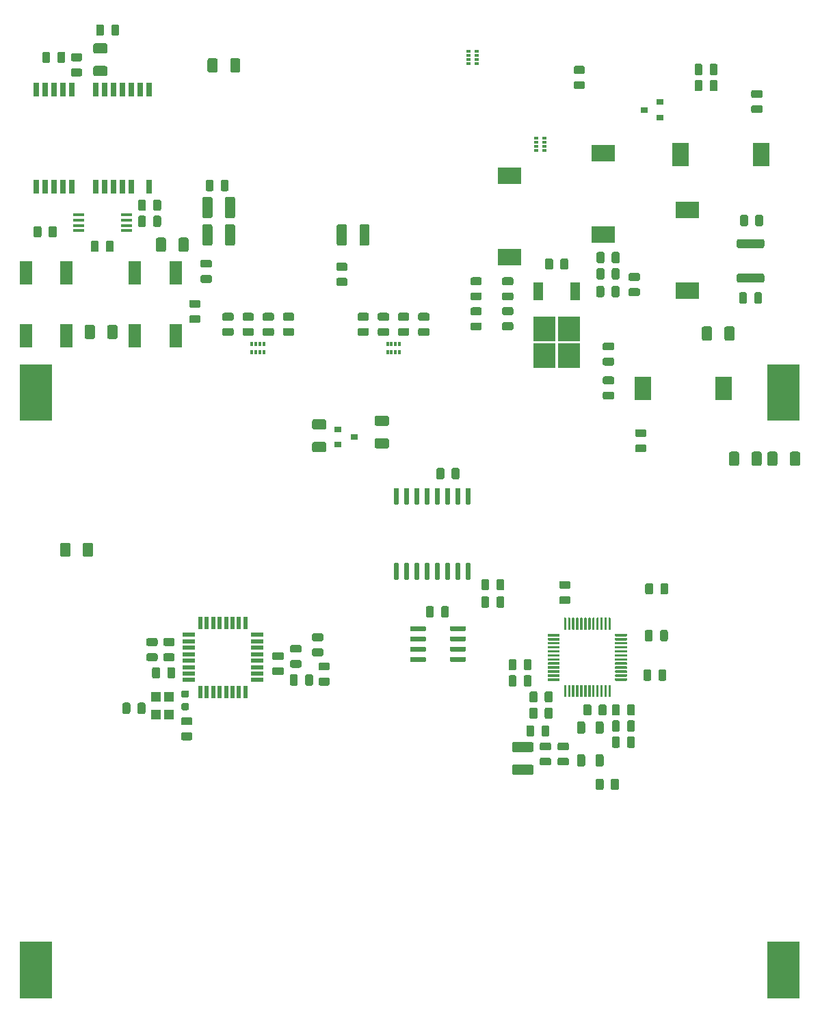
<source format=gbr>
G04 #@! TF.GenerationSoftware,KiCad,Pcbnew,(5.1.5)-3*
G04 #@! TF.CreationDate,2020-06-01T19:43:40+09:00*
G04 #@! TF.ProjectId,GPS___ ___ ver 1.1(__ __),47505370-7430-420a-91e0-302076657220,rev?*
G04 #@! TF.SameCoordinates,Original*
G04 #@! TF.FileFunction,Paste,Top*
G04 #@! TF.FilePolarity,Positive*
%FSLAX46Y46*%
G04 Gerber Fmt 4.6, Leading zero omitted, Abs format (unit mm)*
G04 Created by KiCad (PCBNEW (5.1.5)-3) date 2020-06-01 19:43:40*
%MOMM*%
%LPD*%
G04 APERTURE LIST*
%ADD10C,0.100000*%
%ADD11R,3.000000X2.000000*%
%ADD12R,2.000000X3.000000*%
%ADD13R,0.900000X0.800000*%
%ADD14R,0.500000X0.400000*%
%ADD15R,0.500000X0.300000*%
%ADD16R,1.450000X0.450000*%
%ADD17R,1.524000X3.000000*%
%ADD18R,1.600000X0.550000*%
%ADD19R,0.550000X1.600000*%
%ADD20R,1.200000X2.200000*%
%ADD21R,2.750000X3.050000*%
%ADD22R,0.800000X1.800000*%
%ADD23R,1.150000X1.150000*%
%ADD24R,0.400000X0.500000*%
%ADD25R,0.300000X0.500000*%
G04 APERTURE END LIST*
D10*
G04 #@! TO.C,FB1*
G36*
X185112742Y-43628154D02*
G01*
X185136403Y-43631664D01*
X185159607Y-43637476D01*
X185182129Y-43645534D01*
X185203753Y-43655762D01*
X185224270Y-43668059D01*
X185243483Y-43682309D01*
X185261207Y-43698373D01*
X185277271Y-43716097D01*
X185291521Y-43735310D01*
X185303818Y-43755827D01*
X185314046Y-43777451D01*
X185322104Y-43799973D01*
X185327916Y-43823177D01*
X185331426Y-43846838D01*
X185332600Y-43870730D01*
X185332600Y-44358230D01*
X185331426Y-44382122D01*
X185327916Y-44405783D01*
X185322104Y-44428987D01*
X185314046Y-44451509D01*
X185303818Y-44473133D01*
X185291521Y-44493650D01*
X185277271Y-44512863D01*
X185261207Y-44530587D01*
X185243483Y-44546651D01*
X185224270Y-44560901D01*
X185203753Y-44573198D01*
X185182129Y-44583426D01*
X185159607Y-44591484D01*
X185136403Y-44597296D01*
X185112742Y-44600806D01*
X185088850Y-44601980D01*
X184176350Y-44601980D01*
X184152458Y-44600806D01*
X184128797Y-44597296D01*
X184105593Y-44591484D01*
X184083071Y-44583426D01*
X184061447Y-44573198D01*
X184040930Y-44560901D01*
X184021717Y-44546651D01*
X184003993Y-44530587D01*
X183987929Y-44512863D01*
X183973679Y-44493650D01*
X183961382Y-44473133D01*
X183951154Y-44451509D01*
X183943096Y-44428987D01*
X183937284Y-44405783D01*
X183933774Y-44382122D01*
X183932600Y-44358230D01*
X183932600Y-43870730D01*
X183933774Y-43846838D01*
X183937284Y-43823177D01*
X183943096Y-43799973D01*
X183951154Y-43777451D01*
X183961382Y-43755827D01*
X183973679Y-43735310D01*
X183987929Y-43716097D01*
X184003993Y-43698373D01*
X184021717Y-43682309D01*
X184040930Y-43668059D01*
X184061447Y-43655762D01*
X184083071Y-43645534D01*
X184105593Y-43637476D01*
X184128797Y-43631664D01*
X184152458Y-43628154D01*
X184176350Y-43626980D01*
X185088850Y-43626980D01*
X185112742Y-43628154D01*
G37*
G36*
X185112742Y-45503154D02*
G01*
X185136403Y-45506664D01*
X185159607Y-45512476D01*
X185182129Y-45520534D01*
X185203753Y-45530762D01*
X185224270Y-45543059D01*
X185243483Y-45557309D01*
X185261207Y-45573373D01*
X185277271Y-45591097D01*
X185291521Y-45610310D01*
X185303818Y-45630827D01*
X185314046Y-45652451D01*
X185322104Y-45674973D01*
X185327916Y-45698177D01*
X185331426Y-45721838D01*
X185332600Y-45745730D01*
X185332600Y-46233230D01*
X185331426Y-46257122D01*
X185327916Y-46280783D01*
X185322104Y-46303987D01*
X185314046Y-46326509D01*
X185303818Y-46348133D01*
X185291521Y-46368650D01*
X185277271Y-46387863D01*
X185261207Y-46405587D01*
X185243483Y-46421651D01*
X185224270Y-46435901D01*
X185203753Y-46448198D01*
X185182129Y-46458426D01*
X185159607Y-46466484D01*
X185136403Y-46472296D01*
X185112742Y-46475806D01*
X185088850Y-46476980D01*
X184176350Y-46476980D01*
X184152458Y-46475806D01*
X184128797Y-46472296D01*
X184105593Y-46466484D01*
X184083071Y-46458426D01*
X184061447Y-46448198D01*
X184040930Y-46435901D01*
X184021717Y-46421651D01*
X184003993Y-46405587D01*
X183987929Y-46387863D01*
X183973679Y-46368650D01*
X183961382Y-46348133D01*
X183951154Y-46326509D01*
X183943096Y-46303987D01*
X183937284Y-46280783D01*
X183933774Y-46257122D01*
X183932600Y-46233230D01*
X183932600Y-45745730D01*
X183933774Y-45721838D01*
X183937284Y-45698177D01*
X183943096Y-45674973D01*
X183951154Y-45652451D01*
X183961382Y-45630827D01*
X183973679Y-45610310D01*
X183987929Y-45591097D01*
X184003993Y-45573373D01*
X184021717Y-45557309D01*
X184040930Y-45543059D01*
X184061447Y-45530762D01*
X184083071Y-45520534D01*
X184105593Y-45512476D01*
X184128797Y-45506664D01*
X184152458Y-45503154D01*
X184176350Y-45501980D01*
X185088850Y-45501980D01*
X185112742Y-45503154D01*
G37*
G04 #@! TD*
D11*
G04 #@! TO.C,C16*
X165622000Y-51466000D03*
X165622000Y-61466000D03*
G04 #@! TD*
D10*
G04 #@! TO.C,U6*
G36*
X160982351Y-117285361D02*
G01*
X160989632Y-117286441D01*
X160996771Y-117288229D01*
X161003701Y-117290709D01*
X161010355Y-117293856D01*
X161016668Y-117297640D01*
X161022579Y-117302024D01*
X161028033Y-117306967D01*
X161032976Y-117312421D01*
X161037360Y-117318332D01*
X161041144Y-117324645D01*
X161044291Y-117331299D01*
X161046771Y-117338229D01*
X161048559Y-117345368D01*
X161049639Y-117352649D01*
X161050000Y-117360000D01*
X161050000Y-118685000D01*
X161049639Y-118692351D01*
X161048559Y-118699632D01*
X161046771Y-118706771D01*
X161044291Y-118713701D01*
X161041144Y-118720355D01*
X161037360Y-118726668D01*
X161032976Y-118732579D01*
X161028033Y-118738033D01*
X161022579Y-118742976D01*
X161016668Y-118747360D01*
X161010355Y-118751144D01*
X161003701Y-118754291D01*
X160996771Y-118756771D01*
X160989632Y-118758559D01*
X160982351Y-118759639D01*
X160975000Y-118760000D01*
X160825000Y-118760000D01*
X160817649Y-118759639D01*
X160810368Y-118758559D01*
X160803229Y-118756771D01*
X160796299Y-118754291D01*
X160789645Y-118751144D01*
X160783332Y-118747360D01*
X160777421Y-118742976D01*
X160771967Y-118738033D01*
X160767024Y-118732579D01*
X160762640Y-118726668D01*
X160758856Y-118720355D01*
X160755709Y-118713701D01*
X160753229Y-118706771D01*
X160751441Y-118699632D01*
X160750361Y-118692351D01*
X160750000Y-118685000D01*
X160750000Y-117360000D01*
X160750361Y-117352649D01*
X160751441Y-117345368D01*
X160753229Y-117338229D01*
X160755709Y-117331299D01*
X160758856Y-117324645D01*
X160762640Y-117318332D01*
X160767024Y-117312421D01*
X160771967Y-117306967D01*
X160777421Y-117302024D01*
X160783332Y-117297640D01*
X160789645Y-117293856D01*
X160796299Y-117290709D01*
X160803229Y-117288229D01*
X160810368Y-117286441D01*
X160817649Y-117285361D01*
X160825000Y-117285000D01*
X160975000Y-117285000D01*
X160982351Y-117285361D01*
G37*
G36*
X161482351Y-117285361D02*
G01*
X161489632Y-117286441D01*
X161496771Y-117288229D01*
X161503701Y-117290709D01*
X161510355Y-117293856D01*
X161516668Y-117297640D01*
X161522579Y-117302024D01*
X161528033Y-117306967D01*
X161532976Y-117312421D01*
X161537360Y-117318332D01*
X161541144Y-117324645D01*
X161544291Y-117331299D01*
X161546771Y-117338229D01*
X161548559Y-117345368D01*
X161549639Y-117352649D01*
X161550000Y-117360000D01*
X161550000Y-118685000D01*
X161549639Y-118692351D01*
X161548559Y-118699632D01*
X161546771Y-118706771D01*
X161544291Y-118713701D01*
X161541144Y-118720355D01*
X161537360Y-118726668D01*
X161532976Y-118732579D01*
X161528033Y-118738033D01*
X161522579Y-118742976D01*
X161516668Y-118747360D01*
X161510355Y-118751144D01*
X161503701Y-118754291D01*
X161496771Y-118756771D01*
X161489632Y-118758559D01*
X161482351Y-118759639D01*
X161475000Y-118760000D01*
X161325000Y-118760000D01*
X161317649Y-118759639D01*
X161310368Y-118758559D01*
X161303229Y-118756771D01*
X161296299Y-118754291D01*
X161289645Y-118751144D01*
X161283332Y-118747360D01*
X161277421Y-118742976D01*
X161271967Y-118738033D01*
X161267024Y-118732579D01*
X161262640Y-118726668D01*
X161258856Y-118720355D01*
X161255709Y-118713701D01*
X161253229Y-118706771D01*
X161251441Y-118699632D01*
X161250361Y-118692351D01*
X161250000Y-118685000D01*
X161250000Y-117360000D01*
X161250361Y-117352649D01*
X161251441Y-117345368D01*
X161253229Y-117338229D01*
X161255709Y-117331299D01*
X161258856Y-117324645D01*
X161262640Y-117318332D01*
X161267024Y-117312421D01*
X161271967Y-117306967D01*
X161277421Y-117302024D01*
X161283332Y-117297640D01*
X161289645Y-117293856D01*
X161296299Y-117290709D01*
X161303229Y-117288229D01*
X161310368Y-117286441D01*
X161317649Y-117285361D01*
X161325000Y-117285000D01*
X161475000Y-117285000D01*
X161482351Y-117285361D01*
G37*
G36*
X161982351Y-117285361D02*
G01*
X161989632Y-117286441D01*
X161996771Y-117288229D01*
X162003701Y-117290709D01*
X162010355Y-117293856D01*
X162016668Y-117297640D01*
X162022579Y-117302024D01*
X162028033Y-117306967D01*
X162032976Y-117312421D01*
X162037360Y-117318332D01*
X162041144Y-117324645D01*
X162044291Y-117331299D01*
X162046771Y-117338229D01*
X162048559Y-117345368D01*
X162049639Y-117352649D01*
X162050000Y-117360000D01*
X162050000Y-118685000D01*
X162049639Y-118692351D01*
X162048559Y-118699632D01*
X162046771Y-118706771D01*
X162044291Y-118713701D01*
X162041144Y-118720355D01*
X162037360Y-118726668D01*
X162032976Y-118732579D01*
X162028033Y-118738033D01*
X162022579Y-118742976D01*
X162016668Y-118747360D01*
X162010355Y-118751144D01*
X162003701Y-118754291D01*
X161996771Y-118756771D01*
X161989632Y-118758559D01*
X161982351Y-118759639D01*
X161975000Y-118760000D01*
X161825000Y-118760000D01*
X161817649Y-118759639D01*
X161810368Y-118758559D01*
X161803229Y-118756771D01*
X161796299Y-118754291D01*
X161789645Y-118751144D01*
X161783332Y-118747360D01*
X161777421Y-118742976D01*
X161771967Y-118738033D01*
X161767024Y-118732579D01*
X161762640Y-118726668D01*
X161758856Y-118720355D01*
X161755709Y-118713701D01*
X161753229Y-118706771D01*
X161751441Y-118699632D01*
X161750361Y-118692351D01*
X161750000Y-118685000D01*
X161750000Y-117360000D01*
X161750361Y-117352649D01*
X161751441Y-117345368D01*
X161753229Y-117338229D01*
X161755709Y-117331299D01*
X161758856Y-117324645D01*
X161762640Y-117318332D01*
X161767024Y-117312421D01*
X161771967Y-117306967D01*
X161777421Y-117302024D01*
X161783332Y-117297640D01*
X161789645Y-117293856D01*
X161796299Y-117290709D01*
X161803229Y-117288229D01*
X161810368Y-117286441D01*
X161817649Y-117285361D01*
X161825000Y-117285000D01*
X161975000Y-117285000D01*
X161982351Y-117285361D01*
G37*
G36*
X162482351Y-117285361D02*
G01*
X162489632Y-117286441D01*
X162496771Y-117288229D01*
X162503701Y-117290709D01*
X162510355Y-117293856D01*
X162516668Y-117297640D01*
X162522579Y-117302024D01*
X162528033Y-117306967D01*
X162532976Y-117312421D01*
X162537360Y-117318332D01*
X162541144Y-117324645D01*
X162544291Y-117331299D01*
X162546771Y-117338229D01*
X162548559Y-117345368D01*
X162549639Y-117352649D01*
X162550000Y-117360000D01*
X162550000Y-118685000D01*
X162549639Y-118692351D01*
X162548559Y-118699632D01*
X162546771Y-118706771D01*
X162544291Y-118713701D01*
X162541144Y-118720355D01*
X162537360Y-118726668D01*
X162532976Y-118732579D01*
X162528033Y-118738033D01*
X162522579Y-118742976D01*
X162516668Y-118747360D01*
X162510355Y-118751144D01*
X162503701Y-118754291D01*
X162496771Y-118756771D01*
X162489632Y-118758559D01*
X162482351Y-118759639D01*
X162475000Y-118760000D01*
X162325000Y-118760000D01*
X162317649Y-118759639D01*
X162310368Y-118758559D01*
X162303229Y-118756771D01*
X162296299Y-118754291D01*
X162289645Y-118751144D01*
X162283332Y-118747360D01*
X162277421Y-118742976D01*
X162271967Y-118738033D01*
X162267024Y-118732579D01*
X162262640Y-118726668D01*
X162258856Y-118720355D01*
X162255709Y-118713701D01*
X162253229Y-118706771D01*
X162251441Y-118699632D01*
X162250361Y-118692351D01*
X162250000Y-118685000D01*
X162250000Y-117360000D01*
X162250361Y-117352649D01*
X162251441Y-117345368D01*
X162253229Y-117338229D01*
X162255709Y-117331299D01*
X162258856Y-117324645D01*
X162262640Y-117318332D01*
X162267024Y-117312421D01*
X162271967Y-117306967D01*
X162277421Y-117302024D01*
X162283332Y-117297640D01*
X162289645Y-117293856D01*
X162296299Y-117290709D01*
X162303229Y-117288229D01*
X162310368Y-117286441D01*
X162317649Y-117285361D01*
X162325000Y-117285000D01*
X162475000Y-117285000D01*
X162482351Y-117285361D01*
G37*
G36*
X162982351Y-117285361D02*
G01*
X162989632Y-117286441D01*
X162996771Y-117288229D01*
X163003701Y-117290709D01*
X163010355Y-117293856D01*
X163016668Y-117297640D01*
X163022579Y-117302024D01*
X163028033Y-117306967D01*
X163032976Y-117312421D01*
X163037360Y-117318332D01*
X163041144Y-117324645D01*
X163044291Y-117331299D01*
X163046771Y-117338229D01*
X163048559Y-117345368D01*
X163049639Y-117352649D01*
X163050000Y-117360000D01*
X163050000Y-118685000D01*
X163049639Y-118692351D01*
X163048559Y-118699632D01*
X163046771Y-118706771D01*
X163044291Y-118713701D01*
X163041144Y-118720355D01*
X163037360Y-118726668D01*
X163032976Y-118732579D01*
X163028033Y-118738033D01*
X163022579Y-118742976D01*
X163016668Y-118747360D01*
X163010355Y-118751144D01*
X163003701Y-118754291D01*
X162996771Y-118756771D01*
X162989632Y-118758559D01*
X162982351Y-118759639D01*
X162975000Y-118760000D01*
X162825000Y-118760000D01*
X162817649Y-118759639D01*
X162810368Y-118758559D01*
X162803229Y-118756771D01*
X162796299Y-118754291D01*
X162789645Y-118751144D01*
X162783332Y-118747360D01*
X162777421Y-118742976D01*
X162771967Y-118738033D01*
X162767024Y-118732579D01*
X162762640Y-118726668D01*
X162758856Y-118720355D01*
X162755709Y-118713701D01*
X162753229Y-118706771D01*
X162751441Y-118699632D01*
X162750361Y-118692351D01*
X162750000Y-118685000D01*
X162750000Y-117360000D01*
X162750361Y-117352649D01*
X162751441Y-117345368D01*
X162753229Y-117338229D01*
X162755709Y-117331299D01*
X162758856Y-117324645D01*
X162762640Y-117318332D01*
X162767024Y-117312421D01*
X162771967Y-117306967D01*
X162777421Y-117302024D01*
X162783332Y-117297640D01*
X162789645Y-117293856D01*
X162796299Y-117290709D01*
X162803229Y-117288229D01*
X162810368Y-117286441D01*
X162817649Y-117285361D01*
X162825000Y-117285000D01*
X162975000Y-117285000D01*
X162982351Y-117285361D01*
G37*
G36*
X163482351Y-117285361D02*
G01*
X163489632Y-117286441D01*
X163496771Y-117288229D01*
X163503701Y-117290709D01*
X163510355Y-117293856D01*
X163516668Y-117297640D01*
X163522579Y-117302024D01*
X163528033Y-117306967D01*
X163532976Y-117312421D01*
X163537360Y-117318332D01*
X163541144Y-117324645D01*
X163544291Y-117331299D01*
X163546771Y-117338229D01*
X163548559Y-117345368D01*
X163549639Y-117352649D01*
X163550000Y-117360000D01*
X163550000Y-118685000D01*
X163549639Y-118692351D01*
X163548559Y-118699632D01*
X163546771Y-118706771D01*
X163544291Y-118713701D01*
X163541144Y-118720355D01*
X163537360Y-118726668D01*
X163532976Y-118732579D01*
X163528033Y-118738033D01*
X163522579Y-118742976D01*
X163516668Y-118747360D01*
X163510355Y-118751144D01*
X163503701Y-118754291D01*
X163496771Y-118756771D01*
X163489632Y-118758559D01*
X163482351Y-118759639D01*
X163475000Y-118760000D01*
X163325000Y-118760000D01*
X163317649Y-118759639D01*
X163310368Y-118758559D01*
X163303229Y-118756771D01*
X163296299Y-118754291D01*
X163289645Y-118751144D01*
X163283332Y-118747360D01*
X163277421Y-118742976D01*
X163271967Y-118738033D01*
X163267024Y-118732579D01*
X163262640Y-118726668D01*
X163258856Y-118720355D01*
X163255709Y-118713701D01*
X163253229Y-118706771D01*
X163251441Y-118699632D01*
X163250361Y-118692351D01*
X163250000Y-118685000D01*
X163250000Y-117360000D01*
X163250361Y-117352649D01*
X163251441Y-117345368D01*
X163253229Y-117338229D01*
X163255709Y-117331299D01*
X163258856Y-117324645D01*
X163262640Y-117318332D01*
X163267024Y-117312421D01*
X163271967Y-117306967D01*
X163277421Y-117302024D01*
X163283332Y-117297640D01*
X163289645Y-117293856D01*
X163296299Y-117290709D01*
X163303229Y-117288229D01*
X163310368Y-117286441D01*
X163317649Y-117285361D01*
X163325000Y-117285000D01*
X163475000Y-117285000D01*
X163482351Y-117285361D01*
G37*
G36*
X163982351Y-117285361D02*
G01*
X163989632Y-117286441D01*
X163996771Y-117288229D01*
X164003701Y-117290709D01*
X164010355Y-117293856D01*
X164016668Y-117297640D01*
X164022579Y-117302024D01*
X164028033Y-117306967D01*
X164032976Y-117312421D01*
X164037360Y-117318332D01*
X164041144Y-117324645D01*
X164044291Y-117331299D01*
X164046771Y-117338229D01*
X164048559Y-117345368D01*
X164049639Y-117352649D01*
X164050000Y-117360000D01*
X164050000Y-118685000D01*
X164049639Y-118692351D01*
X164048559Y-118699632D01*
X164046771Y-118706771D01*
X164044291Y-118713701D01*
X164041144Y-118720355D01*
X164037360Y-118726668D01*
X164032976Y-118732579D01*
X164028033Y-118738033D01*
X164022579Y-118742976D01*
X164016668Y-118747360D01*
X164010355Y-118751144D01*
X164003701Y-118754291D01*
X163996771Y-118756771D01*
X163989632Y-118758559D01*
X163982351Y-118759639D01*
X163975000Y-118760000D01*
X163825000Y-118760000D01*
X163817649Y-118759639D01*
X163810368Y-118758559D01*
X163803229Y-118756771D01*
X163796299Y-118754291D01*
X163789645Y-118751144D01*
X163783332Y-118747360D01*
X163777421Y-118742976D01*
X163771967Y-118738033D01*
X163767024Y-118732579D01*
X163762640Y-118726668D01*
X163758856Y-118720355D01*
X163755709Y-118713701D01*
X163753229Y-118706771D01*
X163751441Y-118699632D01*
X163750361Y-118692351D01*
X163750000Y-118685000D01*
X163750000Y-117360000D01*
X163750361Y-117352649D01*
X163751441Y-117345368D01*
X163753229Y-117338229D01*
X163755709Y-117331299D01*
X163758856Y-117324645D01*
X163762640Y-117318332D01*
X163767024Y-117312421D01*
X163771967Y-117306967D01*
X163777421Y-117302024D01*
X163783332Y-117297640D01*
X163789645Y-117293856D01*
X163796299Y-117290709D01*
X163803229Y-117288229D01*
X163810368Y-117286441D01*
X163817649Y-117285361D01*
X163825000Y-117285000D01*
X163975000Y-117285000D01*
X163982351Y-117285361D01*
G37*
G36*
X164482351Y-117285361D02*
G01*
X164489632Y-117286441D01*
X164496771Y-117288229D01*
X164503701Y-117290709D01*
X164510355Y-117293856D01*
X164516668Y-117297640D01*
X164522579Y-117302024D01*
X164528033Y-117306967D01*
X164532976Y-117312421D01*
X164537360Y-117318332D01*
X164541144Y-117324645D01*
X164544291Y-117331299D01*
X164546771Y-117338229D01*
X164548559Y-117345368D01*
X164549639Y-117352649D01*
X164550000Y-117360000D01*
X164550000Y-118685000D01*
X164549639Y-118692351D01*
X164548559Y-118699632D01*
X164546771Y-118706771D01*
X164544291Y-118713701D01*
X164541144Y-118720355D01*
X164537360Y-118726668D01*
X164532976Y-118732579D01*
X164528033Y-118738033D01*
X164522579Y-118742976D01*
X164516668Y-118747360D01*
X164510355Y-118751144D01*
X164503701Y-118754291D01*
X164496771Y-118756771D01*
X164489632Y-118758559D01*
X164482351Y-118759639D01*
X164475000Y-118760000D01*
X164325000Y-118760000D01*
X164317649Y-118759639D01*
X164310368Y-118758559D01*
X164303229Y-118756771D01*
X164296299Y-118754291D01*
X164289645Y-118751144D01*
X164283332Y-118747360D01*
X164277421Y-118742976D01*
X164271967Y-118738033D01*
X164267024Y-118732579D01*
X164262640Y-118726668D01*
X164258856Y-118720355D01*
X164255709Y-118713701D01*
X164253229Y-118706771D01*
X164251441Y-118699632D01*
X164250361Y-118692351D01*
X164250000Y-118685000D01*
X164250000Y-117360000D01*
X164250361Y-117352649D01*
X164251441Y-117345368D01*
X164253229Y-117338229D01*
X164255709Y-117331299D01*
X164258856Y-117324645D01*
X164262640Y-117318332D01*
X164267024Y-117312421D01*
X164271967Y-117306967D01*
X164277421Y-117302024D01*
X164283332Y-117297640D01*
X164289645Y-117293856D01*
X164296299Y-117290709D01*
X164303229Y-117288229D01*
X164310368Y-117286441D01*
X164317649Y-117285361D01*
X164325000Y-117285000D01*
X164475000Y-117285000D01*
X164482351Y-117285361D01*
G37*
G36*
X164982351Y-117285361D02*
G01*
X164989632Y-117286441D01*
X164996771Y-117288229D01*
X165003701Y-117290709D01*
X165010355Y-117293856D01*
X165016668Y-117297640D01*
X165022579Y-117302024D01*
X165028033Y-117306967D01*
X165032976Y-117312421D01*
X165037360Y-117318332D01*
X165041144Y-117324645D01*
X165044291Y-117331299D01*
X165046771Y-117338229D01*
X165048559Y-117345368D01*
X165049639Y-117352649D01*
X165050000Y-117360000D01*
X165050000Y-118685000D01*
X165049639Y-118692351D01*
X165048559Y-118699632D01*
X165046771Y-118706771D01*
X165044291Y-118713701D01*
X165041144Y-118720355D01*
X165037360Y-118726668D01*
X165032976Y-118732579D01*
X165028033Y-118738033D01*
X165022579Y-118742976D01*
X165016668Y-118747360D01*
X165010355Y-118751144D01*
X165003701Y-118754291D01*
X164996771Y-118756771D01*
X164989632Y-118758559D01*
X164982351Y-118759639D01*
X164975000Y-118760000D01*
X164825000Y-118760000D01*
X164817649Y-118759639D01*
X164810368Y-118758559D01*
X164803229Y-118756771D01*
X164796299Y-118754291D01*
X164789645Y-118751144D01*
X164783332Y-118747360D01*
X164777421Y-118742976D01*
X164771967Y-118738033D01*
X164767024Y-118732579D01*
X164762640Y-118726668D01*
X164758856Y-118720355D01*
X164755709Y-118713701D01*
X164753229Y-118706771D01*
X164751441Y-118699632D01*
X164750361Y-118692351D01*
X164750000Y-118685000D01*
X164750000Y-117360000D01*
X164750361Y-117352649D01*
X164751441Y-117345368D01*
X164753229Y-117338229D01*
X164755709Y-117331299D01*
X164758856Y-117324645D01*
X164762640Y-117318332D01*
X164767024Y-117312421D01*
X164771967Y-117306967D01*
X164777421Y-117302024D01*
X164783332Y-117297640D01*
X164789645Y-117293856D01*
X164796299Y-117290709D01*
X164803229Y-117288229D01*
X164810368Y-117286441D01*
X164817649Y-117285361D01*
X164825000Y-117285000D01*
X164975000Y-117285000D01*
X164982351Y-117285361D01*
G37*
G36*
X165482351Y-117285361D02*
G01*
X165489632Y-117286441D01*
X165496771Y-117288229D01*
X165503701Y-117290709D01*
X165510355Y-117293856D01*
X165516668Y-117297640D01*
X165522579Y-117302024D01*
X165528033Y-117306967D01*
X165532976Y-117312421D01*
X165537360Y-117318332D01*
X165541144Y-117324645D01*
X165544291Y-117331299D01*
X165546771Y-117338229D01*
X165548559Y-117345368D01*
X165549639Y-117352649D01*
X165550000Y-117360000D01*
X165550000Y-118685000D01*
X165549639Y-118692351D01*
X165548559Y-118699632D01*
X165546771Y-118706771D01*
X165544291Y-118713701D01*
X165541144Y-118720355D01*
X165537360Y-118726668D01*
X165532976Y-118732579D01*
X165528033Y-118738033D01*
X165522579Y-118742976D01*
X165516668Y-118747360D01*
X165510355Y-118751144D01*
X165503701Y-118754291D01*
X165496771Y-118756771D01*
X165489632Y-118758559D01*
X165482351Y-118759639D01*
X165475000Y-118760000D01*
X165325000Y-118760000D01*
X165317649Y-118759639D01*
X165310368Y-118758559D01*
X165303229Y-118756771D01*
X165296299Y-118754291D01*
X165289645Y-118751144D01*
X165283332Y-118747360D01*
X165277421Y-118742976D01*
X165271967Y-118738033D01*
X165267024Y-118732579D01*
X165262640Y-118726668D01*
X165258856Y-118720355D01*
X165255709Y-118713701D01*
X165253229Y-118706771D01*
X165251441Y-118699632D01*
X165250361Y-118692351D01*
X165250000Y-118685000D01*
X165250000Y-117360000D01*
X165250361Y-117352649D01*
X165251441Y-117345368D01*
X165253229Y-117338229D01*
X165255709Y-117331299D01*
X165258856Y-117324645D01*
X165262640Y-117318332D01*
X165267024Y-117312421D01*
X165271967Y-117306967D01*
X165277421Y-117302024D01*
X165283332Y-117297640D01*
X165289645Y-117293856D01*
X165296299Y-117290709D01*
X165303229Y-117288229D01*
X165310368Y-117286441D01*
X165317649Y-117285361D01*
X165325000Y-117285000D01*
X165475000Y-117285000D01*
X165482351Y-117285361D01*
G37*
G36*
X165982351Y-117285361D02*
G01*
X165989632Y-117286441D01*
X165996771Y-117288229D01*
X166003701Y-117290709D01*
X166010355Y-117293856D01*
X166016668Y-117297640D01*
X166022579Y-117302024D01*
X166028033Y-117306967D01*
X166032976Y-117312421D01*
X166037360Y-117318332D01*
X166041144Y-117324645D01*
X166044291Y-117331299D01*
X166046771Y-117338229D01*
X166048559Y-117345368D01*
X166049639Y-117352649D01*
X166050000Y-117360000D01*
X166050000Y-118685000D01*
X166049639Y-118692351D01*
X166048559Y-118699632D01*
X166046771Y-118706771D01*
X166044291Y-118713701D01*
X166041144Y-118720355D01*
X166037360Y-118726668D01*
X166032976Y-118732579D01*
X166028033Y-118738033D01*
X166022579Y-118742976D01*
X166016668Y-118747360D01*
X166010355Y-118751144D01*
X166003701Y-118754291D01*
X165996771Y-118756771D01*
X165989632Y-118758559D01*
X165982351Y-118759639D01*
X165975000Y-118760000D01*
X165825000Y-118760000D01*
X165817649Y-118759639D01*
X165810368Y-118758559D01*
X165803229Y-118756771D01*
X165796299Y-118754291D01*
X165789645Y-118751144D01*
X165783332Y-118747360D01*
X165777421Y-118742976D01*
X165771967Y-118738033D01*
X165767024Y-118732579D01*
X165762640Y-118726668D01*
X165758856Y-118720355D01*
X165755709Y-118713701D01*
X165753229Y-118706771D01*
X165751441Y-118699632D01*
X165750361Y-118692351D01*
X165750000Y-118685000D01*
X165750000Y-117360000D01*
X165750361Y-117352649D01*
X165751441Y-117345368D01*
X165753229Y-117338229D01*
X165755709Y-117331299D01*
X165758856Y-117324645D01*
X165762640Y-117318332D01*
X165767024Y-117312421D01*
X165771967Y-117306967D01*
X165777421Y-117302024D01*
X165783332Y-117297640D01*
X165789645Y-117293856D01*
X165796299Y-117290709D01*
X165803229Y-117288229D01*
X165810368Y-117286441D01*
X165817649Y-117285361D01*
X165825000Y-117285000D01*
X165975000Y-117285000D01*
X165982351Y-117285361D01*
G37*
G36*
X166482351Y-117285361D02*
G01*
X166489632Y-117286441D01*
X166496771Y-117288229D01*
X166503701Y-117290709D01*
X166510355Y-117293856D01*
X166516668Y-117297640D01*
X166522579Y-117302024D01*
X166528033Y-117306967D01*
X166532976Y-117312421D01*
X166537360Y-117318332D01*
X166541144Y-117324645D01*
X166544291Y-117331299D01*
X166546771Y-117338229D01*
X166548559Y-117345368D01*
X166549639Y-117352649D01*
X166550000Y-117360000D01*
X166550000Y-118685000D01*
X166549639Y-118692351D01*
X166548559Y-118699632D01*
X166546771Y-118706771D01*
X166544291Y-118713701D01*
X166541144Y-118720355D01*
X166537360Y-118726668D01*
X166532976Y-118732579D01*
X166528033Y-118738033D01*
X166522579Y-118742976D01*
X166516668Y-118747360D01*
X166510355Y-118751144D01*
X166503701Y-118754291D01*
X166496771Y-118756771D01*
X166489632Y-118758559D01*
X166482351Y-118759639D01*
X166475000Y-118760000D01*
X166325000Y-118760000D01*
X166317649Y-118759639D01*
X166310368Y-118758559D01*
X166303229Y-118756771D01*
X166296299Y-118754291D01*
X166289645Y-118751144D01*
X166283332Y-118747360D01*
X166277421Y-118742976D01*
X166271967Y-118738033D01*
X166267024Y-118732579D01*
X166262640Y-118726668D01*
X166258856Y-118720355D01*
X166255709Y-118713701D01*
X166253229Y-118706771D01*
X166251441Y-118699632D01*
X166250361Y-118692351D01*
X166250000Y-118685000D01*
X166250000Y-117360000D01*
X166250361Y-117352649D01*
X166251441Y-117345368D01*
X166253229Y-117338229D01*
X166255709Y-117331299D01*
X166258856Y-117324645D01*
X166262640Y-117318332D01*
X166267024Y-117312421D01*
X166271967Y-117306967D01*
X166277421Y-117302024D01*
X166283332Y-117297640D01*
X166289645Y-117293856D01*
X166296299Y-117290709D01*
X166303229Y-117288229D01*
X166310368Y-117286441D01*
X166317649Y-117285361D01*
X166325000Y-117285000D01*
X166475000Y-117285000D01*
X166482351Y-117285361D01*
G37*
G36*
X168482351Y-116460361D02*
G01*
X168489632Y-116461441D01*
X168496771Y-116463229D01*
X168503701Y-116465709D01*
X168510355Y-116468856D01*
X168516668Y-116472640D01*
X168522579Y-116477024D01*
X168528033Y-116481967D01*
X168532976Y-116487421D01*
X168537360Y-116493332D01*
X168541144Y-116499645D01*
X168544291Y-116506299D01*
X168546771Y-116513229D01*
X168548559Y-116520368D01*
X168549639Y-116527649D01*
X168550000Y-116535000D01*
X168550000Y-116685000D01*
X168549639Y-116692351D01*
X168548559Y-116699632D01*
X168546771Y-116706771D01*
X168544291Y-116713701D01*
X168541144Y-116720355D01*
X168537360Y-116726668D01*
X168532976Y-116732579D01*
X168528033Y-116738033D01*
X168522579Y-116742976D01*
X168516668Y-116747360D01*
X168510355Y-116751144D01*
X168503701Y-116754291D01*
X168496771Y-116756771D01*
X168489632Y-116758559D01*
X168482351Y-116759639D01*
X168475000Y-116760000D01*
X167150000Y-116760000D01*
X167142649Y-116759639D01*
X167135368Y-116758559D01*
X167128229Y-116756771D01*
X167121299Y-116754291D01*
X167114645Y-116751144D01*
X167108332Y-116747360D01*
X167102421Y-116742976D01*
X167096967Y-116738033D01*
X167092024Y-116732579D01*
X167087640Y-116726668D01*
X167083856Y-116720355D01*
X167080709Y-116713701D01*
X167078229Y-116706771D01*
X167076441Y-116699632D01*
X167075361Y-116692351D01*
X167075000Y-116685000D01*
X167075000Y-116535000D01*
X167075361Y-116527649D01*
X167076441Y-116520368D01*
X167078229Y-116513229D01*
X167080709Y-116506299D01*
X167083856Y-116499645D01*
X167087640Y-116493332D01*
X167092024Y-116487421D01*
X167096967Y-116481967D01*
X167102421Y-116477024D01*
X167108332Y-116472640D01*
X167114645Y-116468856D01*
X167121299Y-116465709D01*
X167128229Y-116463229D01*
X167135368Y-116461441D01*
X167142649Y-116460361D01*
X167150000Y-116460000D01*
X168475000Y-116460000D01*
X168482351Y-116460361D01*
G37*
G36*
X168482351Y-115960361D02*
G01*
X168489632Y-115961441D01*
X168496771Y-115963229D01*
X168503701Y-115965709D01*
X168510355Y-115968856D01*
X168516668Y-115972640D01*
X168522579Y-115977024D01*
X168528033Y-115981967D01*
X168532976Y-115987421D01*
X168537360Y-115993332D01*
X168541144Y-115999645D01*
X168544291Y-116006299D01*
X168546771Y-116013229D01*
X168548559Y-116020368D01*
X168549639Y-116027649D01*
X168550000Y-116035000D01*
X168550000Y-116185000D01*
X168549639Y-116192351D01*
X168548559Y-116199632D01*
X168546771Y-116206771D01*
X168544291Y-116213701D01*
X168541144Y-116220355D01*
X168537360Y-116226668D01*
X168532976Y-116232579D01*
X168528033Y-116238033D01*
X168522579Y-116242976D01*
X168516668Y-116247360D01*
X168510355Y-116251144D01*
X168503701Y-116254291D01*
X168496771Y-116256771D01*
X168489632Y-116258559D01*
X168482351Y-116259639D01*
X168475000Y-116260000D01*
X167150000Y-116260000D01*
X167142649Y-116259639D01*
X167135368Y-116258559D01*
X167128229Y-116256771D01*
X167121299Y-116254291D01*
X167114645Y-116251144D01*
X167108332Y-116247360D01*
X167102421Y-116242976D01*
X167096967Y-116238033D01*
X167092024Y-116232579D01*
X167087640Y-116226668D01*
X167083856Y-116220355D01*
X167080709Y-116213701D01*
X167078229Y-116206771D01*
X167076441Y-116199632D01*
X167075361Y-116192351D01*
X167075000Y-116185000D01*
X167075000Y-116035000D01*
X167075361Y-116027649D01*
X167076441Y-116020368D01*
X167078229Y-116013229D01*
X167080709Y-116006299D01*
X167083856Y-115999645D01*
X167087640Y-115993332D01*
X167092024Y-115987421D01*
X167096967Y-115981967D01*
X167102421Y-115977024D01*
X167108332Y-115972640D01*
X167114645Y-115968856D01*
X167121299Y-115965709D01*
X167128229Y-115963229D01*
X167135368Y-115961441D01*
X167142649Y-115960361D01*
X167150000Y-115960000D01*
X168475000Y-115960000D01*
X168482351Y-115960361D01*
G37*
G36*
X168482351Y-115460361D02*
G01*
X168489632Y-115461441D01*
X168496771Y-115463229D01*
X168503701Y-115465709D01*
X168510355Y-115468856D01*
X168516668Y-115472640D01*
X168522579Y-115477024D01*
X168528033Y-115481967D01*
X168532976Y-115487421D01*
X168537360Y-115493332D01*
X168541144Y-115499645D01*
X168544291Y-115506299D01*
X168546771Y-115513229D01*
X168548559Y-115520368D01*
X168549639Y-115527649D01*
X168550000Y-115535000D01*
X168550000Y-115685000D01*
X168549639Y-115692351D01*
X168548559Y-115699632D01*
X168546771Y-115706771D01*
X168544291Y-115713701D01*
X168541144Y-115720355D01*
X168537360Y-115726668D01*
X168532976Y-115732579D01*
X168528033Y-115738033D01*
X168522579Y-115742976D01*
X168516668Y-115747360D01*
X168510355Y-115751144D01*
X168503701Y-115754291D01*
X168496771Y-115756771D01*
X168489632Y-115758559D01*
X168482351Y-115759639D01*
X168475000Y-115760000D01*
X167150000Y-115760000D01*
X167142649Y-115759639D01*
X167135368Y-115758559D01*
X167128229Y-115756771D01*
X167121299Y-115754291D01*
X167114645Y-115751144D01*
X167108332Y-115747360D01*
X167102421Y-115742976D01*
X167096967Y-115738033D01*
X167092024Y-115732579D01*
X167087640Y-115726668D01*
X167083856Y-115720355D01*
X167080709Y-115713701D01*
X167078229Y-115706771D01*
X167076441Y-115699632D01*
X167075361Y-115692351D01*
X167075000Y-115685000D01*
X167075000Y-115535000D01*
X167075361Y-115527649D01*
X167076441Y-115520368D01*
X167078229Y-115513229D01*
X167080709Y-115506299D01*
X167083856Y-115499645D01*
X167087640Y-115493332D01*
X167092024Y-115487421D01*
X167096967Y-115481967D01*
X167102421Y-115477024D01*
X167108332Y-115472640D01*
X167114645Y-115468856D01*
X167121299Y-115465709D01*
X167128229Y-115463229D01*
X167135368Y-115461441D01*
X167142649Y-115460361D01*
X167150000Y-115460000D01*
X168475000Y-115460000D01*
X168482351Y-115460361D01*
G37*
G36*
X168482351Y-114960361D02*
G01*
X168489632Y-114961441D01*
X168496771Y-114963229D01*
X168503701Y-114965709D01*
X168510355Y-114968856D01*
X168516668Y-114972640D01*
X168522579Y-114977024D01*
X168528033Y-114981967D01*
X168532976Y-114987421D01*
X168537360Y-114993332D01*
X168541144Y-114999645D01*
X168544291Y-115006299D01*
X168546771Y-115013229D01*
X168548559Y-115020368D01*
X168549639Y-115027649D01*
X168550000Y-115035000D01*
X168550000Y-115185000D01*
X168549639Y-115192351D01*
X168548559Y-115199632D01*
X168546771Y-115206771D01*
X168544291Y-115213701D01*
X168541144Y-115220355D01*
X168537360Y-115226668D01*
X168532976Y-115232579D01*
X168528033Y-115238033D01*
X168522579Y-115242976D01*
X168516668Y-115247360D01*
X168510355Y-115251144D01*
X168503701Y-115254291D01*
X168496771Y-115256771D01*
X168489632Y-115258559D01*
X168482351Y-115259639D01*
X168475000Y-115260000D01*
X167150000Y-115260000D01*
X167142649Y-115259639D01*
X167135368Y-115258559D01*
X167128229Y-115256771D01*
X167121299Y-115254291D01*
X167114645Y-115251144D01*
X167108332Y-115247360D01*
X167102421Y-115242976D01*
X167096967Y-115238033D01*
X167092024Y-115232579D01*
X167087640Y-115226668D01*
X167083856Y-115220355D01*
X167080709Y-115213701D01*
X167078229Y-115206771D01*
X167076441Y-115199632D01*
X167075361Y-115192351D01*
X167075000Y-115185000D01*
X167075000Y-115035000D01*
X167075361Y-115027649D01*
X167076441Y-115020368D01*
X167078229Y-115013229D01*
X167080709Y-115006299D01*
X167083856Y-114999645D01*
X167087640Y-114993332D01*
X167092024Y-114987421D01*
X167096967Y-114981967D01*
X167102421Y-114977024D01*
X167108332Y-114972640D01*
X167114645Y-114968856D01*
X167121299Y-114965709D01*
X167128229Y-114963229D01*
X167135368Y-114961441D01*
X167142649Y-114960361D01*
X167150000Y-114960000D01*
X168475000Y-114960000D01*
X168482351Y-114960361D01*
G37*
G36*
X168482351Y-114460361D02*
G01*
X168489632Y-114461441D01*
X168496771Y-114463229D01*
X168503701Y-114465709D01*
X168510355Y-114468856D01*
X168516668Y-114472640D01*
X168522579Y-114477024D01*
X168528033Y-114481967D01*
X168532976Y-114487421D01*
X168537360Y-114493332D01*
X168541144Y-114499645D01*
X168544291Y-114506299D01*
X168546771Y-114513229D01*
X168548559Y-114520368D01*
X168549639Y-114527649D01*
X168550000Y-114535000D01*
X168550000Y-114685000D01*
X168549639Y-114692351D01*
X168548559Y-114699632D01*
X168546771Y-114706771D01*
X168544291Y-114713701D01*
X168541144Y-114720355D01*
X168537360Y-114726668D01*
X168532976Y-114732579D01*
X168528033Y-114738033D01*
X168522579Y-114742976D01*
X168516668Y-114747360D01*
X168510355Y-114751144D01*
X168503701Y-114754291D01*
X168496771Y-114756771D01*
X168489632Y-114758559D01*
X168482351Y-114759639D01*
X168475000Y-114760000D01*
X167150000Y-114760000D01*
X167142649Y-114759639D01*
X167135368Y-114758559D01*
X167128229Y-114756771D01*
X167121299Y-114754291D01*
X167114645Y-114751144D01*
X167108332Y-114747360D01*
X167102421Y-114742976D01*
X167096967Y-114738033D01*
X167092024Y-114732579D01*
X167087640Y-114726668D01*
X167083856Y-114720355D01*
X167080709Y-114713701D01*
X167078229Y-114706771D01*
X167076441Y-114699632D01*
X167075361Y-114692351D01*
X167075000Y-114685000D01*
X167075000Y-114535000D01*
X167075361Y-114527649D01*
X167076441Y-114520368D01*
X167078229Y-114513229D01*
X167080709Y-114506299D01*
X167083856Y-114499645D01*
X167087640Y-114493332D01*
X167092024Y-114487421D01*
X167096967Y-114481967D01*
X167102421Y-114477024D01*
X167108332Y-114472640D01*
X167114645Y-114468856D01*
X167121299Y-114465709D01*
X167128229Y-114463229D01*
X167135368Y-114461441D01*
X167142649Y-114460361D01*
X167150000Y-114460000D01*
X168475000Y-114460000D01*
X168482351Y-114460361D01*
G37*
G36*
X168482351Y-113960361D02*
G01*
X168489632Y-113961441D01*
X168496771Y-113963229D01*
X168503701Y-113965709D01*
X168510355Y-113968856D01*
X168516668Y-113972640D01*
X168522579Y-113977024D01*
X168528033Y-113981967D01*
X168532976Y-113987421D01*
X168537360Y-113993332D01*
X168541144Y-113999645D01*
X168544291Y-114006299D01*
X168546771Y-114013229D01*
X168548559Y-114020368D01*
X168549639Y-114027649D01*
X168550000Y-114035000D01*
X168550000Y-114185000D01*
X168549639Y-114192351D01*
X168548559Y-114199632D01*
X168546771Y-114206771D01*
X168544291Y-114213701D01*
X168541144Y-114220355D01*
X168537360Y-114226668D01*
X168532976Y-114232579D01*
X168528033Y-114238033D01*
X168522579Y-114242976D01*
X168516668Y-114247360D01*
X168510355Y-114251144D01*
X168503701Y-114254291D01*
X168496771Y-114256771D01*
X168489632Y-114258559D01*
X168482351Y-114259639D01*
X168475000Y-114260000D01*
X167150000Y-114260000D01*
X167142649Y-114259639D01*
X167135368Y-114258559D01*
X167128229Y-114256771D01*
X167121299Y-114254291D01*
X167114645Y-114251144D01*
X167108332Y-114247360D01*
X167102421Y-114242976D01*
X167096967Y-114238033D01*
X167092024Y-114232579D01*
X167087640Y-114226668D01*
X167083856Y-114220355D01*
X167080709Y-114213701D01*
X167078229Y-114206771D01*
X167076441Y-114199632D01*
X167075361Y-114192351D01*
X167075000Y-114185000D01*
X167075000Y-114035000D01*
X167075361Y-114027649D01*
X167076441Y-114020368D01*
X167078229Y-114013229D01*
X167080709Y-114006299D01*
X167083856Y-113999645D01*
X167087640Y-113993332D01*
X167092024Y-113987421D01*
X167096967Y-113981967D01*
X167102421Y-113977024D01*
X167108332Y-113972640D01*
X167114645Y-113968856D01*
X167121299Y-113965709D01*
X167128229Y-113963229D01*
X167135368Y-113961441D01*
X167142649Y-113960361D01*
X167150000Y-113960000D01*
X168475000Y-113960000D01*
X168482351Y-113960361D01*
G37*
G36*
X168482351Y-113460361D02*
G01*
X168489632Y-113461441D01*
X168496771Y-113463229D01*
X168503701Y-113465709D01*
X168510355Y-113468856D01*
X168516668Y-113472640D01*
X168522579Y-113477024D01*
X168528033Y-113481967D01*
X168532976Y-113487421D01*
X168537360Y-113493332D01*
X168541144Y-113499645D01*
X168544291Y-113506299D01*
X168546771Y-113513229D01*
X168548559Y-113520368D01*
X168549639Y-113527649D01*
X168550000Y-113535000D01*
X168550000Y-113685000D01*
X168549639Y-113692351D01*
X168548559Y-113699632D01*
X168546771Y-113706771D01*
X168544291Y-113713701D01*
X168541144Y-113720355D01*
X168537360Y-113726668D01*
X168532976Y-113732579D01*
X168528033Y-113738033D01*
X168522579Y-113742976D01*
X168516668Y-113747360D01*
X168510355Y-113751144D01*
X168503701Y-113754291D01*
X168496771Y-113756771D01*
X168489632Y-113758559D01*
X168482351Y-113759639D01*
X168475000Y-113760000D01*
X167150000Y-113760000D01*
X167142649Y-113759639D01*
X167135368Y-113758559D01*
X167128229Y-113756771D01*
X167121299Y-113754291D01*
X167114645Y-113751144D01*
X167108332Y-113747360D01*
X167102421Y-113742976D01*
X167096967Y-113738033D01*
X167092024Y-113732579D01*
X167087640Y-113726668D01*
X167083856Y-113720355D01*
X167080709Y-113713701D01*
X167078229Y-113706771D01*
X167076441Y-113699632D01*
X167075361Y-113692351D01*
X167075000Y-113685000D01*
X167075000Y-113535000D01*
X167075361Y-113527649D01*
X167076441Y-113520368D01*
X167078229Y-113513229D01*
X167080709Y-113506299D01*
X167083856Y-113499645D01*
X167087640Y-113493332D01*
X167092024Y-113487421D01*
X167096967Y-113481967D01*
X167102421Y-113477024D01*
X167108332Y-113472640D01*
X167114645Y-113468856D01*
X167121299Y-113465709D01*
X167128229Y-113463229D01*
X167135368Y-113461441D01*
X167142649Y-113460361D01*
X167150000Y-113460000D01*
X168475000Y-113460000D01*
X168482351Y-113460361D01*
G37*
G36*
X168482351Y-112960361D02*
G01*
X168489632Y-112961441D01*
X168496771Y-112963229D01*
X168503701Y-112965709D01*
X168510355Y-112968856D01*
X168516668Y-112972640D01*
X168522579Y-112977024D01*
X168528033Y-112981967D01*
X168532976Y-112987421D01*
X168537360Y-112993332D01*
X168541144Y-112999645D01*
X168544291Y-113006299D01*
X168546771Y-113013229D01*
X168548559Y-113020368D01*
X168549639Y-113027649D01*
X168550000Y-113035000D01*
X168550000Y-113185000D01*
X168549639Y-113192351D01*
X168548559Y-113199632D01*
X168546771Y-113206771D01*
X168544291Y-113213701D01*
X168541144Y-113220355D01*
X168537360Y-113226668D01*
X168532976Y-113232579D01*
X168528033Y-113238033D01*
X168522579Y-113242976D01*
X168516668Y-113247360D01*
X168510355Y-113251144D01*
X168503701Y-113254291D01*
X168496771Y-113256771D01*
X168489632Y-113258559D01*
X168482351Y-113259639D01*
X168475000Y-113260000D01*
X167150000Y-113260000D01*
X167142649Y-113259639D01*
X167135368Y-113258559D01*
X167128229Y-113256771D01*
X167121299Y-113254291D01*
X167114645Y-113251144D01*
X167108332Y-113247360D01*
X167102421Y-113242976D01*
X167096967Y-113238033D01*
X167092024Y-113232579D01*
X167087640Y-113226668D01*
X167083856Y-113220355D01*
X167080709Y-113213701D01*
X167078229Y-113206771D01*
X167076441Y-113199632D01*
X167075361Y-113192351D01*
X167075000Y-113185000D01*
X167075000Y-113035000D01*
X167075361Y-113027649D01*
X167076441Y-113020368D01*
X167078229Y-113013229D01*
X167080709Y-113006299D01*
X167083856Y-112999645D01*
X167087640Y-112993332D01*
X167092024Y-112987421D01*
X167096967Y-112981967D01*
X167102421Y-112977024D01*
X167108332Y-112972640D01*
X167114645Y-112968856D01*
X167121299Y-112965709D01*
X167128229Y-112963229D01*
X167135368Y-112961441D01*
X167142649Y-112960361D01*
X167150000Y-112960000D01*
X168475000Y-112960000D01*
X168482351Y-112960361D01*
G37*
G36*
X168482351Y-112460361D02*
G01*
X168489632Y-112461441D01*
X168496771Y-112463229D01*
X168503701Y-112465709D01*
X168510355Y-112468856D01*
X168516668Y-112472640D01*
X168522579Y-112477024D01*
X168528033Y-112481967D01*
X168532976Y-112487421D01*
X168537360Y-112493332D01*
X168541144Y-112499645D01*
X168544291Y-112506299D01*
X168546771Y-112513229D01*
X168548559Y-112520368D01*
X168549639Y-112527649D01*
X168550000Y-112535000D01*
X168550000Y-112685000D01*
X168549639Y-112692351D01*
X168548559Y-112699632D01*
X168546771Y-112706771D01*
X168544291Y-112713701D01*
X168541144Y-112720355D01*
X168537360Y-112726668D01*
X168532976Y-112732579D01*
X168528033Y-112738033D01*
X168522579Y-112742976D01*
X168516668Y-112747360D01*
X168510355Y-112751144D01*
X168503701Y-112754291D01*
X168496771Y-112756771D01*
X168489632Y-112758559D01*
X168482351Y-112759639D01*
X168475000Y-112760000D01*
X167150000Y-112760000D01*
X167142649Y-112759639D01*
X167135368Y-112758559D01*
X167128229Y-112756771D01*
X167121299Y-112754291D01*
X167114645Y-112751144D01*
X167108332Y-112747360D01*
X167102421Y-112742976D01*
X167096967Y-112738033D01*
X167092024Y-112732579D01*
X167087640Y-112726668D01*
X167083856Y-112720355D01*
X167080709Y-112713701D01*
X167078229Y-112706771D01*
X167076441Y-112699632D01*
X167075361Y-112692351D01*
X167075000Y-112685000D01*
X167075000Y-112535000D01*
X167075361Y-112527649D01*
X167076441Y-112520368D01*
X167078229Y-112513229D01*
X167080709Y-112506299D01*
X167083856Y-112499645D01*
X167087640Y-112493332D01*
X167092024Y-112487421D01*
X167096967Y-112481967D01*
X167102421Y-112477024D01*
X167108332Y-112472640D01*
X167114645Y-112468856D01*
X167121299Y-112465709D01*
X167128229Y-112463229D01*
X167135368Y-112461441D01*
X167142649Y-112460361D01*
X167150000Y-112460000D01*
X168475000Y-112460000D01*
X168482351Y-112460361D01*
G37*
G36*
X168482351Y-111960361D02*
G01*
X168489632Y-111961441D01*
X168496771Y-111963229D01*
X168503701Y-111965709D01*
X168510355Y-111968856D01*
X168516668Y-111972640D01*
X168522579Y-111977024D01*
X168528033Y-111981967D01*
X168532976Y-111987421D01*
X168537360Y-111993332D01*
X168541144Y-111999645D01*
X168544291Y-112006299D01*
X168546771Y-112013229D01*
X168548559Y-112020368D01*
X168549639Y-112027649D01*
X168550000Y-112035000D01*
X168550000Y-112185000D01*
X168549639Y-112192351D01*
X168548559Y-112199632D01*
X168546771Y-112206771D01*
X168544291Y-112213701D01*
X168541144Y-112220355D01*
X168537360Y-112226668D01*
X168532976Y-112232579D01*
X168528033Y-112238033D01*
X168522579Y-112242976D01*
X168516668Y-112247360D01*
X168510355Y-112251144D01*
X168503701Y-112254291D01*
X168496771Y-112256771D01*
X168489632Y-112258559D01*
X168482351Y-112259639D01*
X168475000Y-112260000D01*
X167150000Y-112260000D01*
X167142649Y-112259639D01*
X167135368Y-112258559D01*
X167128229Y-112256771D01*
X167121299Y-112254291D01*
X167114645Y-112251144D01*
X167108332Y-112247360D01*
X167102421Y-112242976D01*
X167096967Y-112238033D01*
X167092024Y-112232579D01*
X167087640Y-112226668D01*
X167083856Y-112220355D01*
X167080709Y-112213701D01*
X167078229Y-112206771D01*
X167076441Y-112199632D01*
X167075361Y-112192351D01*
X167075000Y-112185000D01*
X167075000Y-112035000D01*
X167075361Y-112027649D01*
X167076441Y-112020368D01*
X167078229Y-112013229D01*
X167080709Y-112006299D01*
X167083856Y-111999645D01*
X167087640Y-111993332D01*
X167092024Y-111987421D01*
X167096967Y-111981967D01*
X167102421Y-111977024D01*
X167108332Y-111972640D01*
X167114645Y-111968856D01*
X167121299Y-111965709D01*
X167128229Y-111963229D01*
X167135368Y-111961441D01*
X167142649Y-111960361D01*
X167150000Y-111960000D01*
X168475000Y-111960000D01*
X168482351Y-111960361D01*
G37*
G36*
X168482351Y-111460361D02*
G01*
X168489632Y-111461441D01*
X168496771Y-111463229D01*
X168503701Y-111465709D01*
X168510355Y-111468856D01*
X168516668Y-111472640D01*
X168522579Y-111477024D01*
X168528033Y-111481967D01*
X168532976Y-111487421D01*
X168537360Y-111493332D01*
X168541144Y-111499645D01*
X168544291Y-111506299D01*
X168546771Y-111513229D01*
X168548559Y-111520368D01*
X168549639Y-111527649D01*
X168550000Y-111535000D01*
X168550000Y-111685000D01*
X168549639Y-111692351D01*
X168548559Y-111699632D01*
X168546771Y-111706771D01*
X168544291Y-111713701D01*
X168541144Y-111720355D01*
X168537360Y-111726668D01*
X168532976Y-111732579D01*
X168528033Y-111738033D01*
X168522579Y-111742976D01*
X168516668Y-111747360D01*
X168510355Y-111751144D01*
X168503701Y-111754291D01*
X168496771Y-111756771D01*
X168489632Y-111758559D01*
X168482351Y-111759639D01*
X168475000Y-111760000D01*
X167150000Y-111760000D01*
X167142649Y-111759639D01*
X167135368Y-111758559D01*
X167128229Y-111756771D01*
X167121299Y-111754291D01*
X167114645Y-111751144D01*
X167108332Y-111747360D01*
X167102421Y-111742976D01*
X167096967Y-111738033D01*
X167092024Y-111732579D01*
X167087640Y-111726668D01*
X167083856Y-111720355D01*
X167080709Y-111713701D01*
X167078229Y-111706771D01*
X167076441Y-111699632D01*
X167075361Y-111692351D01*
X167075000Y-111685000D01*
X167075000Y-111535000D01*
X167075361Y-111527649D01*
X167076441Y-111520368D01*
X167078229Y-111513229D01*
X167080709Y-111506299D01*
X167083856Y-111499645D01*
X167087640Y-111493332D01*
X167092024Y-111487421D01*
X167096967Y-111481967D01*
X167102421Y-111477024D01*
X167108332Y-111472640D01*
X167114645Y-111468856D01*
X167121299Y-111465709D01*
X167128229Y-111463229D01*
X167135368Y-111461441D01*
X167142649Y-111460361D01*
X167150000Y-111460000D01*
X168475000Y-111460000D01*
X168482351Y-111460361D01*
G37*
G36*
X168482351Y-110960361D02*
G01*
X168489632Y-110961441D01*
X168496771Y-110963229D01*
X168503701Y-110965709D01*
X168510355Y-110968856D01*
X168516668Y-110972640D01*
X168522579Y-110977024D01*
X168528033Y-110981967D01*
X168532976Y-110987421D01*
X168537360Y-110993332D01*
X168541144Y-110999645D01*
X168544291Y-111006299D01*
X168546771Y-111013229D01*
X168548559Y-111020368D01*
X168549639Y-111027649D01*
X168550000Y-111035000D01*
X168550000Y-111185000D01*
X168549639Y-111192351D01*
X168548559Y-111199632D01*
X168546771Y-111206771D01*
X168544291Y-111213701D01*
X168541144Y-111220355D01*
X168537360Y-111226668D01*
X168532976Y-111232579D01*
X168528033Y-111238033D01*
X168522579Y-111242976D01*
X168516668Y-111247360D01*
X168510355Y-111251144D01*
X168503701Y-111254291D01*
X168496771Y-111256771D01*
X168489632Y-111258559D01*
X168482351Y-111259639D01*
X168475000Y-111260000D01*
X167150000Y-111260000D01*
X167142649Y-111259639D01*
X167135368Y-111258559D01*
X167128229Y-111256771D01*
X167121299Y-111254291D01*
X167114645Y-111251144D01*
X167108332Y-111247360D01*
X167102421Y-111242976D01*
X167096967Y-111238033D01*
X167092024Y-111232579D01*
X167087640Y-111226668D01*
X167083856Y-111220355D01*
X167080709Y-111213701D01*
X167078229Y-111206771D01*
X167076441Y-111199632D01*
X167075361Y-111192351D01*
X167075000Y-111185000D01*
X167075000Y-111035000D01*
X167075361Y-111027649D01*
X167076441Y-111020368D01*
X167078229Y-111013229D01*
X167080709Y-111006299D01*
X167083856Y-110999645D01*
X167087640Y-110993332D01*
X167092024Y-110987421D01*
X167096967Y-110981967D01*
X167102421Y-110977024D01*
X167108332Y-110972640D01*
X167114645Y-110968856D01*
X167121299Y-110965709D01*
X167128229Y-110963229D01*
X167135368Y-110961441D01*
X167142649Y-110960361D01*
X167150000Y-110960000D01*
X168475000Y-110960000D01*
X168482351Y-110960361D01*
G37*
G36*
X166482351Y-108960361D02*
G01*
X166489632Y-108961441D01*
X166496771Y-108963229D01*
X166503701Y-108965709D01*
X166510355Y-108968856D01*
X166516668Y-108972640D01*
X166522579Y-108977024D01*
X166528033Y-108981967D01*
X166532976Y-108987421D01*
X166537360Y-108993332D01*
X166541144Y-108999645D01*
X166544291Y-109006299D01*
X166546771Y-109013229D01*
X166548559Y-109020368D01*
X166549639Y-109027649D01*
X166550000Y-109035000D01*
X166550000Y-110360000D01*
X166549639Y-110367351D01*
X166548559Y-110374632D01*
X166546771Y-110381771D01*
X166544291Y-110388701D01*
X166541144Y-110395355D01*
X166537360Y-110401668D01*
X166532976Y-110407579D01*
X166528033Y-110413033D01*
X166522579Y-110417976D01*
X166516668Y-110422360D01*
X166510355Y-110426144D01*
X166503701Y-110429291D01*
X166496771Y-110431771D01*
X166489632Y-110433559D01*
X166482351Y-110434639D01*
X166475000Y-110435000D01*
X166325000Y-110435000D01*
X166317649Y-110434639D01*
X166310368Y-110433559D01*
X166303229Y-110431771D01*
X166296299Y-110429291D01*
X166289645Y-110426144D01*
X166283332Y-110422360D01*
X166277421Y-110417976D01*
X166271967Y-110413033D01*
X166267024Y-110407579D01*
X166262640Y-110401668D01*
X166258856Y-110395355D01*
X166255709Y-110388701D01*
X166253229Y-110381771D01*
X166251441Y-110374632D01*
X166250361Y-110367351D01*
X166250000Y-110360000D01*
X166250000Y-109035000D01*
X166250361Y-109027649D01*
X166251441Y-109020368D01*
X166253229Y-109013229D01*
X166255709Y-109006299D01*
X166258856Y-108999645D01*
X166262640Y-108993332D01*
X166267024Y-108987421D01*
X166271967Y-108981967D01*
X166277421Y-108977024D01*
X166283332Y-108972640D01*
X166289645Y-108968856D01*
X166296299Y-108965709D01*
X166303229Y-108963229D01*
X166310368Y-108961441D01*
X166317649Y-108960361D01*
X166325000Y-108960000D01*
X166475000Y-108960000D01*
X166482351Y-108960361D01*
G37*
G36*
X165982351Y-108960361D02*
G01*
X165989632Y-108961441D01*
X165996771Y-108963229D01*
X166003701Y-108965709D01*
X166010355Y-108968856D01*
X166016668Y-108972640D01*
X166022579Y-108977024D01*
X166028033Y-108981967D01*
X166032976Y-108987421D01*
X166037360Y-108993332D01*
X166041144Y-108999645D01*
X166044291Y-109006299D01*
X166046771Y-109013229D01*
X166048559Y-109020368D01*
X166049639Y-109027649D01*
X166050000Y-109035000D01*
X166050000Y-110360000D01*
X166049639Y-110367351D01*
X166048559Y-110374632D01*
X166046771Y-110381771D01*
X166044291Y-110388701D01*
X166041144Y-110395355D01*
X166037360Y-110401668D01*
X166032976Y-110407579D01*
X166028033Y-110413033D01*
X166022579Y-110417976D01*
X166016668Y-110422360D01*
X166010355Y-110426144D01*
X166003701Y-110429291D01*
X165996771Y-110431771D01*
X165989632Y-110433559D01*
X165982351Y-110434639D01*
X165975000Y-110435000D01*
X165825000Y-110435000D01*
X165817649Y-110434639D01*
X165810368Y-110433559D01*
X165803229Y-110431771D01*
X165796299Y-110429291D01*
X165789645Y-110426144D01*
X165783332Y-110422360D01*
X165777421Y-110417976D01*
X165771967Y-110413033D01*
X165767024Y-110407579D01*
X165762640Y-110401668D01*
X165758856Y-110395355D01*
X165755709Y-110388701D01*
X165753229Y-110381771D01*
X165751441Y-110374632D01*
X165750361Y-110367351D01*
X165750000Y-110360000D01*
X165750000Y-109035000D01*
X165750361Y-109027649D01*
X165751441Y-109020368D01*
X165753229Y-109013229D01*
X165755709Y-109006299D01*
X165758856Y-108999645D01*
X165762640Y-108993332D01*
X165767024Y-108987421D01*
X165771967Y-108981967D01*
X165777421Y-108977024D01*
X165783332Y-108972640D01*
X165789645Y-108968856D01*
X165796299Y-108965709D01*
X165803229Y-108963229D01*
X165810368Y-108961441D01*
X165817649Y-108960361D01*
X165825000Y-108960000D01*
X165975000Y-108960000D01*
X165982351Y-108960361D01*
G37*
G36*
X165482351Y-108960361D02*
G01*
X165489632Y-108961441D01*
X165496771Y-108963229D01*
X165503701Y-108965709D01*
X165510355Y-108968856D01*
X165516668Y-108972640D01*
X165522579Y-108977024D01*
X165528033Y-108981967D01*
X165532976Y-108987421D01*
X165537360Y-108993332D01*
X165541144Y-108999645D01*
X165544291Y-109006299D01*
X165546771Y-109013229D01*
X165548559Y-109020368D01*
X165549639Y-109027649D01*
X165550000Y-109035000D01*
X165550000Y-110360000D01*
X165549639Y-110367351D01*
X165548559Y-110374632D01*
X165546771Y-110381771D01*
X165544291Y-110388701D01*
X165541144Y-110395355D01*
X165537360Y-110401668D01*
X165532976Y-110407579D01*
X165528033Y-110413033D01*
X165522579Y-110417976D01*
X165516668Y-110422360D01*
X165510355Y-110426144D01*
X165503701Y-110429291D01*
X165496771Y-110431771D01*
X165489632Y-110433559D01*
X165482351Y-110434639D01*
X165475000Y-110435000D01*
X165325000Y-110435000D01*
X165317649Y-110434639D01*
X165310368Y-110433559D01*
X165303229Y-110431771D01*
X165296299Y-110429291D01*
X165289645Y-110426144D01*
X165283332Y-110422360D01*
X165277421Y-110417976D01*
X165271967Y-110413033D01*
X165267024Y-110407579D01*
X165262640Y-110401668D01*
X165258856Y-110395355D01*
X165255709Y-110388701D01*
X165253229Y-110381771D01*
X165251441Y-110374632D01*
X165250361Y-110367351D01*
X165250000Y-110360000D01*
X165250000Y-109035000D01*
X165250361Y-109027649D01*
X165251441Y-109020368D01*
X165253229Y-109013229D01*
X165255709Y-109006299D01*
X165258856Y-108999645D01*
X165262640Y-108993332D01*
X165267024Y-108987421D01*
X165271967Y-108981967D01*
X165277421Y-108977024D01*
X165283332Y-108972640D01*
X165289645Y-108968856D01*
X165296299Y-108965709D01*
X165303229Y-108963229D01*
X165310368Y-108961441D01*
X165317649Y-108960361D01*
X165325000Y-108960000D01*
X165475000Y-108960000D01*
X165482351Y-108960361D01*
G37*
G36*
X164982351Y-108960361D02*
G01*
X164989632Y-108961441D01*
X164996771Y-108963229D01*
X165003701Y-108965709D01*
X165010355Y-108968856D01*
X165016668Y-108972640D01*
X165022579Y-108977024D01*
X165028033Y-108981967D01*
X165032976Y-108987421D01*
X165037360Y-108993332D01*
X165041144Y-108999645D01*
X165044291Y-109006299D01*
X165046771Y-109013229D01*
X165048559Y-109020368D01*
X165049639Y-109027649D01*
X165050000Y-109035000D01*
X165050000Y-110360000D01*
X165049639Y-110367351D01*
X165048559Y-110374632D01*
X165046771Y-110381771D01*
X165044291Y-110388701D01*
X165041144Y-110395355D01*
X165037360Y-110401668D01*
X165032976Y-110407579D01*
X165028033Y-110413033D01*
X165022579Y-110417976D01*
X165016668Y-110422360D01*
X165010355Y-110426144D01*
X165003701Y-110429291D01*
X164996771Y-110431771D01*
X164989632Y-110433559D01*
X164982351Y-110434639D01*
X164975000Y-110435000D01*
X164825000Y-110435000D01*
X164817649Y-110434639D01*
X164810368Y-110433559D01*
X164803229Y-110431771D01*
X164796299Y-110429291D01*
X164789645Y-110426144D01*
X164783332Y-110422360D01*
X164777421Y-110417976D01*
X164771967Y-110413033D01*
X164767024Y-110407579D01*
X164762640Y-110401668D01*
X164758856Y-110395355D01*
X164755709Y-110388701D01*
X164753229Y-110381771D01*
X164751441Y-110374632D01*
X164750361Y-110367351D01*
X164750000Y-110360000D01*
X164750000Y-109035000D01*
X164750361Y-109027649D01*
X164751441Y-109020368D01*
X164753229Y-109013229D01*
X164755709Y-109006299D01*
X164758856Y-108999645D01*
X164762640Y-108993332D01*
X164767024Y-108987421D01*
X164771967Y-108981967D01*
X164777421Y-108977024D01*
X164783332Y-108972640D01*
X164789645Y-108968856D01*
X164796299Y-108965709D01*
X164803229Y-108963229D01*
X164810368Y-108961441D01*
X164817649Y-108960361D01*
X164825000Y-108960000D01*
X164975000Y-108960000D01*
X164982351Y-108960361D01*
G37*
G36*
X164482351Y-108960361D02*
G01*
X164489632Y-108961441D01*
X164496771Y-108963229D01*
X164503701Y-108965709D01*
X164510355Y-108968856D01*
X164516668Y-108972640D01*
X164522579Y-108977024D01*
X164528033Y-108981967D01*
X164532976Y-108987421D01*
X164537360Y-108993332D01*
X164541144Y-108999645D01*
X164544291Y-109006299D01*
X164546771Y-109013229D01*
X164548559Y-109020368D01*
X164549639Y-109027649D01*
X164550000Y-109035000D01*
X164550000Y-110360000D01*
X164549639Y-110367351D01*
X164548559Y-110374632D01*
X164546771Y-110381771D01*
X164544291Y-110388701D01*
X164541144Y-110395355D01*
X164537360Y-110401668D01*
X164532976Y-110407579D01*
X164528033Y-110413033D01*
X164522579Y-110417976D01*
X164516668Y-110422360D01*
X164510355Y-110426144D01*
X164503701Y-110429291D01*
X164496771Y-110431771D01*
X164489632Y-110433559D01*
X164482351Y-110434639D01*
X164475000Y-110435000D01*
X164325000Y-110435000D01*
X164317649Y-110434639D01*
X164310368Y-110433559D01*
X164303229Y-110431771D01*
X164296299Y-110429291D01*
X164289645Y-110426144D01*
X164283332Y-110422360D01*
X164277421Y-110417976D01*
X164271967Y-110413033D01*
X164267024Y-110407579D01*
X164262640Y-110401668D01*
X164258856Y-110395355D01*
X164255709Y-110388701D01*
X164253229Y-110381771D01*
X164251441Y-110374632D01*
X164250361Y-110367351D01*
X164250000Y-110360000D01*
X164250000Y-109035000D01*
X164250361Y-109027649D01*
X164251441Y-109020368D01*
X164253229Y-109013229D01*
X164255709Y-109006299D01*
X164258856Y-108999645D01*
X164262640Y-108993332D01*
X164267024Y-108987421D01*
X164271967Y-108981967D01*
X164277421Y-108977024D01*
X164283332Y-108972640D01*
X164289645Y-108968856D01*
X164296299Y-108965709D01*
X164303229Y-108963229D01*
X164310368Y-108961441D01*
X164317649Y-108960361D01*
X164325000Y-108960000D01*
X164475000Y-108960000D01*
X164482351Y-108960361D01*
G37*
G36*
X163982351Y-108960361D02*
G01*
X163989632Y-108961441D01*
X163996771Y-108963229D01*
X164003701Y-108965709D01*
X164010355Y-108968856D01*
X164016668Y-108972640D01*
X164022579Y-108977024D01*
X164028033Y-108981967D01*
X164032976Y-108987421D01*
X164037360Y-108993332D01*
X164041144Y-108999645D01*
X164044291Y-109006299D01*
X164046771Y-109013229D01*
X164048559Y-109020368D01*
X164049639Y-109027649D01*
X164050000Y-109035000D01*
X164050000Y-110360000D01*
X164049639Y-110367351D01*
X164048559Y-110374632D01*
X164046771Y-110381771D01*
X164044291Y-110388701D01*
X164041144Y-110395355D01*
X164037360Y-110401668D01*
X164032976Y-110407579D01*
X164028033Y-110413033D01*
X164022579Y-110417976D01*
X164016668Y-110422360D01*
X164010355Y-110426144D01*
X164003701Y-110429291D01*
X163996771Y-110431771D01*
X163989632Y-110433559D01*
X163982351Y-110434639D01*
X163975000Y-110435000D01*
X163825000Y-110435000D01*
X163817649Y-110434639D01*
X163810368Y-110433559D01*
X163803229Y-110431771D01*
X163796299Y-110429291D01*
X163789645Y-110426144D01*
X163783332Y-110422360D01*
X163777421Y-110417976D01*
X163771967Y-110413033D01*
X163767024Y-110407579D01*
X163762640Y-110401668D01*
X163758856Y-110395355D01*
X163755709Y-110388701D01*
X163753229Y-110381771D01*
X163751441Y-110374632D01*
X163750361Y-110367351D01*
X163750000Y-110360000D01*
X163750000Y-109035000D01*
X163750361Y-109027649D01*
X163751441Y-109020368D01*
X163753229Y-109013229D01*
X163755709Y-109006299D01*
X163758856Y-108999645D01*
X163762640Y-108993332D01*
X163767024Y-108987421D01*
X163771967Y-108981967D01*
X163777421Y-108977024D01*
X163783332Y-108972640D01*
X163789645Y-108968856D01*
X163796299Y-108965709D01*
X163803229Y-108963229D01*
X163810368Y-108961441D01*
X163817649Y-108960361D01*
X163825000Y-108960000D01*
X163975000Y-108960000D01*
X163982351Y-108960361D01*
G37*
G36*
X163482351Y-108960361D02*
G01*
X163489632Y-108961441D01*
X163496771Y-108963229D01*
X163503701Y-108965709D01*
X163510355Y-108968856D01*
X163516668Y-108972640D01*
X163522579Y-108977024D01*
X163528033Y-108981967D01*
X163532976Y-108987421D01*
X163537360Y-108993332D01*
X163541144Y-108999645D01*
X163544291Y-109006299D01*
X163546771Y-109013229D01*
X163548559Y-109020368D01*
X163549639Y-109027649D01*
X163550000Y-109035000D01*
X163550000Y-110360000D01*
X163549639Y-110367351D01*
X163548559Y-110374632D01*
X163546771Y-110381771D01*
X163544291Y-110388701D01*
X163541144Y-110395355D01*
X163537360Y-110401668D01*
X163532976Y-110407579D01*
X163528033Y-110413033D01*
X163522579Y-110417976D01*
X163516668Y-110422360D01*
X163510355Y-110426144D01*
X163503701Y-110429291D01*
X163496771Y-110431771D01*
X163489632Y-110433559D01*
X163482351Y-110434639D01*
X163475000Y-110435000D01*
X163325000Y-110435000D01*
X163317649Y-110434639D01*
X163310368Y-110433559D01*
X163303229Y-110431771D01*
X163296299Y-110429291D01*
X163289645Y-110426144D01*
X163283332Y-110422360D01*
X163277421Y-110417976D01*
X163271967Y-110413033D01*
X163267024Y-110407579D01*
X163262640Y-110401668D01*
X163258856Y-110395355D01*
X163255709Y-110388701D01*
X163253229Y-110381771D01*
X163251441Y-110374632D01*
X163250361Y-110367351D01*
X163250000Y-110360000D01*
X163250000Y-109035000D01*
X163250361Y-109027649D01*
X163251441Y-109020368D01*
X163253229Y-109013229D01*
X163255709Y-109006299D01*
X163258856Y-108999645D01*
X163262640Y-108993332D01*
X163267024Y-108987421D01*
X163271967Y-108981967D01*
X163277421Y-108977024D01*
X163283332Y-108972640D01*
X163289645Y-108968856D01*
X163296299Y-108965709D01*
X163303229Y-108963229D01*
X163310368Y-108961441D01*
X163317649Y-108960361D01*
X163325000Y-108960000D01*
X163475000Y-108960000D01*
X163482351Y-108960361D01*
G37*
G36*
X162982351Y-108960361D02*
G01*
X162989632Y-108961441D01*
X162996771Y-108963229D01*
X163003701Y-108965709D01*
X163010355Y-108968856D01*
X163016668Y-108972640D01*
X163022579Y-108977024D01*
X163028033Y-108981967D01*
X163032976Y-108987421D01*
X163037360Y-108993332D01*
X163041144Y-108999645D01*
X163044291Y-109006299D01*
X163046771Y-109013229D01*
X163048559Y-109020368D01*
X163049639Y-109027649D01*
X163050000Y-109035000D01*
X163050000Y-110360000D01*
X163049639Y-110367351D01*
X163048559Y-110374632D01*
X163046771Y-110381771D01*
X163044291Y-110388701D01*
X163041144Y-110395355D01*
X163037360Y-110401668D01*
X163032976Y-110407579D01*
X163028033Y-110413033D01*
X163022579Y-110417976D01*
X163016668Y-110422360D01*
X163010355Y-110426144D01*
X163003701Y-110429291D01*
X162996771Y-110431771D01*
X162989632Y-110433559D01*
X162982351Y-110434639D01*
X162975000Y-110435000D01*
X162825000Y-110435000D01*
X162817649Y-110434639D01*
X162810368Y-110433559D01*
X162803229Y-110431771D01*
X162796299Y-110429291D01*
X162789645Y-110426144D01*
X162783332Y-110422360D01*
X162777421Y-110417976D01*
X162771967Y-110413033D01*
X162767024Y-110407579D01*
X162762640Y-110401668D01*
X162758856Y-110395355D01*
X162755709Y-110388701D01*
X162753229Y-110381771D01*
X162751441Y-110374632D01*
X162750361Y-110367351D01*
X162750000Y-110360000D01*
X162750000Y-109035000D01*
X162750361Y-109027649D01*
X162751441Y-109020368D01*
X162753229Y-109013229D01*
X162755709Y-109006299D01*
X162758856Y-108999645D01*
X162762640Y-108993332D01*
X162767024Y-108987421D01*
X162771967Y-108981967D01*
X162777421Y-108977024D01*
X162783332Y-108972640D01*
X162789645Y-108968856D01*
X162796299Y-108965709D01*
X162803229Y-108963229D01*
X162810368Y-108961441D01*
X162817649Y-108960361D01*
X162825000Y-108960000D01*
X162975000Y-108960000D01*
X162982351Y-108960361D01*
G37*
G36*
X162482351Y-108960361D02*
G01*
X162489632Y-108961441D01*
X162496771Y-108963229D01*
X162503701Y-108965709D01*
X162510355Y-108968856D01*
X162516668Y-108972640D01*
X162522579Y-108977024D01*
X162528033Y-108981967D01*
X162532976Y-108987421D01*
X162537360Y-108993332D01*
X162541144Y-108999645D01*
X162544291Y-109006299D01*
X162546771Y-109013229D01*
X162548559Y-109020368D01*
X162549639Y-109027649D01*
X162550000Y-109035000D01*
X162550000Y-110360000D01*
X162549639Y-110367351D01*
X162548559Y-110374632D01*
X162546771Y-110381771D01*
X162544291Y-110388701D01*
X162541144Y-110395355D01*
X162537360Y-110401668D01*
X162532976Y-110407579D01*
X162528033Y-110413033D01*
X162522579Y-110417976D01*
X162516668Y-110422360D01*
X162510355Y-110426144D01*
X162503701Y-110429291D01*
X162496771Y-110431771D01*
X162489632Y-110433559D01*
X162482351Y-110434639D01*
X162475000Y-110435000D01*
X162325000Y-110435000D01*
X162317649Y-110434639D01*
X162310368Y-110433559D01*
X162303229Y-110431771D01*
X162296299Y-110429291D01*
X162289645Y-110426144D01*
X162283332Y-110422360D01*
X162277421Y-110417976D01*
X162271967Y-110413033D01*
X162267024Y-110407579D01*
X162262640Y-110401668D01*
X162258856Y-110395355D01*
X162255709Y-110388701D01*
X162253229Y-110381771D01*
X162251441Y-110374632D01*
X162250361Y-110367351D01*
X162250000Y-110360000D01*
X162250000Y-109035000D01*
X162250361Y-109027649D01*
X162251441Y-109020368D01*
X162253229Y-109013229D01*
X162255709Y-109006299D01*
X162258856Y-108999645D01*
X162262640Y-108993332D01*
X162267024Y-108987421D01*
X162271967Y-108981967D01*
X162277421Y-108977024D01*
X162283332Y-108972640D01*
X162289645Y-108968856D01*
X162296299Y-108965709D01*
X162303229Y-108963229D01*
X162310368Y-108961441D01*
X162317649Y-108960361D01*
X162325000Y-108960000D01*
X162475000Y-108960000D01*
X162482351Y-108960361D01*
G37*
G36*
X161982351Y-108960361D02*
G01*
X161989632Y-108961441D01*
X161996771Y-108963229D01*
X162003701Y-108965709D01*
X162010355Y-108968856D01*
X162016668Y-108972640D01*
X162022579Y-108977024D01*
X162028033Y-108981967D01*
X162032976Y-108987421D01*
X162037360Y-108993332D01*
X162041144Y-108999645D01*
X162044291Y-109006299D01*
X162046771Y-109013229D01*
X162048559Y-109020368D01*
X162049639Y-109027649D01*
X162050000Y-109035000D01*
X162050000Y-110360000D01*
X162049639Y-110367351D01*
X162048559Y-110374632D01*
X162046771Y-110381771D01*
X162044291Y-110388701D01*
X162041144Y-110395355D01*
X162037360Y-110401668D01*
X162032976Y-110407579D01*
X162028033Y-110413033D01*
X162022579Y-110417976D01*
X162016668Y-110422360D01*
X162010355Y-110426144D01*
X162003701Y-110429291D01*
X161996771Y-110431771D01*
X161989632Y-110433559D01*
X161982351Y-110434639D01*
X161975000Y-110435000D01*
X161825000Y-110435000D01*
X161817649Y-110434639D01*
X161810368Y-110433559D01*
X161803229Y-110431771D01*
X161796299Y-110429291D01*
X161789645Y-110426144D01*
X161783332Y-110422360D01*
X161777421Y-110417976D01*
X161771967Y-110413033D01*
X161767024Y-110407579D01*
X161762640Y-110401668D01*
X161758856Y-110395355D01*
X161755709Y-110388701D01*
X161753229Y-110381771D01*
X161751441Y-110374632D01*
X161750361Y-110367351D01*
X161750000Y-110360000D01*
X161750000Y-109035000D01*
X161750361Y-109027649D01*
X161751441Y-109020368D01*
X161753229Y-109013229D01*
X161755709Y-109006299D01*
X161758856Y-108999645D01*
X161762640Y-108993332D01*
X161767024Y-108987421D01*
X161771967Y-108981967D01*
X161777421Y-108977024D01*
X161783332Y-108972640D01*
X161789645Y-108968856D01*
X161796299Y-108965709D01*
X161803229Y-108963229D01*
X161810368Y-108961441D01*
X161817649Y-108960361D01*
X161825000Y-108960000D01*
X161975000Y-108960000D01*
X161982351Y-108960361D01*
G37*
G36*
X161482351Y-108960361D02*
G01*
X161489632Y-108961441D01*
X161496771Y-108963229D01*
X161503701Y-108965709D01*
X161510355Y-108968856D01*
X161516668Y-108972640D01*
X161522579Y-108977024D01*
X161528033Y-108981967D01*
X161532976Y-108987421D01*
X161537360Y-108993332D01*
X161541144Y-108999645D01*
X161544291Y-109006299D01*
X161546771Y-109013229D01*
X161548559Y-109020368D01*
X161549639Y-109027649D01*
X161550000Y-109035000D01*
X161550000Y-110360000D01*
X161549639Y-110367351D01*
X161548559Y-110374632D01*
X161546771Y-110381771D01*
X161544291Y-110388701D01*
X161541144Y-110395355D01*
X161537360Y-110401668D01*
X161532976Y-110407579D01*
X161528033Y-110413033D01*
X161522579Y-110417976D01*
X161516668Y-110422360D01*
X161510355Y-110426144D01*
X161503701Y-110429291D01*
X161496771Y-110431771D01*
X161489632Y-110433559D01*
X161482351Y-110434639D01*
X161475000Y-110435000D01*
X161325000Y-110435000D01*
X161317649Y-110434639D01*
X161310368Y-110433559D01*
X161303229Y-110431771D01*
X161296299Y-110429291D01*
X161289645Y-110426144D01*
X161283332Y-110422360D01*
X161277421Y-110417976D01*
X161271967Y-110413033D01*
X161267024Y-110407579D01*
X161262640Y-110401668D01*
X161258856Y-110395355D01*
X161255709Y-110388701D01*
X161253229Y-110381771D01*
X161251441Y-110374632D01*
X161250361Y-110367351D01*
X161250000Y-110360000D01*
X161250000Y-109035000D01*
X161250361Y-109027649D01*
X161251441Y-109020368D01*
X161253229Y-109013229D01*
X161255709Y-109006299D01*
X161258856Y-108999645D01*
X161262640Y-108993332D01*
X161267024Y-108987421D01*
X161271967Y-108981967D01*
X161277421Y-108977024D01*
X161283332Y-108972640D01*
X161289645Y-108968856D01*
X161296299Y-108965709D01*
X161303229Y-108963229D01*
X161310368Y-108961441D01*
X161317649Y-108960361D01*
X161325000Y-108960000D01*
X161475000Y-108960000D01*
X161482351Y-108960361D01*
G37*
G36*
X160982351Y-108960361D02*
G01*
X160989632Y-108961441D01*
X160996771Y-108963229D01*
X161003701Y-108965709D01*
X161010355Y-108968856D01*
X161016668Y-108972640D01*
X161022579Y-108977024D01*
X161028033Y-108981967D01*
X161032976Y-108987421D01*
X161037360Y-108993332D01*
X161041144Y-108999645D01*
X161044291Y-109006299D01*
X161046771Y-109013229D01*
X161048559Y-109020368D01*
X161049639Y-109027649D01*
X161050000Y-109035000D01*
X161050000Y-110360000D01*
X161049639Y-110367351D01*
X161048559Y-110374632D01*
X161046771Y-110381771D01*
X161044291Y-110388701D01*
X161041144Y-110395355D01*
X161037360Y-110401668D01*
X161032976Y-110407579D01*
X161028033Y-110413033D01*
X161022579Y-110417976D01*
X161016668Y-110422360D01*
X161010355Y-110426144D01*
X161003701Y-110429291D01*
X160996771Y-110431771D01*
X160989632Y-110433559D01*
X160982351Y-110434639D01*
X160975000Y-110435000D01*
X160825000Y-110435000D01*
X160817649Y-110434639D01*
X160810368Y-110433559D01*
X160803229Y-110431771D01*
X160796299Y-110429291D01*
X160789645Y-110426144D01*
X160783332Y-110422360D01*
X160777421Y-110417976D01*
X160771967Y-110413033D01*
X160767024Y-110407579D01*
X160762640Y-110401668D01*
X160758856Y-110395355D01*
X160755709Y-110388701D01*
X160753229Y-110381771D01*
X160751441Y-110374632D01*
X160750361Y-110367351D01*
X160750000Y-110360000D01*
X160750000Y-109035000D01*
X160750361Y-109027649D01*
X160751441Y-109020368D01*
X160753229Y-109013229D01*
X160755709Y-109006299D01*
X160758856Y-108999645D01*
X160762640Y-108993332D01*
X160767024Y-108987421D01*
X160771967Y-108981967D01*
X160777421Y-108977024D01*
X160783332Y-108972640D01*
X160789645Y-108968856D01*
X160796299Y-108965709D01*
X160803229Y-108963229D01*
X160810368Y-108961441D01*
X160817649Y-108960361D01*
X160825000Y-108960000D01*
X160975000Y-108960000D01*
X160982351Y-108960361D01*
G37*
G36*
X160157351Y-110960361D02*
G01*
X160164632Y-110961441D01*
X160171771Y-110963229D01*
X160178701Y-110965709D01*
X160185355Y-110968856D01*
X160191668Y-110972640D01*
X160197579Y-110977024D01*
X160203033Y-110981967D01*
X160207976Y-110987421D01*
X160212360Y-110993332D01*
X160216144Y-110999645D01*
X160219291Y-111006299D01*
X160221771Y-111013229D01*
X160223559Y-111020368D01*
X160224639Y-111027649D01*
X160225000Y-111035000D01*
X160225000Y-111185000D01*
X160224639Y-111192351D01*
X160223559Y-111199632D01*
X160221771Y-111206771D01*
X160219291Y-111213701D01*
X160216144Y-111220355D01*
X160212360Y-111226668D01*
X160207976Y-111232579D01*
X160203033Y-111238033D01*
X160197579Y-111242976D01*
X160191668Y-111247360D01*
X160185355Y-111251144D01*
X160178701Y-111254291D01*
X160171771Y-111256771D01*
X160164632Y-111258559D01*
X160157351Y-111259639D01*
X160150000Y-111260000D01*
X158825000Y-111260000D01*
X158817649Y-111259639D01*
X158810368Y-111258559D01*
X158803229Y-111256771D01*
X158796299Y-111254291D01*
X158789645Y-111251144D01*
X158783332Y-111247360D01*
X158777421Y-111242976D01*
X158771967Y-111238033D01*
X158767024Y-111232579D01*
X158762640Y-111226668D01*
X158758856Y-111220355D01*
X158755709Y-111213701D01*
X158753229Y-111206771D01*
X158751441Y-111199632D01*
X158750361Y-111192351D01*
X158750000Y-111185000D01*
X158750000Y-111035000D01*
X158750361Y-111027649D01*
X158751441Y-111020368D01*
X158753229Y-111013229D01*
X158755709Y-111006299D01*
X158758856Y-110999645D01*
X158762640Y-110993332D01*
X158767024Y-110987421D01*
X158771967Y-110981967D01*
X158777421Y-110977024D01*
X158783332Y-110972640D01*
X158789645Y-110968856D01*
X158796299Y-110965709D01*
X158803229Y-110963229D01*
X158810368Y-110961441D01*
X158817649Y-110960361D01*
X158825000Y-110960000D01*
X160150000Y-110960000D01*
X160157351Y-110960361D01*
G37*
G36*
X160157351Y-111460361D02*
G01*
X160164632Y-111461441D01*
X160171771Y-111463229D01*
X160178701Y-111465709D01*
X160185355Y-111468856D01*
X160191668Y-111472640D01*
X160197579Y-111477024D01*
X160203033Y-111481967D01*
X160207976Y-111487421D01*
X160212360Y-111493332D01*
X160216144Y-111499645D01*
X160219291Y-111506299D01*
X160221771Y-111513229D01*
X160223559Y-111520368D01*
X160224639Y-111527649D01*
X160225000Y-111535000D01*
X160225000Y-111685000D01*
X160224639Y-111692351D01*
X160223559Y-111699632D01*
X160221771Y-111706771D01*
X160219291Y-111713701D01*
X160216144Y-111720355D01*
X160212360Y-111726668D01*
X160207976Y-111732579D01*
X160203033Y-111738033D01*
X160197579Y-111742976D01*
X160191668Y-111747360D01*
X160185355Y-111751144D01*
X160178701Y-111754291D01*
X160171771Y-111756771D01*
X160164632Y-111758559D01*
X160157351Y-111759639D01*
X160150000Y-111760000D01*
X158825000Y-111760000D01*
X158817649Y-111759639D01*
X158810368Y-111758559D01*
X158803229Y-111756771D01*
X158796299Y-111754291D01*
X158789645Y-111751144D01*
X158783332Y-111747360D01*
X158777421Y-111742976D01*
X158771967Y-111738033D01*
X158767024Y-111732579D01*
X158762640Y-111726668D01*
X158758856Y-111720355D01*
X158755709Y-111713701D01*
X158753229Y-111706771D01*
X158751441Y-111699632D01*
X158750361Y-111692351D01*
X158750000Y-111685000D01*
X158750000Y-111535000D01*
X158750361Y-111527649D01*
X158751441Y-111520368D01*
X158753229Y-111513229D01*
X158755709Y-111506299D01*
X158758856Y-111499645D01*
X158762640Y-111493332D01*
X158767024Y-111487421D01*
X158771967Y-111481967D01*
X158777421Y-111477024D01*
X158783332Y-111472640D01*
X158789645Y-111468856D01*
X158796299Y-111465709D01*
X158803229Y-111463229D01*
X158810368Y-111461441D01*
X158817649Y-111460361D01*
X158825000Y-111460000D01*
X160150000Y-111460000D01*
X160157351Y-111460361D01*
G37*
G36*
X160157351Y-111960361D02*
G01*
X160164632Y-111961441D01*
X160171771Y-111963229D01*
X160178701Y-111965709D01*
X160185355Y-111968856D01*
X160191668Y-111972640D01*
X160197579Y-111977024D01*
X160203033Y-111981967D01*
X160207976Y-111987421D01*
X160212360Y-111993332D01*
X160216144Y-111999645D01*
X160219291Y-112006299D01*
X160221771Y-112013229D01*
X160223559Y-112020368D01*
X160224639Y-112027649D01*
X160225000Y-112035000D01*
X160225000Y-112185000D01*
X160224639Y-112192351D01*
X160223559Y-112199632D01*
X160221771Y-112206771D01*
X160219291Y-112213701D01*
X160216144Y-112220355D01*
X160212360Y-112226668D01*
X160207976Y-112232579D01*
X160203033Y-112238033D01*
X160197579Y-112242976D01*
X160191668Y-112247360D01*
X160185355Y-112251144D01*
X160178701Y-112254291D01*
X160171771Y-112256771D01*
X160164632Y-112258559D01*
X160157351Y-112259639D01*
X160150000Y-112260000D01*
X158825000Y-112260000D01*
X158817649Y-112259639D01*
X158810368Y-112258559D01*
X158803229Y-112256771D01*
X158796299Y-112254291D01*
X158789645Y-112251144D01*
X158783332Y-112247360D01*
X158777421Y-112242976D01*
X158771967Y-112238033D01*
X158767024Y-112232579D01*
X158762640Y-112226668D01*
X158758856Y-112220355D01*
X158755709Y-112213701D01*
X158753229Y-112206771D01*
X158751441Y-112199632D01*
X158750361Y-112192351D01*
X158750000Y-112185000D01*
X158750000Y-112035000D01*
X158750361Y-112027649D01*
X158751441Y-112020368D01*
X158753229Y-112013229D01*
X158755709Y-112006299D01*
X158758856Y-111999645D01*
X158762640Y-111993332D01*
X158767024Y-111987421D01*
X158771967Y-111981967D01*
X158777421Y-111977024D01*
X158783332Y-111972640D01*
X158789645Y-111968856D01*
X158796299Y-111965709D01*
X158803229Y-111963229D01*
X158810368Y-111961441D01*
X158817649Y-111960361D01*
X158825000Y-111960000D01*
X160150000Y-111960000D01*
X160157351Y-111960361D01*
G37*
G36*
X160157351Y-112460361D02*
G01*
X160164632Y-112461441D01*
X160171771Y-112463229D01*
X160178701Y-112465709D01*
X160185355Y-112468856D01*
X160191668Y-112472640D01*
X160197579Y-112477024D01*
X160203033Y-112481967D01*
X160207976Y-112487421D01*
X160212360Y-112493332D01*
X160216144Y-112499645D01*
X160219291Y-112506299D01*
X160221771Y-112513229D01*
X160223559Y-112520368D01*
X160224639Y-112527649D01*
X160225000Y-112535000D01*
X160225000Y-112685000D01*
X160224639Y-112692351D01*
X160223559Y-112699632D01*
X160221771Y-112706771D01*
X160219291Y-112713701D01*
X160216144Y-112720355D01*
X160212360Y-112726668D01*
X160207976Y-112732579D01*
X160203033Y-112738033D01*
X160197579Y-112742976D01*
X160191668Y-112747360D01*
X160185355Y-112751144D01*
X160178701Y-112754291D01*
X160171771Y-112756771D01*
X160164632Y-112758559D01*
X160157351Y-112759639D01*
X160150000Y-112760000D01*
X158825000Y-112760000D01*
X158817649Y-112759639D01*
X158810368Y-112758559D01*
X158803229Y-112756771D01*
X158796299Y-112754291D01*
X158789645Y-112751144D01*
X158783332Y-112747360D01*
X158777421Y-112742976D01*
X158771967Y-112738033D01*
X158767024Y-112732579D01*
X158762640Y-112726668D01*
X158758856Y-112720355D01*
X158755709Y-112713701D01*
X158753229Y-112706771D01*
X158751441Y-112699632D01*
X158750361Y-112692351D01*
X158750000Y-112685000D01*
X158750000Y-112535000D01*
X158750361Y-112527649D01*
X158751441Y-112520368D01*
X158753229Y-112513229D01*
X158755709Y-112506299D01*
X158758856Y-112499645D01*
X158762640Y-112493332D01*
X158767024Y-112487421D01*
X158771967Y-112481967D01*
X158777421Y-112477024D01*
X158783332Y-112472640D01*
X158789645Y-112468856D01*
X158796299Y-112465709D01*
X158803229Y-112463229D01*
X158810368Y-112461441D01*
X158817649Y-112460361D01*
X158825000Y-112460000D01*
X160150000Y-112460000D01*
X160157351Y-112460361D01*
G37*
G36*
X160157351Y-112960361D02*
G01*
X160164632Y-112961441D01*
X160171771Y-112963229D01*
X160178701Y-112965709D01*
X160185355Y-112968856D01*
X160191668Y-112972640D01*
X160197579Y-112977024D01*
X160203033Y-112981967D01*
X160207976Y-112987421D01*
X160212360Y-112993332D01*
X160216144Y-112999645D01*
X160219291Y-113006299D01*
X160221771Y-113013229D01*
X160223559Y-113020368D01*
X160224639Y-113027649D01*
X160225000Y-113035000D01*
X160225000Y-113185000D01*
X160224639Y-113192351D01*
X160223559Y-113199632D01*
X160221771Y-113206771D01*
X160219291Y-113213701D01*
X160216144Y-113220355D01*
X160212360Y-113226668D01*
X160207976Y-113232579D01*
X160203033Y-113238033D01*
X160197579Y-113242976D01*
X160191668Y-113247360D01*
X160185355Y-113251144D01*
X160178701Y-113254291D01*
X160171771Y-113256771D01*
X160164632Y-113258559D01*
X160157351Y-113259639D01*
X160150000Y-113260000D01*
X158825000Y-113260000D01*
X158817649Y-113259639D01*
X158810368Y-113258559D01*
X158803229Y-113256771D01*
X158796299Y-113254291D01*
X158789645Y-113251144D01*
X158783332Y-113247360D01*
X158777421Y-113242976D01*
X158771967Y-113238033D01*
X158767024Y-113232579D01*
X158762640Y-113226668D01*
X158758856Y-113220355D01*
X158755709Y-113213701D01*
X158753229Y-113206771D01*
X158751441Y-113199632D01*
X158750361Y-113192351D01*
X158750000Y-113185000D01*
X158750000Y-113035000D01*
X158750361Y-113027649D01*
X158751441Y-113020368D01*
X158753229Y-113013229D01*
X158755709Y-113006299D01*
X158758856Y-112999645D01*
X158762640Y-112993332D01*
X158767024Y-112987421D01*
X158771967Y-112981967D01*
X158777421Y-112977024D01*
X158783332Y-112972640D01*
X158789645Y-112968856D01*
X158796299Y-112965709D01*
X158803229Y-112963229D01*
X158810368Y-112961441D01*
X158817649Y-112960361D01*
X158825000Y-112960000D01*
X160150000Y-112960000D01*
X160157351Y-112960361D01*
G37*
G36*
X160157351Y-113460361D02*
G01*
X160164632Y-113461441D01*
X160171771Y-113463229D01*
X160178701Y-113465709D01*
X160185355Y-113468856D01*
X160191668Y-113472640D01*
X160197579Y-113477024D01*
X160203033Y-113481967D01*
X160207976Y-113487421D01*
X160212360Y-113493332D01*
X160216144Y-113499645D01*
X160219291Y-113506299D01*
X160221771Y-113513229D01*
X160223559Y-113520368D01*
X160224639Y-113527649D01*
X160225000Y-113535000D01*
X160225000Y-113685000D01*
X160224639Y-113692351D01*
X160223559Y-113699632D01*
X160221771Y-113706771D01*
X160219291Y-113713701D01*
X160216144Y-113720355D01*
X160212360Y-113726668D01*
X160207976Y-113732579D01*
X160203033Y-113738033D01*
X160197579Y-113742976D01*
X160191668Y-113747360D01*
X160185355Y-113751144D01*
X160178701Y-113754291D01*
X160171771Y-113756771D01*
X160164632Y-113758559D01*
X160157351Y-113759639D01*
X160150000Y-113760000D01*
X158825000Y-113760000D01*
X158817649Y-113759639D01*
X158810368Y-113758559D01*
X158803229Y-113756771D01*
X158796299Y-113754291D01*
X158789645Y-113751144D01*
X158783332Y-113747360D01*
X158777421Y-113742976D01*
X158771967Y-113738033D01*
X158767024Y-113732579D01*
X158762640Y-113726668D01*
X158758856Y-113720355D01*
X158755709Y-113713701D01*
X158753229Y-113706771D01*
X158751441Y-113699632D01*
X158750361Y-113692351D01*
X158750000Y-113685000D01*
X158750000Y-113535000D01*
X158750361Y-113527649D01*
X158751441Y-113520368D01*
X158753229Y-113513229D01*
X158755709Y-113506299D01*
X158758856Y-113499645D01*
X158762640Y-113493332D01*
X158767024Y-113487421D01*
X158771967Y-113481967D01*
X158777421Y-113477024D01*
X158783332Y-113472640D01*
X158789645Y-113468856D01*
X158796299Y-113465709D01*
X158803229Y-113463229D01*
X158810368Y-113461441D01*
X158817649Y-113460361D01*
X158825000Y-113460000D01*
X160150000Y-113460000D01*
X160157351Y-113460361D01*
G37*
G36*
X160157351Y-113960361D02*
G01*
X160164632Y-113961441D01*
X160171771Y-113963229D01*
X160178701Y-113965709D01*
X160185355Y-113968856D01*
X160191668Y-113972640D01*
X160197579Y-113977024D01*
X160203033Y-113981967D01*
X160207976Y-113987421D01*
X160212360Y-113993332D01*
X160216144Y-113999645D01*
X160219291Y-114006299D01*
X160221771Y-114013229D01*
X160223559Y-114020368D01*
X160224639Y-114027649D01*
X160225000Y-114035000D01*
X160225000Y-114185000D01*
X160224639Y-114192351D01*
X160223559Y-114199632D01*
X160221771Y-114206771D01*
X160219291Y-114213701D01*
X160216144Y-114220355D01*
X160212360Y-114226668D01*
X160207976Y-114232579D01*
X160203033Y-114238033D01*
X160197579Y-114242976D01*
X160191668Y-114247360D01*
X160185355Y-114251144D01*
X160178701Y-114254291D01*
X160171771Y-114256771D01*
X160164632Y-114258559D01*
X160157351Y-114259639D01*
X160150000Y-114260000D01*
X158825000Y-114260000D01*
X158817649Y-114259639D01*
X158810368Y-114258559D01*
X158803229Y-114256771D01*
X158796299Y-114254291D01*
X158789645Y-114251144D01*
X158783332Y-114247360D01*
X158777421Y-114242976D01*
X158771967Y-114238033D01*
X158767024Y-114232579D01*
X158762640Y-114226668D01*
X158758856Y-114220355D01*
X158755709Y-114213701D01*
X158753229Y-114206771D01*
X158751441Y-114199632D01*
X158750361Y-114192351D01*
X158750000Y-114185000D01*
X158750000Y-114035000D01*
X158750361Y-114027649D01*
X158751441Y-114020368D01*
X158753229Y-114013229D01*
X158755709Y-114006299D01*
X158758856Y-113999645D01*
X158762640Y-113993332D01*
X158767024Y-113987421D01*
X158771967Y-113981967D01*
X158777421Y-113977024D01*
X158783332Y-113972640D01*
X158789645Y-113968856D01*
X158796299Y-113965709D01*
X158803229Y-113963229D01*
X158810368Y-113961441D01*
X158817649Y-113960361D01*
X158825000Y-113960000D01*
X160150000Y-113960000D01*
X160157351Y-113960361D01*
G37*
G36*
X160157351Y-114460361D02*
G01*
X160164632Y-114461441D01*
X160171771Y-114463229D01*
X160178701Y-114465709D01*
X160185355Y-114468856D01*
X160191668Y-114472640D01*
X160197579Y-114477024D01*
X160203033Y-114481967D01*
X160207976Y-114487421D01*
X160212360Y-114493332D01*
X160216144Y-114499645D01*
X160219291Y-114506299D01*
X160221771Y-114513229D01*
X160223559Y-114520368D01*
X160224639Y-114527649D01*
X160225000Y-114535000D01*
X160225000Y-114685000D01*
X160224639Y-114692351D01*
X160223559Y-114699632D01*
X160221771Y-114706771D01*
X160219291Y-114713701D01*
X160216144Y-114720355D01*
X160212360Y-114726668D01*
X160207976Y-114732579D01*
X160203033Y-114738033D01*
X160197579Y-114742976D01*
X160191668Y-114747360D01*
X160185355Y-114751144D01*
X160178701Y-114754291D01*
X160171771Y-114756771D01*
X160164632Y-114758559D01*
X160157351Y-114759639D01*
X160150000Y-114760000D01*
X158825000Y-114760000D01*
X158817649Y-114759639D01*
X158810368Y-114758559D01*
X158803229Y-114756771D01*
X158796299Y-114754291D01*
X158789645Y-114751144D01*
X158783332Y-114747360D01*
X158777421Y-114742976D01*
X158771967Y-114738033D01*
X158767024Y-114732579D01*
X158762640Y-114726668D01*
X158758856Y-114720355D01*
X158755709Y-114713701D01*
X158753229Y-114706771D01*
X158751441Y-114699632D01*
X158750361Y-114692351D01*
X158750000Y-114685000D01*
X158750000Y-114535000D01*
X158750361Y-114527649D01*
X158751441Y-114520368D01*
X158753229Y-114513229D01*
X158755709Y-114506299D01*
X158758856Y-114499645D01*
X158762640Y-114493332D01*
X158767024Y-114487421D01*
X158771967Y-114481967D01*
X158777421Y-114477024D01*
X158783332Y-114472640D01*
X158789645Y-114468856D01*
X158796299Y-114465709D01*
X158803229Y-114463229D01*
X158810368Y-114461441D01*
X158817649Y-114460361D01*
X158825000Y-114460000D01*
X160150000Y-114460000D01*
X160157351Y-114460361D01*
G37*
G36*
X160157351Y-114960361D02*
G01*
X160164632Y-114961441D01*
X160171771Y-114963229D01*
X160178701Y-114965709D01*
X160185355Y-114968856D01*
X160191668Y-114972640D01*
X160197579Y-114977024D01*
X160203033Y-114981967D01*
X160207976Y-114987421D01*
X160212360Y-114993332D01*
X160216144Y-114999645D01*
X160219291Y-115006299D01*
X160221771Y-115013229D01*
X160223559Y-115020368D01*
X160224639Y-115027649D01*
X160225000Y-115035000D01*
X160225000Y-115185000D01*
X160224639Y-115192351D01*
X160223559Y-115199632D01*
X160221771Y-115206771D01*
X160219291Y-115213701D01*
X160216144Y-115220355D01*
X160212360Y-115226668D01*
X160207976Y-115232579D01*
X160203033Y-115238033D01*
X160197579Y-115242976D01*
X160191668Y-115247360D01*
X160185355Y-115251144D01*
X160178701Y-115254291D01*
X160171771Y-115256771D01*
X160164632Y-115258559D01*
X160157351Y-115259639D01*
X160150000Y-115260000D01*
X158825000Y-115260000D01*
X158817649Y-115259639D01*
X158810368Y-115258559D01*
X158803229Y-115256771D01*
X158796299Y-115254291D01*
X158789645Y-115251144D01*
X158783332Y-115247360D01*
X158777421Y-115242976D01*
X158771967Y-115238033D01*
X158767024Y-115232579D01*
X158762640Y-115226668D01*
X158758856Y-115220355D01*
X158755709Y-115213701D01*
X158753229Y-115206771D01*
X158751441Y-115199632D01*
X158750361Y-115192351D01*
X158750000Y-115185000D01*
X158750000Y-115035000D01*
X158750361Y-115027649D01*
X158751441Y-115020368D01*
X158753229Y-115013229D01*
X158755709Y-115006299D01*
X158758856Y-114999645D01*
X158762640Y-114993332D01*
X158767024Y-114987421D01*
X158771967Y-114981967D01*
X158777421Y-114977024D01*
X158783332Y-114972640D01*
X158789645Y-114968856D01*
X158796299Y-114965709D01*
X158803229Y-114963229D01*
X158810368Y-114961441D01*
X158817649Y-114960361D01*
X158825000Y-114960000D01*
X160150000Y-114960000D01*
X160157351Y-114960361D01*
G37*
G36*
X160157351Y-115460361D02*
G01*
X160164632Y-115461441D01*
X160171771Y-115463229D01*
X160178701Y-115465709D01*
X160185355Y-115468856D01*
X160191668Y-115472640D01*
X160197579Y-115477024D01*
X160203033Y-115481967D01*
X160207976Y-115487421D01*
X160212360Y-115493332D01*
X160216144Y-115499645D01*
X160219291Y-115506299D01*
X160221771Y-115513229D01*
X160223559Y-115520368D01*
X160224639Y-115527649D01*
X160225000Y-115535000D01*
X160225000Y-115685000D01*
X160224639Y-115692351D01*
X160223559Y-115699632D01*
X160221771Y-115706771D01*
X160219291Y-115713701D01*
X160216144Y-115720355D01*
X160212360Y-115726668D01*
X160207976Y-115732579D01*
X160203033Y-115738033D01*
X160197579Y-115742976D01*
X160191668Y-115747360D01*
X160185355Y-115751144D01*
X160178701Y-115754291D01*
X160171771Y-115756771D01*
X160164632Y-115758559D01*
X160157351Y-115759639D01*
X160150000Y-115760000D01*
X158825000Y-115760000D01*
X158817649Y-115759639D01*
X158810368Y-115758559D01*
X158803229Y-115756771D01*
X158796299Y-115754291D01*
X158789645Y-115751144D01*
X158783332Y-115747360D01*
X158777421Y-115742976D01*
X158771967Y-115738033D01*
X158767024Y-115732579D01*
X158762640Y-115726668D01*
X158758856Y-115720355D01*
X158755709Y-115713701D01*
X158753229Y-115706771D01*
X158751441Y-115699632D01*
X158750361Y-115692351D01*
X158750000Y-115685000D01*
X158750000Y-115535000D01*
X158750361Y-115527649D01*
X158751441Y-115520368D01*
X158753229Y-115513229D01*
X158755709Y-115506299D01*
X158758856Y-115499645D01*
X158762640Y-115493332D01*
X158767024Y-115487421D01*
X158771967Y-115481967D01*
X158777421Y-115477024D01*
X158783332Y-115472640D01*
X158789645Y-115468856D01*
X158796299Y-115465709D01*
X158803229Y-115463229D01*
X158810368Y-115461441D01*
X158817649Y-115460361D01*
X158825000Y-115460000D01*
X160150000Y-115460000D01*
X160157351Y-115460361D01*
G37*
G36*
X160157351Y-115960361D02*
G01*
X160164632Y-115961441D01*
X160171771Y-115963229D01*
X160178701Y-115965709D01*
X160185355Y-115968856D01*
X160191668Y-115972640D01*
X160197579Y-115977024D01*
X160203033Y-115981967D01*
X160207976Y-115987421D01*
X160212360Y-115993332D01*
X160216144Y-115999645D01*
X160219291Y-116006299D01*
X160221771Y-116013229D01*
X160223559Y-116020368D01*
X160224639Y-116027649D01*
X160225000Y-116035000D01*
X160225000Y-116185000D01*
X160224639Y-116192351D01*
X160223559Y-116199632D01*
X160221771Y-116206771D01*
X160219291Y-116213701D01*
X160216144Y-116220355D01*
X160212360Y-116226668D01*
X160207976Y-116232579D01*
X160203033Y-116238033D01*
X160197579Y-116242976D01*
X160191668Y-116247360D01*
X160185355Y-116251144D01*
X160178701Y-116254291D01*
X160171771Y-116256771D01*
X160164632Y-116258559D01*
X160157351Y-116259639D01*
X160150000Y-116260000D01*
X158825000Y-116260000D01*
X158817649Y-116259639D01*
X158810368Y-116258559D01*
X158803229Y-116256771D01*
X158796299Y-116254291D01*
X158789645Y-116251144D01*
X158783332Y-116247360D01*
X158777421Y-116242976D01*
X158771967Y-116238033D01*
X158767024Y-116232579D01*
X158762640Y-116226668D01*
X158758856Y-116220355D01*
X158755709Y-116213701D01*
X158753229Y-116206771D01*
X158751441Y-116199632D01*
X158750361Y-116192351D01*
X158750000Y-116185000D01*
X158750000Y-116035000D01*
X158750361Y-116027649D01*
X158751441Y-116020368D01*
X158753229Y-116013229D01*
X158755709Y-116006299D01*
X158758856Y-115999645D01*
X158762640Y-115993332D01*
X158767024Y-115987421D01*
X158771967Y-115981967D01*
X158777421Y-115977024D01*
X158783332Y-115972640D01*
X158789645Y-115968856D01*
X158796299Y-115965709D01*
X158803229Y-115963229D01*
X158810368Y-115961441D01*
X158817649Y-115960361D01*
X158825000Y-115960000D01*
X160150000Y-115960000D01*
X160157351Y-115960361D01*
G37*
G36*
X160157351Y-116460361D02*
G01*
X160164632Y-116461441D01*
X160171771Y-116463229D01*
X160178701Y-116465709D01*
X160185355Y-116468856D01*
X160191668Y-116472640D01*
X160197579Y-116477024D01*
X160203033Y-116481967D01*
X160207976Y-116487421D01*
X160212360Y-116493332D01*
X160216144Y-116499645D01*
X160219291Y-116506299D01*
X160221771Y-116513229D01*
X160223559Y-116520368D01*
X160224639Y-116527649D01*
X160225000Y-116535000D01*
X160225000Y-116685000D01*
X160224639Y-116692351D01*
X160223559Y-116699632D01*
X160221771Y-116706771D01*
X160219291Y-116713701D01*
X160216144Y-116720355D01*
X160212360Y-116726668D01*
X160207976Y-116732579D01*
X160203033Y-116738033D01*
X160197579Y-116742976D01*
X160191668Y-116747360D01*
X160185355Y-116751144D01*
X160178701Y-116754291D01*
X160171771Y-116756771D01*
X160164632Y-116758559D01*
X160157351Y-116759639D01*
X160150000Y-116760000D01*
X158825000Y-116760000D01*
X158817649Y-116759639D01*
X158810368Y-116758559D01*
X158803229Y-116756771D01*
X158796299Y-116754291D01*
X158789645Y-116751144D01*
X158783332Y-116747360D01*
X158777421Y-116742976D01*
X158771967Y-116738033D01*
X158767024Y-116732579D01*
X158762640Y-116726668D01*
X158758856Y-116720355D01*
X158755709Y-116713701D01*
X158753229Y-116706771D01*
X158751441Y-116699632D01*
X158750361Y-116692351D01*
X158750000Y-116685000D01*
X158750000Y-116535000D01*
X158750361Y-116527649D01*
X158751441Y-116520368D01*
X158753229Y-116513229D01*
X158755709Y-116506299D01*
X158758856Y-116499645D01*
X158762640Y-116493332D01*
X158767024Y-116487421D01*
X158771967Y-116481967D01*
X158777421Y-116477024D01*
X158783332Y-116472640D01*
X158789645Y-116468856D01*
X158796299Y-116465709D01*
X158803229Y-116463229D01*
X158810368Y-116461441D01*
X158817649Y-116460361D01*
X158825000Y-116460000D01*
X160150000Y-116460000D01*
X160157351Y-116460361D01*
G37*
G04 #@! TD*
G04 #@! TO.C, *
G36*
X185900000Y-156060000D02*
G01*
X185900000Y-149060000D01*
X189900000Y-149060000D01*
X189900000Y-156060000D01*
X185900000Y-156060000D01*
G37*
G04 #@! TD*
G04 #@! TO.C, *
G36*
X93400000Y-84560000D02*
G01*
X93400000Y-77560000D01*
X97400000Y-77560000D01*
X97400000Y-84560000D01*
X93400000Y-84560000D01*
G37*
G04 #@! TD*
G04 #@! TO.C, *
G36*
X185900000Y-84560000D02*
G01*
X185900000Y-77560000D01*
X189900000Y-77560000D01*
X189900000Y-84560000D01*
X185900000Y-84560000D01*
G37*
G04 #@! TD*
G04 #@! TO.C, *
G36*
X93400000Y-156060000D02*
G01*
X93400000Y-149060000D01*
X97400000Y-149060000D01*
X97400000Y-156060000D01*
X93400000Y-156060000D01*
G37*
G04 #@! TD*
D12*
G04 #@! TO.C,C1*
X175156000Y-51588000D03*
X185156000Y-51588000D03*
G04 #@! TD*
D10*
G04 #@! TO.C,C2*
G36*
X128030142Y-112298674D02*
G01*
X128053803Y-112302184D01*
X128077007Y-112307996D01*
X128099529Y-112316054D01*
X128121153Y-112326282D01*
X128141670Y-112338579D01*
X128160883Y-112352829D01*
X128178607Y-112368893D01*
X128194671Y-112386617D01*
X128208921Y-112405830D01*
X128221218Y-112426347D01*
X128231446Y-112447971D01*
X128239504Y-112470493D01*
X128245316Y-112493697D01*
X128248826Y-112517358D01*
X128250000Y-112541250D01*
X128250000Y-113028750D01*
X128248826Y-113052642D01*
X128245316Y-113076303D01*
X128239504Y-113099507D01*
X128231446Y-113122029D01*
X128221218Y-113143653D01*
X128208921Y-113164170D01*
X128194671Y-113183383D01*
X128178607Y-113201107D01*
X128160883Y-113217171D01*
X128141670Y-113231421D01*
X128121153Y-113243718D01*
X128099529Y-113253946D01*
X128077007Y-113262004D01*
X128053803Y-113267816D01*
X128030142Y-113271326D01*
X128006250Y-113272500D01*
X127093750Y-113272500D01*
X127069858Y-113271326D01*
X127046197Y-113267816D01*
X127022993Y-113262004D01*
X127000471Y-113253946D01*
X126978847Y-113243718D01*
X126958330Y-113231421D01*
X126939117Y-113217171D01*
X126921393Y-113201107D01*
X126905329Y-113183383D01*
X126891079Y-113164170D01*
X126878782Y-113143653D01*
X126868554Y-113122029D01*
X126860496Y-113099507D01*
X126854684Y-113076303D01*
X126851174Y-113052642D01*
X126850000Y-113028750D01*
X126850000Y-112541250D01*
X126851174Y-112517358D01*
X126854684Y-112493697D01*
X126860496Y-112470493D01*
X126868554Y-112447971D01*
X126878782Y-112426347D01*
X126891079Y-112405830D01*
X126905329Y-112386617D01*
X126921393Y-112368893D01*
X126939117Y-112352829D01*
X126958330Y-112338579D01*
X126978847Y-112326282D01*
X127000471Y-112316054D01*
X127022993Y-112307996D01*
X127046197Y-112302184D01*
X127069858Y-112298674D01*
X127093750Y-112297500D01*
X128006250Y-112297500D01*
X128030142Y-112298674D01*
G37*
G36*
X128030142Y-114173674D02*
G01*
X128053803Y-114177184D01*
X128077007Y-114182996D01*
X128099529Y-114191054D01*
X128121153Y-114201282D01*
X128141670Y-114213579D01*
X128160883Y-114227829D01*
X128178607Y-114243893D01*
X128194671Y-114261617D01*
X128208921Y-114280830D01*
X128221218Y-114301347D01*
X128231446Y-114322971D01*
X128239504Y-114345493D01*
X128245316Y-114368697D01*
X128248826Y-114392358D01*
X128250000Y-114416250D01*
X128250000Y-114903750D01*
X128248826Y-114927642D01*
X128245316Y-114951303D01*
X128239504Y-114974507D01*
X128231446Y-114997029D01*
X128221218Y-115018653D01*
X128208921Y-115039170D01*
X128194671Y-115058383D01*
X128178607Y-115076107D01*
X128160883Y-115092171D01*
X128141670Y-115106421D01*
X128121153Y-115118718D01*
X128099529Y-115128946D01*
X128077007Y-115137004D01*
X128053803Y-115142816D01*
X128030142Y-115146326D01*
X128006250Y-115147500D01*
X127093750Y-115147500D01*
X127069858Y-115146326D01*
X127046197Y-115142816D01*
X127022993Y-115137004D01*
X127000471Y-115128946D01*
X126978847Y-115118718D01*
X126958330Y-115106421D01*
X126939117Y-115092171D01*
X126921393Y-115076107D01*
X126905329Y-115058383D01*
X126891079Y-115039170D01*
X126878782Y-115018653D01*
X126868554Y-114997029D01*
X126860496Y-114974507D01*
X126854684Y-114951303D01*
X126851174Y-114927642D01*
X126850000Y-114903750D01*
X126850000Y-114416250D01*
X126851174Y-114392358D01*
X126854684Y-114368697D01*
X126860496Y-114345493D01*
X126868554Y-114322971D01*
X126878782Y-114301347D01*
X126891079Y-114280830D01*
X126905329Y-114261617D01*
X126921393Y-114243893D01*
X126939117Y-114227829D01*
X126958330Y-114213579D01*
X126978847Y-114201282D01*
X127000471Y-114191054D01*
X127022993Y-114182996D01*
X127046197Y-114177184D01*
X127069858Y-114173674D01*
X127093750Y-114172500D01*
X128006250Y-114172500D01*
X128030142Y-114173674D01*
G37*
G04 #@! TD*
G04 #@! TO.C,C3*
G36*
X183317642Y-59061174D02*
G01*
X183341303Y-59064684D01*
X183364507Y-59070496D01*
X183387029Y-59078554D01*
X183408653Y-59088782D01*
X183429170Y-59101079D01*
X183448383Y-59115329D01*
X183466107Y-59131393D01*
X183482171Y-59149117D01*
X183496421Y-59168330D01*
X183508718Y-59188847D01*
X183518946Y-59210471D01*
X183527004Y-59232993D01*
X183532816Y-59256197D01*
X183536326Y-59279858D01*
X183537500Y-59303750D01*
X183537500Y-60216250D01*
X183536326Y-60240142D01*
X183532816Y-60263803D01*
X183527004Y-60287007D01*
X183518946Y-60309529D01*
X183508718Y-60331153D01*
X183496421Y-60351670D01*
X183482171Y-60370883D01*
X183466107Y-60388607D01*
X183448383Y-60404671D01*
X183429170Y-60418921D01*
X183408653Y-60431218D01*
X183387029Y-60441446D01*
X183364507Y-60449504D01*
X183341303Y-60455316D01*
X183317642Y-60458826D01*
X183293750Y-60460000D01*
X182806250Y-60460000D01*
X182782358Y-60458826D01*
X182758697Y-60455316D01*
X182735493Y-60449504D01*
X182712971Y-60441446D01*
X182691347Y-60431218D01*
X182670830Y-60418921D01*
X182651617Y-60404671D01*
X182633893Y-60388607D01*
X182617829Y-60370883D01*
X182603579Y-60351670D01*
X182591282Y-60331153D01*
X182581054Y-60309529D01*
X182572996Y-60287007D01*
X182567184Y-60263803D01*
X182563674Y-60240142D01*
X182562500Y-60216250D01*
X182562500Y-59303750D01*
X182563674Y-59279858D01*
X182567184Y-59256197D01*
X182572996Y-59232993D01*
X182581054Y-59210471D01*
X182591282Y-59188847D01*
X182603579Y-59168330D01*
X182617829Y-59149117D01*
X182633893Y-59131393D01*
X182651617Y-59115329D01*
X182670830Y-59101079D01*
X182691347Y-59088782D01*
X182712971Y-59078554D01*
X182735493Y-59070496D01*
X182758697Y-59064684D01*
X182782358Y-59061174D01*
X182806250Y-59060000D01*
X183293750Y-59060000D01*
X183317642Y-59061174D01*
G37*
G36*
X185192642Y-59061174D02*
G01*
X185216303Y-59064684D01*
X185239507Y-59070496D01*
X185262029Y-59078554D01*
X185283653Y-59088782D01*
X185304170Y-59101079D01*
X185323383Y-59115329D01*
X185341107Y-59131393D01*
X185357171Y-59149117D01*
X185371421Y-59168330D01*
X185383718Y-59188847D01*
X185393946Y-59210471D01*
X185402004Y-59232993D01*
X185407816Y-59256197D01*
X185411326Y-59279858D01*
X185412500Y-59303750D01*
X185412500Y-60216250D01*
X185411326Y-60240142D01*
X185407816Y-60263803D01*
X185402004Y-60287007D01*
X185393946Y-60309529D01*
X185383718Y-60331153D01*
X185371421Y-60351670D01*
X185357171Y-60370883D01*
X185341107Y-60388607D01*
X185323383Y-60404671D01*
X185304170Y-60418921D01*
X185283653Y-60431218D01*
X185262029Y-60441446D01*
X185239507Y-60449504D01*
X185216303Y-60455316D01*
X185192642Y-60458826D01*
X185168750Y-60460000D01*
X184681250Y-60460000D01*
X184657358Y-60458826D01*
X184633697Y-60455316D01*
X184610493Y-60449504D01*
X184587971Y-60441446D01*
X184566347Y-60431218D01*
X184545830Y-60418921D01*
X184526617Y-60404671D01*
X184508893Y-60388607D01*
X184492829Y-60370883D01*
X184478579Y-60351670D01*
X184466282Y-60331153D01*
X184456054Y-60309529D01*
X184447996Y-60287007D01*
X184442184Y-60263803D01*
X184438674Y-60240142D01*
X184437500Y-60216250D01*
X184437500Y-59303750D01*
X184438674Y-59279858D01*
X184442184Y-59256197D01*
X184447996Y-59232993D01*
X184456054Y-59210471D01*
X184466282Y-59188847D01*
X184478579Y-59168330D01*
X184492829Y-59149117D01*
X184508893Y-59131393D01*
X184526617Y-59115329D01*
X184545830Y-59101079D01*
X184566347Y-59088782D01*
X184587971Y-59078554D01*
X184610493Y-59070496D01*
X184633697Y-59064684D01*
X184657358Y-59061174D01*
X184681250Y-59060000D01*
X185168750Y-59060000D01*
X185192642Y-59061174D01*
G37*
G04 #@! TD*
G04 #@! TO.C,C4*
G36*
X110230142Y-113348674D02*
G01*
X110253803Y-113352184D01*
X110277007Y-113357996D01*
X110299529Y-113366054D01*
X110321153Y-113376282D01*
X110341670Y-113388579D01*
X110360883Y-113402829D01*
X110378607Y-113418893D01*
X110394671Y-113436617D01*
X110408921Y-113455830D01*
X110421218Y-113476347D01*
X110431446Y-113497971D01*
X110439504Y-113520493D01*
X110445316Y-113543697D01*
X110448826Y-113567358D01*
X110450000Y-113591250D01*
X110450000Y-114078750D01*
X110448826Y-114102642D01*
X110445316Y-114126303D01*
X110439504Y-114149507D01*
X110431446Y-114172029D01*
X110421218Y-114193653D01*
X110408921Y-114214170D01*
X110394671Y-114233383D01*
X110378607Y-114251107D01*
X110360883Y-114267171D01*
X110341670Y-114281421D01*
X110321153Y-114293718D01*
X110299529Y-114303946D01*
X110277007Y-114312004D01*
X110253803Y-114317816D01*
X110230142Y-114321326D01*
X110206250Y-114322500D01*
X109293750Y-114322500D01*
X109269858Y-114321326D01*
X109246197Y-114317816D01*
X109222993Y-114312004D01*
X109200471Y-114303946D01*
X109178847Y-114293718D01*
X109158330Y-114281421D01*
X109139117Y-114267171D01*
X109121393Y-114251107D01*
X109105329Y-114233383D01*
X109091079Y-114214170D01*
X109078782Y-114193653D01*
X109068554Y-114172029D01*
X109060496Y-114149507D01*
X109054684Y-114126303D01*
X109051174Y-114102642D01*
X109050000Y-114078750D01*
X109050000Y-113591250D01*
X109051174Y-113567358D01*
X109054684Y-113543697D01*
X109060496Y-113520493D01*
X109068554Y-113497971D01*
X109078782Y-113476347D01*
X109091079Y-113455830D01*
X109105329Y-113436617D01*
X109121393Y-113418893D01*
X109139117Y-113402829D01*
X109158330Y-113388579D01*
X109178847Y-113376282D01*
X109200471Y-113366054D01*
X109222993Y-113357996D01*
X109246197Y-113352184D01*
X109269858Y-113348674D01*
X109293750Y-113347500D01*
X110206250Y-113347500D01*
X110230142Y-113348674D01*
G37*
G36*
X110230142Y-111473674D02*
G01*
X110253803Y-111477184D01*
X110277007Y-111482996D01*
X110299529Y-111491054D01*
X110321153Y-111501282D01*
X110341670Y-111513579D01*
X110360883Y-111527829D01*
X110378607Y-111543893D01*
X110394671Y-111561617D01*
X110408921Y-111580830D01*
X110421218Y-111601347D01*
X110431446Y-111622971D01*
X110439504Y-111645493D01*
X110445316Y-111668697D01*
X110448826Y-111692358D01*
X110450000Y-111716250D01*
X110450000Y-112203750D01*
X110448826Y-112227642D01*
X110445316Y-112251303D01*
X110439504Y-112274507D01*
X110431446Y-112297029D01*
X110421218Y-112318653D01*
X110408921Y-112339170D01*
X110394671Y-112358383D01*
X110378607Y-112376107D01*
X110360883Y-112392171D01*
X110341670Y-112406421D01*
X110321153Y-112418718D01*
X110299529Y-112428946D01*
X110277007Y-112437004D01*
X110253803Y-112442816D01*
X110230142Y-112446326D01*
X110206250Y-112447500D01*
X109293750Y-112447500D01*
X109269858Y-112446326D01*
X109246197Y-112442816D01*
X109222993Y-112437004D01*
X109200471Y-112428946D01*
X109178847Y-112418718D01*
X109158330Y-112406421D01*
X109139117Y-112392171D01*
X109121393Y-112376107D01*
X109105329Y-112358383D01*
X109091079Y-112339170D01*
X109078782Y-112318653D01*
X109068554Y-112297029D01*
X109060496Y-112274507D01*
X109054684Y-112251303D01*
X109051174Y-112227642D01*
X109050000Y-112203750D01*
X109050000Y-111716250D01*
X109051174Y-111692358D01*
X109054684Y-111668697D01*
X109060496Y-111645493D01*
X109068554Y-111622971D01*
X109078782Y-111601347D01*
X109091079Y-111580830D01*
X109105329Y-111561617D01*
X109121393Y-111543893D01*
X109139117Y-111527829D01*
X109158330Y-111513579D01*
X109178847Y-111501282D01*
X109200471Y-111491054D01*
X109222993Y-111482996D01*
X109246197Y-111477184D01*
X109269858Y-111473674D01*
X109293750Y-111472500D01*
X110206250Y-111472500D01*
X110230142Y-111473674D01*
G37*
G04 #@! TD*
G04 #@! TO.C,C5*
G36*
X112330142Y-111473674D02*
G01*
X112353803Y-111477184D01*
X112377007Y-111482996D01*
X112399529Y-111491054D01*
X112421153Y-111501282D01*
X112441670Y-111513579D01*
X112460883Y-111527829D01*
X112478607Y-111543893D01*
X112494671Y-111561617D01*
X112508921Y-111580830D01*
X112521218Y-111601347D01*
X112531446Y-111622971D01*
X112539504Y-111645493D01*
X112545316Y-111668697D01*
X112548826Y-111692358D01*
X112550000Y-111716250D01*
X112550000Y-112203750D01*
X112548826Y-112227642D01*
X112545316Y-112251303D01*
X112539504Y-112274507D01*
X112531446Y-112297029D01*
X112521218Y-112318653D01*
X112508921Y-112339170D01*
X112494671Y-112358383D01*
X112478607Y-112376107D01*
X112460883Y-112392171D01*
X112441670Y-112406421D01*
X112421153Y-112418718D01*
X112399529Y-112428946D01*
X112377007Y-112437004D01*
X112353803Y-112442816D01*
X112330142Y-112446326D01*
X112306250Y-112447500D01*
X111393750Y-112447500D01*
X111369858Y-112446326D01*
X111346197Y-112442816D01*
X111322993Y-112437004D01*
X111300471Y-112428946D01*
X111278847Y-112418718D01*
X111258330Y-112406421D01*
X111239117Y-112392171D01*
X111221393Y-112376107D01*
X111205329Y-112358383D01*
X111191079Y-112339170D01*
X111178782Y-112318653D01*
X111168554Y-112297029D01*
X111160496Y-112274507D01*
X111154684Y-112251303D01*
X111151174Y-112227642D01*
X111150000Y-112203750D01*
X111150000Y-111716250D01*
X111151174Y-111692358D01*
X111154684Y-111668697D01*
X111160496Y-111645493D01*
X111168554Y-111622971D01*
X111178782Y-111601347D01*
X111191079Y-111580830D01*
X111205329Y-111561617D01*
X111221393Y-111543893D01*
X111239117Y-111527829D01*
X111258330Y-111513579D01*
X111278847Y-111501282D01*
X111300471Y-111491054D01*
X111322993Y-111482996D01*
X111346197Y-111477184D01*
X111369858Y-111473674D01*
X111393750Y-111472500D01*
X112306250Y-111472500D01*
X112330142Y-111473674D01*
G37*
G36*
X112330142Y-113348674D02*
G01*
X112353803Y-113352184D01*
X112377007Y-113357996D01*
X112399529Y-113366054D01*
X112421153Y-113376282D01*
X112441670Y-113388579D01*
X112460883Y-113402829D01*
X112478607Y-113418893D01*
X112494671Y-113436617D01*
X112508921Y-113455830D01*
X112521218Y-113476347D01*
X112531446Y-113497971D01*
X112539504Y-113520493D01*
X112545316Y-113543697D01*
X112548826Y-113567358D01*
X112550000Y-113591250D01*
X112550000Y-114078750D01*
X112548826Y-114102642D01*
X112545316Y-114126303D01*
X112539504Y-114149507D01*
X112531446Y-114172029D01*
X112521218Y-114193653D01*
X112508921Y-114214170D01*
X112494671Y-114233383D01*
X112478607Y-114251107D01*
X112460883Y-114267171D01*
X112441670Y-114281421D01*
X112421153Y-114293718D01*
X112399529Y-114303946D01*
X112377007Y-114312004D01*
X112353803Y-114317816D01*
X112330142Y-114321326D01*
X112306250Y-114322500D01*
X111393750Y-114322500D01*
X111369858Y-114321326D01*
X111346197Y-114317816D01*
X111322993Y-114312004D01*
X111300471Y-114303946D01*
X111278847Y-114293718D01*
X111258330Y-114281421D01*
X111239117Y-114267171D01*
X111221393Y-114251107D01*
X111205329Y-114233383D01*
X111191079Y-114214170D01*
X111178782Y-114193653D01*
X111168554Y-114172029D01*
X111160496Y-114149507D01*
X111154684Y-114126303D01*
X111151174Y-114102642D01*
X111150000Y-114078750D01*
X111150000Y-113591250D01*
X111151174Y-113567358D01*
X111154684Y-113543697D01*
X111160496Y-113520493D01*
X111168554Y-113497971D01*
X111178782Y-113476347D01*
X111191079Y-113455830D01*
X111205329Y-113436617D01*
X111221393Y-113418893D01*
X111239117Y-113402829D01*
X111258330Y-113388579D01*
X111278847Y-113376282D01*
X111300471Y-113366054D01*
X111322993Y-113357996D01*
X111346197Y-113352184D01*
X111369858Y-113348674D01*
X111393750Y-113347500D01*
X112306250Y-113347500D01*
X112330142Y-113348674D01*
G37*
G04 #@! TD*
D11*
G04 #@! TO.C,C6*
X176022000Y-68466000D03*
X176022000Y-58466000D03*
G04 #@! TD*
D10*
G04 #@! TO.C,C7*
G36*
X125830142Y-113198674D02*
G01*
X125853803Y-113202184D01*
X125877007Y-113207996D01*
X125899529Y-113216054D01*
X125921153Y-113226282D01*
X125941670Y-113238579D01*
X125960883Y-113252829D01*
X125978607Y-113268893D01*
X125994671Y-113286617D01*
X126008921Y-113305830D01*
X126021218Y-113326347D01*
X126031446Y-113347971D01*
X126039504Y-113370493D01*
X126045316Y-113393697D01*
X126048826Y-113417358D01*
X126050000Y-113441250D01*
X126050000Y-113928750D01*
X126048826Y-113952642D01*
X126045316Y-113976303D01*
X126039504Y-113999507D01*
X126031446Y-114022029D01*
X126021218Y-114043653D01*
X126008921Y-114064170D01*
X125994671Y-114083383D01*
X125978607Y-114101107D01*
X125960883Y-114117171D01*
X125941670Y-114131421D01*
X125921153Y-114143718D01*
X125899529Y-114153946D01*
X125877007Y-114162004D01*
X125853803Y-114167816D01*
X125830142Y-114171326D01*
X125806250Y-114172500D01*
X124893750Y-114172500D01*
X124869858Y-114171326D01*
X124846197Y-114167816D01*
X124822993Y-114162004D01*
X124800471Y-114153946D01*
X124778847Y-114143718D01*
X124758330Y-114131421D01*
X124739117Y-114117171D01*
X124721393Y-114101107D01*
X124705329Y-114083383D01*
X124691079Y-114064170D01*
X124678782Y-114043653D01*
X124668554Y-114022029D01*
X124660496Y-113999507D01*
X124654684Y-113976303D01*
X124651174Y-113952642D01*
X124650000Y-113928750D01*
X124650000Y-113441250D01*
X124651174Y-113417358D01*
X124654684Y-113393697D01*
X124660496Y-113370493D01*
X124668554Y-113347971D01*
X124678782Y-113326347D01*
X124691079Y-113305830D01*
X124705329Y-113286617D01*
X124721393Y-113268893D01*
X124739117Y-113252829D01*
X124758330Y-113238579D01*
X124778847Y-113226282D01*
X124800471Y-113216054D01*
X124822993Y-113207996D01*
X124846197Y-113202184D01*
X124869858Y-113198674D01*
X124893750Y-113197500D01*
X125806250Y-113197500D01*
X125830142Y-113198674D01*
G37*
G36*
X125830142Y-115073674D02*
G01*
X125853803Y-115077184D01*
X125877007Y-115082996D01*
X125899529Y-115091054D01*
X125921153Y-115101282D01*
X125941670Y-115113579D01*
X125960883Y-115127829D01*
X125978607Y-115143893D01*
X125994671Y-115161617D01*
X126008921Y-115180830D01*
X126021218Y-115201347D01*
X126031446Y-115222971D01*
X126039504Y-115245493D01*
X126045316Y-115268697D01*
X126048826Y-115292358D01*
X126050000Y-115316250D01*
X126050000Y-115803750D01*
X126048826Y-115827642D01*
X126045316Y-115851303D01*
X126039504Y-115874507D01*
X126031446Y-115897029D01*
X126021218Y-115918653D01*
X126008921Y-115939170D01*
X125994671Y-115958383D01*
X125978607Y-115976107D01*
X125960883Y-115992171D01*
X125941670Y-116006421D01*
X125921153Y-116018718D01*
X125899529Y-116028946D01*
X125877007Y-116037004D01*
X125853803Y-116042816D01*
X125830142Y-116046326D01*
X125806250Y-116047500D01*
X124893750Y-116047500D01*
X124869858Y-116046326D01*
X124846197Y-116042816D01*
X124822993Y-116037004D01*
X124800471Y-116028946D01*
X124778847Y-116018718D01*
X124758330Y-116006421D01*
X124739117Y-115992171D01*
X124721393Y-115976107D01*
X124705329Y-115958383D01*
X124691079Y-115939170D01*
X124678782Y-115918653D01*
X124668554Y-115897029D01*
X124660496Y-115874507D01*
X124654684Y-115851303D01*
X124651174Y-115827642D01*
X124650000Y-115803750D01*
X124650000Y-115316250D01*
X124651174Y-115292358D01*
X124654684Y-115268697D01*
X124660496Y-115245493D01*
X124668554Y-115222971D01*
X124678782Y-115201347D01*
X124691079Y-115180830D01*
X124705329Y-115161617D01*
X124721393Y-115143893D01*
X124739117Y-115127829D01*
X124758330Y-115113579D01*
X124778847Y-115101282D01*
X124800471Y-115091054D01*
X124822993Y-115082996D01*
X124846197Y-115077184D01*
X124869858Y-115073674D01*
X124893750Y-115072500D01*
X125806250Y-115072500D01*
X125830142Y-115073674D01*
G37*
G04 #@! TD*
G04 #@! TO.C,C8*
G36*
X169930142Y-68148674D02*
G01*
X169953803Y-68152184D01*
X169977007Y-68157996D01*
X169999529Y-68166054D01*
X170021153Y-68176282D01*
X170041670Y-68188579D01*
X170060883Y-68202829D01*
X170078607Y-68218893D01*
X170094671Y-68236617D01*
X170108921Y-68255830D01*
X170121218Y-68276347D01*
X170131446Y-68297971D01*
X170139504Y-68320493D01*
X170145316Y-68343697D01*
X170148826Y-68367358D01*
X170150000Y-68391250D01*
X170150000Y-68878750D01*
X170148826Y-68902642D01*
X170145316Y-68926303D01*
X170139504Y-68949507D01*
X170131446Y-68972029D01*
X170121218Y-68993653D01*
X170108921Y-69014170D01*
X170094671Y-69033383D01*
X170078607Y-69051107D01*
X170060883Y-69067171D01*
X170041670Y-69081421D01*
X170021153Y-69093718D01*
X169999529Y-69103946D01*
X169977007Y-69112004D01*
X169953803Y-69117816D01*
X169930142Y-69121326D01*
X169906250Y-69122500D01*
X168993750Y-69122500D01*
X168969858Y-69121326D01*
X168946197Y-69117816D01*
X168922993Y-69112004D01*
X168900471Y-69103946D01*
X168878847Y-69093718D01*
X168858330Y-69081421D01*
X168839117Y-69067171D01*
X168821393Y-69051107D01*
X168805329Y-69033383D01*
X168791079Y-69014170D01*
X168778782Y-68993653D01*
X168768554Y-68972029D01*
X168760496Y-68949507D01*
X168754684Y-68926303D01*
X168751174Y-68902642D01*
X168750000Y-68878750D01*
X168750000Y-68391250D01*
X168751174Y-68367358D01*
X168754684Y-68343697D01*
X168760496Y-68320493D01*
X168768554Y-68297971D01*
X168778782Y-68276347D01*
X168791079Y-68255830D01*
X168805329Y-68236617D01*
X168821393Y-68218893D01*
X168839117Y-68202829D01*
X168858330Y-68188579D01*
X168878847Y-68176282D01*
X168900471Y-68166054D01*
X168922993Y-68157996D01*
X168946197Y-68152184D01*
X168969858Y-68148674D01*
X168993750Y-68147500D01*
X169906250Y-68147500D01*
X169930142Y-68148674D01*
G37*
G36*
X169930142Y-66273674D02*
G01*
X169953803Y-66277184D01*
X169977007Y-66282996D01*
X169999529Y-66291054D01*
X170021153Y-66301282D01*
X170041670Y-66313579D01*
X170060883Y-66327829D01*
X170078607Y-66343893D01*
X170094671Y-66361617D01*
X170108921Y-66380830D01*
X170121218Y-66401347D01*
X170131446Y-66422971D01*
X170139504Y-66445493D01*
X170145316Y-66468697D01*
X170148826Y-66492358D01*
X170150000Y-66516250D01*
X170150000Y-67003750D01*
X170148826Y-67027642D01*
X170145316Y-67051303D01*
X170139504Y-67074507D01*
X170131446Y-67097029D01*
X170121218Y-67118653D01*
X170108921Y-67139170D01*
X170094671Y-67158383D01*
X170078607Y-67176107D01*
X170060883Y-67192171D01*
X170041670Y-67206421D01*
X170021153Y-67218718D01*
X169999529Y-67228946D01*
X169977007Y-67237004D01*
X169953803Y-67242816D01*
X169930142Y-67246326D01*
X169906250Y-67247500D01*
X168993750Y-67247500D01*
X168969858Y-67246326D01*
X168946197Y-67242816D01*
X168922993Y-67237004D01*
X168900471Y-67228946D01*
X168878847Y-67218718D01*
X168858330Y-67206421D01*
X168839117Y-67192171D01*
X168821393Y-67176107D01*
X168805329Y-67158383D01*
X168791079Y-67139170D01*
X168778782Y-67118653D01*
X168768554Y-67097029D01*
X168760496Y-67074507D01*
X168754684Y-67051303D01*
X168751174Y-67027642D01*
X168750000Y-67003750D01*
X168750000Y-66516250D01*
X168751174Y-66492358D01*
X168754684Y-66468697D01*
X168760496Y-66445493D01*
X168768554Y-66422971D01*
X168778782Y-66401347D01*
X168791079Y-66380830D01*
X168805329Y-66361617D01*
X168821393Y-66343893D01*
X168839117Y-66327829D01*
X168858330Y-66313579D01*
X168878847Y-66301282D01*
X168900471Y-66291054D01*
X168922993Y-66282996D01*
X168946197Y-66277184D01*
X168969858Y-66273674D01*
X168993750Y-66272500D01*
X169906250Y-66272500D01*
X169930142Y-66273674D01*
G37*
G04 #@! TD*
D11*
G04 #@! TO.C,C9*
X154022000Y-64266000D03*
X154022000Y-54266000D03*
G04 #@! TD*
D10*
G04 #@! TO.C,C10*
G36*
X159180142Y-64461174D02*
G01*
X159203803Y-64464684D01*
X159227007Y-64470496D01*
X159249529Y-64478554D01*
X159271153Y-64488782D01*
X159291670Y-64501079D01*
X159310883Y-64515329D01*
X159328607Y-64531393D01*
X159344671Y-64549117D01*
X159358921Y-64568330D01*
X159371218Y-64588847D01*
X159381446Y-64610471D01*
X159389504Y-64632993D01*
X159395316Y-64656197D01*
X159398826Y-64679858D01*
X159400000Y-64703750D01*
X159400000Y-65616250D01*
X159398826Y-65640142D01*
X159395316Y-65663803D01*
X159389504Y-65687007D01*
X159381446Y-65709529D01*
X159371218Y-65731153D01*
X159358921Y-65751670D01*
X159344671Y-65770883D01*
X159328607Y-65788607D01*
X159310883Y-65804671D01*
X159291670Y-65818921D01*
X159271153Y-65831218D01*
X159249529Y-65841446D01*
X159227007Y-65849504D01*
X159203803Y-65855316D01*
X159180142Y-65858826D01*
X159156250Y-65860000D01*
X158668750Y-65860000D01*
X158644858Y-65858826D01*
X158621197Y-65855316D01*
X158597993Y-65849504D01*
X158575471Y-65841446D01*
X158553847Y-65831218D01*
X158533330Y-65818921D01*
X158514117Y-65804671D01*
X158496393Y-65788607D01*
X158480329Y-65770883D01*
X158466079Y-65751670D01*
X158453782Y-65731153D01*
X158443554Y-65709529D01*
X158435496Y-65687007D01*
X158429684Y-65663803D01*
X158426174Y-65640142D01*
X158425000Y-65616250D01*
X158425000Y-64703750D01*
X158426174Y-64679858D01*
X158429684Y-64656197D01*
X158435496Y-64632993D01*
X158443554Y-64610471D01*
X158453782Y-64588847D01*
X158466079Y-64568330D01*
X158480329Y-64549117D01*
X158496393Y-64531393D01*
X158514117Y-64515329D01*
X158533330Y-64501079D01*
X158553847Y-64488782D01*
X158575471Y-64478554D01*
X158597993Y-64470496D01*
X158621197Y-64464684D01*
X158644858Y-64461174D01*
X158668750Y-64460000D01*
X159156250Y-64460000D01*
X159180142Y-64461174D01*
G37*
G36*
X161055142Y-64461174D02*
G01*
X161078803Y-64464684D01*
X161102007Y-64470496D01*
X161124529Y-64478554D01*
X161146153Y-64488782D01*
X161166670Y-64501079D01*
X161185883Y-64515329D01*
X161203607Y-64531393D01*
X161219671Y-64549117D01*
X161233921Y-64568330D01*
X161246218Y-64588847D01*
X161256446Y-64610471D01*
X161264504Y-64632993D01*
X161270316Y-64656197D01*
X161273826Y-64679858D01*
X161275000Y-64703750D01*
X161275000Y-65616250D01*
X161273826Y-65640142D01*
X161270316Y-65663803D01*
X161264504Y-65687007D01*
X161256446Y-65709529D01*
X161246218Y-65731153D01*
X161233921Y-65751670D01*
X161219671Y-65770883D01*
X161203607Y-65788607D01*
X161185883Y-65804671D01*
X161166670Y-65818921D01*
X161146153Y-65831218D01*
X161124529Y-65841446D01*
X161102007Y-65849504D01*
X161078803Y-65855316D01*
X161055142Y-65858826D01*
X161031250Y-65860000D01*
X160543750Y-65860000D01*
X160519858Y-65858826D01*
X160496197Y-65855316D01*
X160472993Y-65849504D01*
X160450471Y-65841446D01*
X160428847Y-65831218D01*
X160408330Y-65818921D01*
X160389117Y-65804671D01*
X160371393Y-65788607D01*
X160355329Y-65770883D01*
X160341079Y-65751670D01*
X160328782Y-65731153D01*
X160318554Y-65709529D01*
X160310496Y-65687007D01*
X160304684Y-65663803D01*
X160301174Y-65640142D01*
X160300000Y-65616250D01*
X160300000Y-64703750D01*
X160301174Y-64679858D01*
X160304684Y-64656197D01*
X160310496Y-64632993D01*
X160318554Y-64610471D01*
X160328782Y-64588847D01*
X160341079Y-64568330D01*
X160355329Y-64549117D01*
X160371393Y-64531393D01*
X160389117Y-64515329D01*
X160408330Y-64501079D01*
X160428847Y-64488782D01*
X160450471Y-64478554D01*
X160472993Y-64470496D01*
X160496197Y-64464684D01*
X160519858Y-64461174D01*
X160543750Y-64460000D01*
X161031250Y-64460000D01*
X161055142Y-64461174D01*
G37*
G04 #@! TD*
G04 #@! TO.C,C11*
G36*
X131530142Y-116373674D02*
G01*
X131553803Y-116377184D01*
X131577007Y-116382996D01*
X131599529Y-116391054D01*
X131621153Y-116401282D01*
X131641670Y-116413579D01*
X131660883Y-116427829D01*
X131678607Y-116443893D01*
X131694671Y-116461617D01*
X131708921Y-116480830D01*
X131721218Y-116501347D01*
X131731446Y-116522971D01*
X131739504Y-116545493D01*
X131745316Y-116568697D01*
X131748826Y-116592358D01*
X131750000Y-116616250D01*
X131750000Y-117103750D01*
X131748826Y-117127642D01*
X131745316Y-117151303D01*
X131739504Y-117174507D01*
X131731446Y-117197029D01*
X131721218Y-117218653D01*
X131708921Y-117239170D01*
X131694671Y-117258383D01*
X131678607Y-117276107D01*
X131660883Y-117292171D01*
X131641670Y-117306421D01*
X131621153Y-117318718D01*
X131599529Y-117328946D01*
X131577007Y-117337004D01*
X131553803Y-117342816D01*
X131530142Y-117346326D01*
X131506250Y-117347500D01*
X130593750Y-117347500D01*
X130569858Y-117346326D01*
X130546197Y-117342816D01*
X130522993Y-117337004D01*
X130500471Y-117328946D01*
X130478847Y-117318718D01*
X130458330Y-117306421D01*
X130439117Y-117292171D01*
X130421393Y-117276107D01*
X130405329Y-117258383D01*
X130391079Y-117239170D01*
X130378782Y-117218653D01*
X130368554Y-117197029D01*
X130360496Y-117174507D01*
X130354684Y-117151303D01*
X130351174Y-117127642D01*
X130350000Y-117103750D01*
X130350000Y-116616250D01*
X130351174Y-116592358D01*
X130354684Y-116568697D01*
X130360496Y-116545493D01*
X130368554Y-116522971D01*
X130378782Y-116501347D01*
X130391079Y-116480830D01*
X130405329Y-116461617D01*
X130421393Y-116443893D01*
X130439117Y-116427829D01*
X130458330Y-116413579D01*
X130478847Y-116401282D01*
X130500471Y-116391054D01*
X130522993Y-116382996D01*
X130546197Y-116377184D01*
X130569858Y-116373674D01*
X130593750Y-116372500D01*
X131506250Y-116372500D01*
X131530142Y-116373674D01*
G37*
G36*
X131530142Y-114498674D02*
G01*
X131553803Y-114502184D01*
X131577007Y-114507996D01*
X131599529Y-114516054D01*
X131621153Y-114526282D01*
X131641670Y-114538579D01*
X131660883Y-114552829D01*
X131678607Y-114568893D01*
X131694671Y-114586617D01*
X131708921Y-114605830D01*
X131721218Y-114626347D01*
X131731446Y-114647971D01*
X131739504Y-114670493D01*
X131745316Y-114693697D01*
X131748826Y-114717358D01*
X131750000Y-114741250D01*
X131750000Y-115228750D01*
X131748826Y-115252642D01*
X131745316Y-115276303D01*
X131739504Y-115299507D01*
X131731446Y-115322029D01*
X131721218Y-115343653D01*
X131708921Y-115364170D01*
X131694671Y-115383383D01*
X131678607Y-115401107D01*
X131660883Y-115417171D01*
X131641670Y-115431421D01*
X131621153Y-115443718D01*
X131599529Y-115453946D01*
X131577007Y-115462004D01*
X131553803Y-115467816D01*
X131530142Y-115471326D01*
X131506250Y-115472500D01*
X130593750Y-115472500D01*
X130569858Y-115471326D01*
X130546197Y-115467816D01*
X130522993Y-115462004D01*
X130500471Y-115453946D01*
X130478847Y-115443718D01*
X130458330Y-115431421D01*
X130439117Y-115417171D01*
X130421393Y-115401107D01*
X130405329Y-115383383D01*
X130391079Y-115364170D01*
X130378782Y-115343653D01*
X130368554Y-115322029D01*
X130360496Y-115299507D01*
X130354684Y-115276303D01*
X130351174Y-115252642D01*
X130350000Y-115228750D01*
X130350000Y-114741250D01*
X130351174Y-114717358D01*
X130354684Y-114693697D01*
X130360496Y-114670493D01*
X130368554Y-114647971D01*
X130378782Y-114626347D01*
X130391079Y-114605830D01*
X130405329Y-114586617D01*
X130421393Y-114568893D01*
X130439117Y-114552829D01*
X130458330Y-114538579D01*
X130478847Y-114526282D01*
X130500471Y-114516054D01*
X130522993Y-114507996D01*
X130546197Y-114502184D01*
X130569858Y-114498674D01*
X130593750Y-114497500D01*
X131506250Y-114497500D01*
X131530142Y-114498674D01*
G37*
G04 #@! TD*
G04 #@! TO.C,C12*
G36*
X167417642Y-65661174D02*
G01*
X167441303Y-65664684D01*
X167464507Y-65670496D01*
X167487029Y-65678554D01*
X167508653Y-65688782D01*
X167529170Y-65701079D01*
X167548383Y-65715329D01*
X167566107Y-65731393D01*
X167582171Y-65749117D01*
X167596421Y-65768330D01*
X167608718Y-65788847D01*
X167618946Y-65810471D01*
X167627004Y-65832993D01*
X167632816Y-65856197D01*
X167636326Y-65879858D01*
X167637500Y-65903750D01*
X167637500Y-66816250D01*
X167636326Y-66840142D01*
X167632816Y-66863803D01*
X167627004Y-66887007D01*
X167618946Y-66909529D01*
X167608718Y-66931153D01*
X167596421Y-66951670D01*
X167582171Y-66970883D01*
X167566107Y-66988607D01*
X167548383Y-67004671D01*
X167529170Y-67018921D01*
X167508653Y-67031218D01*
X167487029Y-67041446D01*
X167464507Y-67049504D01*
X167441303Y-67055316D01*
X167417642Y-67058826D01*
X167393750Y-67060000D01*
X166906250Y-67060000D01*
X166882358Y-67058826D01*
X166858697Y-67055316D01*
X166835493Y-67049504D01*
X166812971Y-67041446D01*
X166791347Y-67031218D01*
X166770830Y-67018921D01*
X166751617Y-67004671D01*
X166733893Y-66988607D01*
X166717829Y-66970883D01*
X166703579Y-66951670D01*
X166691282Y-66931153D01*
X166681054Y-66909529D01*
X166672996Y-66887007D01*
X166667184Y-66863803D01*
X166663674Y-66840142D01*
X166662500Y-66816250D01*
X166662500Y-65903750D01*
X166663674Y-65879858D01*
X166667184Y-65856197D01*
X166672996Y-65832993D01*
X166681054Y-65810471D01*
X166691282Y-65788847D01*
X166703579Y-65768330D01*
X166717829Y-65749117D01*
X166733893Y-65731393D01*
X166751617Y-65715329D01*
X166770830Y-65701079D01*
X166791347Y-65688782D01*
X166812971Y-65678554D01*
X166835493Y-65670496D01*
X166858697Y-65664684D01*
X166882358Y-65661174D01*
X166906250Y-65660000D01*
X167393750Y-65660000D01*
X167417642Y-65661174D01*
G37*
G36*
X165542642Y-65661174D02*
G01*
X165566303Y-65664684D01*
X165589507Y-65670496D01*
X165612029Y-65678554D01*
X165633653Y-65688782D01*
X165654170Y-65701079D01*
X165673383Y-65715329D01*
X165691107Y-65731393D01*
X165707171Y-65749117D01*
X165721421Y-65768330D01*
X165733718Y-65788847D01*
X165743946Y-65810471D01*
X165752004Y-65832993D01*
X165757816Y-65856197D01*
X165761326Y-65879858D01*
X165762500Y-65903750D01*
X165762500Y-66816250D01*
X165761326Y-66840142D01*
X165757816Y-66863803D01*
X165752004Y-66887007D01*
X165743946Y-66909529D01*
X165733718Y-66931153D01*
X165721421Y-66951670D01*
X165707171Y-66970883D01*
X165691107Y-66988607D01*
X165673383Y-67004671D01*
X165654170Y-67018921D01*
X165633653Y-67031218D01*
X165612029Y-67041446D01*
X165589507Y-67049504D01*
X165566303Y-67055316D01*
X165542642Y-67058826D01*
X165518750Y-67060000D01*
X165031250Y-67060000D01*
X165007358Y-67058826D01*
X164983697Y-67055316D01*
X164960493Y-67049504D01*
X164937971Y-67041446D01*
X164916347Y-67031218D01*
X164895830Y-67018921D01*
X164876617Y-67004671D01*
X164858893Y-66988607D01*
X164842829Y-66970883D01*
X164828579Y-66951670D01*
X164816282Y-66931153D01*
X164806054Y-66909529D01*
X164797996Y-66887007D01*
X164792184Y-66863803D01*
X164788674Y-66840142D01*
X164787500Y-66816250D01*
X164787500Y-65903750D01*
X164788674Y-65879858D01*
X164792184Y-65856197D01*
X164797996Y-65832993D01*
X164806054Y-65810471D01*
X164816282Y-65788847D01*
X164828579Y-65768330D01*
X164842829Y-65749117D01*
X164858893Y-65731393D01*
X164876617Y-65715329D01*
X164895830Y-65701079D01*
X164916347Y-65688782D01*
X164937971Y-65678554D01*
X164960493Y-65670496D01*
X164983697Y-65664684D01*
X165007358Y-65661174D01*
X165031250Y-65660000D01*
X165518750Y-65660000D01*
X165542642Y-65661174D01*
G37*
G04 #@! TD*
G04 #@! TO.C,C13*
G36*
X166730142Y-74873674D02*
G01*
X166753803Y-74877184D01*
X166777007Y-74882996D01*
X166799529Y-74891054D01*
X166821153Y-74901282D01*
X166841670Y-74913579D01*
X166860883Y-74927829D01*
X166878607Y-74943893D01*
X166894671Y-74961617D01*
X166908921Y-74980830D01*
X166921218Y-75001347D01*
X166931446Y-75022971D01*
X166939504Y-75045493D01*
X166945316Y-75068697D01*
X166948826Y-75092358D01*
X166950000Y-75116250D01*
X166950000Y-75603750D01*
X166948826Y-75627642D01*
X166945316Y-75651303D01*
X166939504Y-75674507D01*
X166931446Y-75697029D01*
X166921218Y-75718653D01*
X166908921Y-75739170D01*
X166894671Y-75758383D01*
X166878607Y-75776107D01*
X166860883Y-75792171D01*
X166841670Y-75806421D01*
X166821153Y-75818718D01*
X166799529Y-75828946D01*
X166777007Y-75837004D01*
X166753803Y-75842816D01*
X166730142Y-75846326D01*
X166706250Y-75847500D01*
X165793750Y-75847500D01*
X165769858Y-75846326D01*
X165746197Y-75842816D01*
X165722993Y-75837004D01*
X165700471Y-75828946D01*
X165678847Y-75818718D01*
X165658330Y-75806421D01*
X165639117Y-75792171D01*
X165621393Y-75776107D01*
X165605329Y-75758383D01*
X165591079Y-75739170D01*
X165578782Y-75718653D01*
X165568554Y-75697029D01*
X165560496Y-75674507D01*
X165554684Y-75651303D01*
X165551174Y-75627642D01*
X165550000Y-75603750D01*
X165550000Y-75116250D01*
X165551174Y-75092358D01*
X165554684Y-75068697D01*
X165560496Y-75045493D01*
X165568554Y-75022971D01*
X165578782Y-75001347D01*
X165591079Y-74980830D01*
X165605329Y-74961617D01*
X165621393Y-74943893D01*
X165639117Y-74927829D01*
X165658330Y-74913579D01*
X165678847Y-74901282D01*
X165700471Y-74891054D01*
X165722993Y-74882996D01*
X165746197Y-74877184D01*
X165769858Y-74873674D01*
X165793750Y-74872500D01*
X166706250Y-74872500D01*
X166730142Y-74873674D01*
G37*
G36*
X166730142Y-76748674D02*
G01*
X166753803Y-76752184D01*
X166777007Y-76757996D01*
X166799529Y-76766054D01*
X166821153Y-76776282D01*
X166841670Y-76788579D01*
X166860883Y-76802829D01*
X166878607Y-76818893D01*
X166894671Y-76836617D01*
X166908921Y-76855830D01*
X166921218Y-76876347D01*
X166931446Y-76897971D01*
X166939504Y-76920493D01*
X166945316Y-76943697D01*
X166948826Y-76967358D01*
X166950000Y-76991250D01*
X166950000Y-77478750D01*
X166948826Y-77502642D01*
X166945316Y-77526303D01*
X166939504Y-77549507D01*
X166931446Y-77572029D01*
X166921218Y-77593653D01*
X166908921Y-77614170D01*
X166894671Y-77633383D01*
X166878607Y-77651107D01*
X166860883Y-77667171D01*
X166841670Y-77681421D01*
X166821153Y-77693718D01*
X166799529Y-77703946D01*
X166777007Y-77712004D01*
X166753803Y-77717816D01*
X166730142Y-77721326D01*
X166706250Y-77722500D01*
X165793750Y-77722500D01*
X165769858Y-77721326D01*
X165746197Y-77717816D01*
X165722993Y-77712004D01*
X165700471Y-77703946D01*
X165678847Y-77693718D01*
X165658330Y-77681421D01*
X165639117Y-77667171D01*
X165621393Y-77651107D01*
X165605329Y-77633383D01*
X165591079Y-77614170D01*
X165578782Y-77593653D01*
X165568554Y-77572029D01*
X165560496Y-77549507D01*
X165554684Y-77526303D01*
X165551174Y-77502642D01*
X165550000Y-77478750D01*
X165550000Y-76991250D01*
X165551174Y-76967358D01*
X165554684Y-76943697D01*
X165560496Y-76920493D01*
X165568554Y-76897971D01*
X165578782Y-76876347D01*
X165591079Y-76855830D01*
X165605329Y-76836617D01*
X165621393Y-76818893D01*
X165639117Y-76802829D01*
X165658330Y-76788579D01*
X165678847Y-76776282D01*
X165700471Y-76766054D01*
X165722993Y-76757996D01*
X165746197Y-76752184D01*
X165769858Y-76748674D01*
X165793750Y-76747500D01*
X166706250Y-76747500D01*
X166730142Y-76748674D01*
G37*
G04 #@! TD*
G04 #@! TO.C,C14*
G36*
X116999504Y-60236204D02*
G01*
X117023773Y-60239804D01*
X117047571Y-60245765D01*
X117070671Y-60254030D01*
X117092849Y-60264520D01*
X117113893Y-60277133D01*
X117133598Y-60291747D01*
X117151777Y-60308223D01*
X117168253Y-60326402D01*
X117182867Y-60346107D01*
X117195480Y-60367151D01*
X117205970Y-60389329D01*
X117214235Y-60412429D01*
X117220196Y-60436227D01*
X117223796Y-60460496D01*
X117225000Y-60485000D01*
X117225000Y-62635000D01*
X117223796Y-62659504D01*
X117220196Y-62683773D01*
X117214235Y-62707571D01*
X117205970Y-62730671D01*
X117195480Y-62752849D01*
X117182867Y-62773893D01*
X117168253Y-62793598D01*
X117151777Y-62811777D01*
X117133598Y-62828253D01*
X117113893Y-62842867D01*
X117092849Y-62855480D01*
X117070671Y-62865970D01*
X117047571Y-62874235D01*
X117023773Y-62880196D01*
X116999504Y-62883796D01*
X116975000Y-62885000D01*
X116225000Y-62885000D01*
X116200496Y-62883796D01*
X116176227Y-62880196D01*
X116152429Y-62874235D01*
X116129329Y-62865970D01*
X116107151Y-62855480D01*
X116086107Y-62842867D01*
X116066402Y-62828253D01*
X116048223Y-62811777D01*
X116031747Y-62793598D01*
X116017133Y-62773893D01*
X116004520Y-62752849D01*
X115994030Y-62730671D01*
X115985765Y-62707571D01*
X115979804Y-62683773D01*
X115976204Y-62659504D01*
X115975000Y-62635000D01*
X115975000Y-60485000D01*
X115976204Y-60460496D01*
X115979804Y-60436227D01*
X115985765Y-60412429D01*
X115994030Y-60389329D01*
X116004520Y-60367151D01*
X116017133Y-60346107D01*
X116031747Y-60326402D01*
X116048223Y-60308223D01*
X116066402Y-60291747D01*
X116086107Y-60277133D01*
X116107151Y-60264520D01*
X116129329Y-60254030D01*
X116152429Y-60245765D01*
X116176227Y-60239804D01*
X116200496Y-60236204D01*
X116225000Y-60235000D01*
X116975000Y-60235000D01*
X116999504Y-60236204D01*
G37*
G36*
X119799504Y-60236204D02*
G01*
X119823773Y-60239804D01*
X119847571Y-60245765D01*
X119870671Y-60254030D01*
X119892849Y-60264520D01*
X119913893Y-60277133D01*
X119933598Y-60291747D01*
X119951777Y-60308223D01*
X119968253Y-60326402D01*
X119982867Y-60346107D01*
X119995480Y-60367151D01*
X120005970Y-60389329D01*
X120014235Y-60412429D01*
X120020196Y-60436227D01*
X120023796Y-60460496D01*
X120025000Y-60485000D01*
X120025000Y-62635000D01*
X120023796Y-62659504D01*
X120020196Y-62683773D01*
X120014235Y-62707571D01*
X120005970Y-62730671D01*
X119995480Y-62752849D01*
X119982867Y-62773893D01*
X119968253Y-62793598D01*
X119951777Y-62811777D01*
X119933598Y-62828253D01*
X119913893Y-62842867D01*
X119892849Y-62855480D01*
X119870671Y-62865970D01*
X119847571Y-62874235D01*
X119823773Y-62880196D01*
X119799504Y-62883796D01*
X119775000Y-62885000D01*
X119025000Y-62885000D01*
X119000496Y-62883796D01*
X118976227Y-62880196D01*
X118952429Y-62874235D01*
X118929329Y-62865970D01*
X118907151Y-62855480D01*
X118886107Y-62842867D01*
X118866402Y-62828253D01*
X118848223Y-62811777D01*
X118831747Y-62793598D01*
X118817133Y-62773893D01*
X118804520Y-62752849D01*
X118794030Y-62730671D01*
X118785765Y-62707571D01*
X118779804Y-62683773D01*
X118776204Y-62659504D01*
X118775000Y-62635000D01*
X118775000Y-60485000D01*
X118776204Y-60460496D01*
X118779804Y-60436227D01*
X118785765Y-60412429D01*
X118794030Y-60389329D01*
X118804520Y-60367151D01*
X118817133Y-60346107D01*
X118831747Y-60326402D01*
X118848223Y-60308223D01*
X118866402Y-60291747D01*
X118886107Y-60277133D01*
X118907151Y-60264520D01*
X118929329Y-60254030D01*
X118952429Y-60245765D01*
X118976227Y-60239804D01*
X119000496Y-60236204D01*
X119025000Y-60235000D01*
X119775000Y-60235000D01*
X119799504Y-60236204D01*
G37*
G04 #@! TD*
D12*
G04 #@! TO.C,C15*
X170544000Y-80532000D03*
X180544000Y-80532000D03*
G04 #@! TD*
D10*
G04 #@! TO.C,C17*
G36*
X116930142Y-64636174D02*
G01*
X116953803Y-64639684D01*
X116977007Y-64645496D01*
X116999529Y-64653554D01*
X117021153Y-64663782D01*
X117041670Y-64676079D01*
X117060883Y-64690329D01*
X117078607Y-64706393D01*
X117094671Y-64724117D01*
X117108921Y-64743330D01*
X117121218Y-64763847D01*
X117131446Y-64785471D01*
X117139504Y-64807993D01*
X117145316Y-64831197D01*
X117148826Y-64854858D01*
X117150000Y-64878750D01*
X117150000Y-65366250D01*
X117148826Y-65390142D01*
X117145316Y-65413803D01*
X117139504Y-65437007D01*
X117131446Y-65459529D01*
X117121218Y-65481153D01*
X117108921Y-65501670D01*
X117094671Y-65520883D01*
X117078607Y-65538607D01*
X117060883Y-65554671D01*
X117041670Y-65568921D01*
X117021153Y-65581218D01*
X116999529Y-65591446D01*
X116977007Y-65599504D01*
X116953803Y-65605316D01*
X116930142Y-65608826D01*
X116906250Y-65610000D01*
X115993750Y-65610000D01*
X115969858Y-65608826D01*
X115946197Y-65605316D01*
X115922993Y-65599504D01*
X115900471Y-65591446D01*
X115878847Y-65581218D01*
X115858330Y-65568921D01*
X115839117Y-65554671D01*
X115821393Y-65538607D01*
X115805329Y-65520883D01*
X115791079Y-65501670D01*
X115778782Y-65481153D01*
X115768554Y-65459529D01*
X115760496Y-65437007D01*
X115754684Y-65413803D01*
X115751174Y-65390142D01*
X115750000Y-65366250D01*
X115750000Y-64878750D01*
X115751174Y-64854858D01*
X115754684Y-64831197D01*
X115760496Y-64807993D01*
X115768554Y-64785471D01*
X115778782Y-64763847D01*
X115791079Y-64743330D01*
X115805329Y-64724117D01*
X115821393Y-64706393D01*
X115839117Y-64690329D01*
X115858330Y-64676079D01*
X115878847Y-64663782D01*
X115900471Y-64653554D01*
X115922993Y-64645496D01*
X115946197Y-64639684D01*
X115969858Y-64636174D01*
X115993750Y-64635000D01*
X116906250Y-64635000D01*
X116930142Y-64636174D01*
G37*
G36*
X116930142Y-66511174D02*
G01*
X116953803Y-66514684D01*
X116977007Y-66520496D01*
X116999529Y-66528554D01*
X117021153Y-66538782D01*
X117041670Y-66551079D01*
X117060883Y-66565329D01*
X117078607Y-66581393D01*
X117094671Y-66599117D01*
X117108921Y-66618330D01*
X117121218Y-66638847D01*
X117131446Y-66660471D01*
X117139504Y-66682993D01*
X117145316Y-66706197D01*
X117148826Y-66729858D01*
X117150000Y-66753750D01*
X117150000Y-67241250D01*
X117148826Y-67265142D01*
X117145316Y-67288803D01*
X117139504Y-67312007D01*
X117131446Y-67334529D01*
X117121218Y-67356153D01*
X117108921Y-67376670D01*
X117094671Y-67395883D01*
X117078607Y-67413607D01*
X117060883Y-67429671D01*
X117041670Y-67443921D01*
X117021153Y-67456218D01*
X116999529Y-67466446D01*
X116977007Y-67474504D01*
X116953803Y-67480316D01*
X116930142Y-67483826D01*
X116906250Y-67485000D01*
X115993750Y-67485000D01*
X115969858Y-67483826D01*
X115946197Y-67480316D01*
X115922993Y-67474504D01*
X115900471Y-67466446D01*
X115878847Y-67456218D01*
X115858330Y-67443921D01*
X115839117Y-67429671D01*
X115821393Y-67413607D01*
X115805329Y-67395883D01*
X115791079Y-67376670D01*
X115778782Y-67356153D01*
X115768554Y-67334529D01*
X115760496Y-67312007D01*
X115754684Y-67288803D01*
X115751174Y-67265142D01*
X115750000Y-67241250D01*
X115750000Y-66753750D01*
X115751174Y-66729858D01*
X115754684Y-66706197D01*
X115760496Y-66682993D01*
X115768554Y-66660471D01*
X115778782Y-66638847D01*
X115791079Y-66618330D01*
X115805329Y-66599117D01*
X115821393Y-66581393D01*
X115839117Y-66565329D01*
X115858330Y-66551079D01*
X115878847Y-66538782D01*
X115900471Y-66528554D01*
X115922993Y-66520496D01*
X115946197Y-66514684D01*
X115969858Y-66511174D01*
X115993750Y-66510000D01*
X116906250Y-66510000D01*
X116930142Y-66511174D01*
G37*
G04 #@! TD*
G04 #@! TO.C,C18*
G36*
X130730142Y-112748674D02*
G01*
X130753803Y-112752184D01*
X130777007Y-112757996D01*
X130799529Y-112766054D01*
X130821153Y-112776282D01*
X130841670Y-112788579D01*
X130860883Y-112802829D01*
X130878607Y-112818893D01*
X130894671Y-112836617D01*
X130908921Y-112855830D01*
X130921218Y-112876347D01*
X130931446Y-112897971D01*
X130939504Y-112920493D01*
X130945316Y-112943697D01*
X130948826Y-112967358D01*
X130950000Y-112991250D01*
X130950000Y-113478750D01*
X130948826Y-113502642D01*
X130945316Y-113526303D01*
X130939504Y-113549507D01*
X130931446Y-113572029D01*
X130921218Y-113593653D01*
X130908921Y-113614170D01*
X130894671Y-113633383D01*
X130878607Y-113651107D01*
X130860883Y-113667171D01*
X130841670Y-113681421D01*
X130821153Y-113693718D01*
X130799529Y-113703946D01*
X130777007Y-113712004D01*
X130753803Y-113717816D01*
X130730142Y-113721326D01*
X130706250Y-113722500D01*
X129793750Y-113722500D01*
X129769858Y-113721326D01*
X129746197Y-113717816D01*
X129722993Y-113712004D01*
X129700471Y-113703946D01*
X129678847Y-113693718D01*
X129658330Y-113681421D01*
X129639117Y-113667171D01*
X129621393Y-113651107D01*
X129605329Y-113633383D01*
X129591079Y-113614170D01*
X129578782Y-113593653D01*
X129568554Y-113572029D01*
X129560496Y-113549507D01*
X129554684Y-113526303D01*
X129551174Y-113502642D01*
X129550000Y-113478750D01*
X129550000Y-112991250D01*
X129551174Y-112967358D01*
X129554684Y-112943697D01*
X129560496Y-112920493D01*
X129568554Y-112897971D01*
X129578782Y-112876347D01*
X129591079Y-112855830D01*
X129605329Y-112836617D01*
X129621393Y-112818893D01*
X129639117Y-112802829D01*
X129658330Y-112788579D01*
X129678847Y-112776282D01*
X129700471Y-112766054D01*
X129722993Y-112757996D01*
X129746197Y-112752184D01*
X129769858Y-112748674D01*
X129793750Y-112747500D01*
X130706250Y-112747500D01*
X130730142Y-112748674D01*
G37*
G36*
X130730142Y-110873674D02*
G01*
X130753803Y-110877184D01*
X130777007Y-110882996D01*
X130799529Y-110891054D01*
X130821153Y-110901282D01*
X130841670Y-110913579D01*
X130860883Y-110927829D01*
X130878607Y-110943893D01*
X130894671Y-110961617D01*
X130908921Y-110980830D01*
X130921218Y-111001347D01*
X130931446Y-111022971D01*
X130939504Y-111045493D01*
X130945316Y-111068697D01*
X130948826Y-111092358D01*
X130950000Y-111116250D01*
X130950000Y-111603750D01*
X130948826Y-111627642D01*
X130945316Y-111651303D01*
X130939504Y-111674507D01*
X130931446Y-111697029D01*
X130921218Y-111718653D01*
X130908921Y-111739170D01*
X130894671Y-111758383D01*
X130878607Y-111776107D01*
X130860883Y-111792171D01*
X130841670Y-111806421D01*
X130821153Y-111818718D01*
X130799529Y-111828946D01*
X130777007Y-111837004D01*
X130753803Y-111842816D01*
X130730142Y-111846326D01*
X130706250Y-111847500D01*
X129793750Y-111847500D01*
X129769858Y-111846326D01*
X129746197Y-111842816D01*
X129722993Y-111837004D01*
X129700471Y-111828946D01*
X129678847Y-111818718D01*
X129658330Y-111806421D01*
X129639117Y-111792171D01*
X129621393Y-111776107D01*
X129605329Y-111758383D01*
X129591079Y-111739170D01*
X129578782Y-111718653D01*
X129568554Y-111697029D01*
X129560496Y-111674507D01*
X129554684Y-111651303D01*
X129551174Y-111627642D01*
X129550000Y-111603750D01*
X129550000Y-111116250D01*
X129551174Y-111092358D01*
X129554684Y-111068697D01*
X129560496Y-111045493D01*
X129568554Y-111022971D01*
X129578782Y-111001347D01*
X129591079Y-110980830D01*
X129605329Y-110961617D01*
X129621393Y-110943893D01*
X129639117Y-110927829D01*
X129658330Y-110913579D01*
X129678847Y-110901282D01*
X129700471Y-110891054D01*
X129722993Y-110882996D01*
X129746197Y-110877184D01*
X129769858Y-110873674D01*
X129793750Y-110872500D01*
X130706250Y-110872500D01*
X130730142Y-110873674D01*
G37*
G04 #@! TD*
G04 #@! TO.C,C19*
G36*
X110517642Y-115061174D02*
G01*
X110541303Y-115064684D01*
X110564507Y-115070496D01*
X110587029Y-115078554D01*
X110608653Y-115088782D01*
X110629170Y-115101079D01*
X110648383Y-115115329D01*
X110666107Y-115131393D01*
X110682171Y-115149117D01*
X110696421Y-115168330D01*
X110708718Y-115188847D01*
X110718946Y-115210471D01*
X110727004Y-115232993D01*
X110732816Y-115256197D01*
X110736326Y-115279858D01*
X110737500Y-115303750D01*
X110737500Y-116216250D01*
X110736326Y-116240142D01*
X110732816Y-116263803D01*
X110727004Y-116287007D01*
X110718946Y-116309529D01*
X110708718Y-116331153D01*
X110696421Y-116351670D01*
X110682171Y-116370883D01*
X110666107Y-116388607D01*
X110648383Y-116404671D01*
X110629170Y-116418921D01*
X110608653Y-116431218D01*
X110587029Y-116441446D01*
X110564507Y-116449504D01*
X110541303Y-116455316D01*
X110517642Y-116458826D01*
X110493750Y-116460000D01*
X110006250Y-116460000D01*
X109982358Y-116458826D01*
X109958697Y-116455316D01*
X109935493Y-116449504D01*
X109912971Y-116441446D01*
X109891347Y-116431218D01*
X109870830Y-116418921D01*
X109851617Y-116404671D01*
X109833893Y-116388607D01*
X109817829Y-116370883D01*
X109803579Y-116351670D01*
X109791282Y-116331153D01*
X109781054Y-116309529D01*
X109772996Y-116287007D01*
X109767184Y-116263803D01*
X109763674Y-116240142D01*
X109762500Y-116216250D01*
X109762500Y-115303750D01*
X109763674Y-115279858D01*
X109767184Y-115256197D01*
X109772996Y-115232993D01*
X109781054Y-115210471D01*
X109791282Y-115188847D01*
X109803579Y-115168330D01*
X109817829Y-115149117D01*
X109833893Y-115131393D01*
X109851617Y-115115329D01*
X109870830Y-115101079D01*
X109891347Y-115088782D01*
X109912971Y-115078554D01*
X109935493Y-115070496D01*
X109958697Y-115064684D01*
X109982358Y-115061174D01*
X110006250Y-115060000D01*
X110493750Y-115060000D01*
X110517642Y-115061174D01*
G37*
G36*
X112392642Y-115061174D02*
G01*
X112416303Y-115064684D01*
X112439507Y-115070496D01*
X112462029Y-115078554D01*
X112483653Y-115088782D01*
X112504170Y-115101079D01*
X112523383Y-115115329D01*
X112541107Y-115131393D01*
X112557171Y-115149117D01*
X112571421Y-115168330D01*
X112583718Y-115188847D01*
X112593946Y-115210471D01*
X112602004Y-115232993D01*
X112607816Y-115256197D01*
X112611326Y-115279858D01*
X112612500Y-115303750D01*
X112612500Y-116216250D01*
X112611326Y-116240142D01*
X112607816Y-116263803D01*
X112602004Y-116287007D01*
X112593946Y-116309529D01*
X112583718Y-116331153D01*
X112571421Y-116351670D01*
X112557171Y-116370883D01*
X112541107Y-116388607D01*
X112523383Y-116404671D01*
X112504170Y-116418921D01*
X112483653Y-116431218D01*
X112462029Y-116441446D01*
X112439507Y-116449504D01*
X112416303Y-116455316D01*
X112392642Y-116458826D01*
X112368750Y-116460000D01*
X111881250Y-116460000D01*
X111857358Y-116458826D01*
X111833697Y-116455316D01*
X111810493Y-116449504D01*
X111787971Y-116441446D01*
X111766347Y-116431218D01*
X111745830Y-116418921D01*
X111726617Y-116404671D01*
X111708893Y-116388607D01*
X111692829Y-116370883D01*
X111678579Y-116351670D01*
X111666282Y-116331153D01*
X111656054Y-116309529D01*
X111647996Y-116287007D01*
X111642184Y-116263803D01*
X111638674Y-116240142D01*
X111637500Y-116216250D01*
X111637500Y-115303750D01*
X111638674Y-115279858D01*
X111642184Y-115256197D01*
X111647996Y-115232993D01*
X111656054Y-115210471D01*
X111666282Y-115188847D01*
X111678579Y-115168330D01*
X111692829Y-115149117D01*
X111708893Y-115131393D01*
X111726617Y-115115329D01*
X111745830Y-115101079D01*
X111766347Y-115088782D01*
X111787971Y-115078554D01*
X111810493Y-115070496D01*
X111833697Y-115064684D01*
X111857358Y-115061174D01*
X111881250Y-115060000D01*
X112368750Y-115060000D01*
X112392642Y-115061174D01*
G37*
G04 #@! TD*
G04 #@! TO.C,C20*
G36*
X97717642Y-60461174D02*
G01*
X97741303Y-60464684D01*
X97764507Y-60470496D01*
X97787029Y-60478554D01*
X97808653Y-60488782D01*
X97829170Y-60501079D01*
X97848383Y-60515329D01*
X97866107Y-60531393D01*
X97882171Y-60549117D01*
X97896421Y-60568330D01*
X97908718Y-60588847D01*
X97918946Y-60610471D01*
X97927004Y-60632993D01*
X97932816Y-60656197D01*
X97936326Y-60679858D01*
X97937500Y-60703750D01*
X97937500Y-61616250D01*
X97936326Y-61640142D01*
X97932816Y-61663803D01*
X97927004Y-61687007D01*
X97918946Y-61709529D01*
X97908718Y-61731153D01*
X97896421Y-61751670D01*
X97882171Y-61770883D01*
X97866107Y-61788607D01*
X97848383Y-61804671D01*
X97829170Y-61818921D01*
X97808653Y-61831218D01*
X97787029Y-61841446D01*
X97764507Y-61849504D01*
X97741303Y-61855316D01*
X97717642Y-61858826D01*
X97693750Y-61860000D01*
X97206250Y-61860000D01*
X97182358Y-61858826D01*
X97158697Y-61855316D01*
X97135493Y-61849504D01*
X97112971Y-61841446D01*
X97091347Y-61831218D01*
X97070830Y-61818921D01*
X97051617Y-61804671D01*
X97033893Y-61788607D01*
X97017829Y-61770883D01*
X97003579Y-61751670D01*
X96991282Y-61731153D01*
X96981054Y-61709529D01*
X96972996Y-61687007D01*
X96967184Y-61663803D01*
X96963674Y-61640142D01*
X96962500Y-61616250D01*
X96962500Y-60703750D01*
X96963674Y-60679858D01*
X96967184Y-60656197D01*
X96972996Y-60632993D01*
X96981054Y-60610471D01*
X96991282Y-60588847D01*
X97003579Y-60568330D01*
X97017829Y-60549117D01*
X97033893Y-60531393D01*
X97051617Y-60515329D01*
X97070830Y-60501079D01*
X97091347Y-60488782D01*
X97112971Y-60478554D01*
X97135493Y-60470496D01*
X97158697Y-60464684D01*
X97182358Y-60461174D01*
X97206250Y-60460000D01*
X97693750Y-60460000D01*
X97717642Y-60461174D01*
G37*
G36*
X95842642Y-60461174D02*
G01*
X95866303Y-60464684D01*
X95889507Y-60470496D01*
X95912029Y-60478554D01*
X95933653Y-60488782D01*
X95954170Y-60501079D01*
X95973383Y-60515329D01*
X95991107Y-60531393D01*
X96007171Y-60549117D01*
X96021421Y-60568330D01*
X96033718Y-60588847D01*
X96043946Y-60610471D01*
X96052004Y-60632993D01*
X96057816Y-60656197D01*
X96061326Y-60679858D01*
X96062500Y-60703750D01*
X96062500Y-61616250D01*
X96061326Y-61640142D01*
X96057816Y-61663803D01*
X96052004Y-61687007D01*
X96043946Y-61709529D01*
X96033718Y-61731153D01*
X96021421Y-61751670D01*
X96007171Y-61770883D01*
X95991107Y-61788607D01*
X95973383Y-61804671D01*
X95954170Y-61818921D01*
X95933653Y-61831218D01*
X95912029Y-61841446D01*
X95889507Y-61849504D01*
X95866303Y-61855316D01*
X95842642Y-61858826D01*
X95818750Y-61860000D01*
X95331250Y-61860000D01*
X95307358Y-61858826D01*
X95283697Y-61855316D01*
X95260493Y-61849504D01*
X95237971Y-61841446D01*
X95216347Y-61831218D01*
X95195830Y-61818921D01*
X95176617Y-61804671D01*
X95158893Y-61788607D01*
X95142829Y-61770883D01*
X95128579Y-61751670D01*
X95116282Y-61731153D01*
X95106054Y-61709529D01*
X95097996Y-61687007D01*
X95092184Y-61663803D01*
X95088674Y-61640142D01*
X95087500Y-61616250D01*
X95087500Y-60703750D01*
X95088674Y-60679858D01*
X95092184Y-60656197D01*
X95097996Y-60632993D01*
X95106054Y-60610471D01*
X95116282Y-60588847D01*
X95128579Y-60568330D01*
X95142829Y-60549117D01*
X95158893Y-60531393D01*
X95176617Y-60515329D01*
X95195830Y-60501079D01*
X95216347Y-60488782D01*
X95237971Y-60478554D01*
X95260493Y-60470496D01*
X95283697Y-60464684D01*
X95307358Y-60461174D01*
X95331250Y-60460000D01*
X95818750Y-60460000D01*
X95842642Y-60461174D01*
G37*
G04 #@! TD*
G04 #@! TO.C,C21*
G36*
X114530142Y-123148674D02*
G01*
X114553803Y-123152184D01*
X114577007Y-123157996D01*
X114599529Y-123166054D01*
X114621153Y-123176282D01*
X114641670Y-123188579D01*
X114660883Y-123202829D01*
X114678607Y-123218893D01*
X114694671Y-123236617D01*
X114708921Y-123255830D01*
X114721218Y-123276347D01*
X114731446Y-123297971D01*
X114739504Y-123320493D01*
X114745316Y-123343697D01*
X114748826Y-123367358D01*
X114750000Y-123391250D01*
X114750000Y-123878750D01*
X114748826Y-123902642D01*
X114745316Y-123926303D01*
X114739504Y-123949507D01*
X114731446Y-123972029D01*
X114721218Y-123993653D01*
X114708921Y-124014170D01*
X114694671Y-124033383D01*
X114678607Y-124051107D01*
X114660883Y-124067171D01*
X114641670Y-124081421D01*
X114621153Y-124093718D01*
X114599529Y-124103946D01*
X114577007Y-124112004D01*
X114553803Y-124117816D01*
X114530142Y-124121326D01*
X114506250Y-124122500D01*
X113593750Y-124122500D01*
X113569858Y-124121326D01*
X113546197Y-124117816D01*
X113522993Y-124112004D01*
X113500471Y-124103946D01*
X113478847Y-124093718D01*
X113458330Y-124081421D01*
X113439117Y-124067171D01*
X113421393Y-124051107D01*
X113405329Y-124033383D01*
X113391079Y-124014170D01*
X113378782Y-123993653D01*
X113368554Y-123972029D01*
X113360496Y-123949507D01*
X113354684Y-123926303D01*
X113351174Y-123902642D01*
X113350000Y-123878750D01*
X113350000Y-123391250D01*
X113351174Y-123367358D01*
X113354684Y-123343697D01*
X113360496Y-123320493D01*
X113368554Y-123297971D01*
X113378782Y-123276347D01*
X113391079Y-123255830D01*
X113405329Y-123236617D01*
X113421393Y-123218893D01*
X113439117Y-123202829D01*
X113458330Y-123188579D01*
X113478847Y-123176282D01*
X113500471Y-123166054D01*
X113522993Y-123157996D01*
X113546197Y-123152184D01*
X113569858Y-123148674D01*
X113593750Y-123147500D01*
X114506250Y-123147500D01*
X114530142Y-123148674D01*
G37*
G36*
X114530142Y-121273674D02*
G01*
X114553803Y-121277184D01*
X114577007Y-121282996D01*
X114599529Y-121291054D01*
X114621153Y-121301282D01*
X114641670Y-121313579D01*
X114660883Y-121327829D01*
X114678607Y-121343893D01*
X114694671Y-121361617D01*
X114708921Y-121380830D01*
X114721218Y-121401347D01*
X114731446Y-121422971D01*
X114739504Y-121445493D01*
X114745316Y-121468697D01*
X114748826Y-121492358D01*
X114750000Y-121516250D01*
X114750000Y-122003750D01*
X114748826Y-122027642D01*
X114745316Y-122051303D01*
X114739504Y-122074507D01*
X114731446Y-122097029D01*
X114721218Y-122118653D01*
X114708921Y-122139170D01*
X114694671Y-122158383D01*
X114678607Y-122176107D01*
X114660883Y-122192171D01*
X114641670Y-122206421D01*
X114621153Y-122218718D01*
X114599529Y-122228946D01*
X114577007Y-122237004D01*
X114553803Y-122242816D01*
X114530142Y-122246326D01*
X114506250Y-122247500D01*
X113593750Y-122247500D01*
X113569858Y-122246326D01*
X113546197Y-122242816D01*
X113522993Y-122237004D01*
X113500471Y-122228946D01*
X113478847Y-122218718D01*
X113458330Y-122206421D01*
X113439117Y-122192171D01*
X113421393Y-122176107D01*
X113405329Y-122158383D01*
X113391079Y-122139170D01*
X113378782Y-122118653D01*
X113368554Y-122097029D01*
X113360496Y-122074507D01*
X113354684Y-122051303D01*
X113351174Y-122027642D01*
X113350000Y-122003750D01*
X113350000Y-121516250D01*
X113351174Y-121492358D01*
X113354684Y-121468697D01*
X113360496Y-121445493D01*
X113368554Y-121422971D01*
X113378782Y-121401347D01*
X113391079Y-121380830D01*
X113405329Y-121361617D01*
X113421393Y-121343893D01*
X113439117Y-121327829D01*
X113458330Y-121313579D01*
X113478847Y-121301282D01*
X113500471Y-121291054D01*
X113522993Y-121282996D01*
X113546197Y-121277184D01*
X113569858Y-121273674D01*
X113593750Y-121272500D01*
X114506250Y-121272500D01*
X114530142Y-121273674D01*
G37*
G04 #@! TD*
G04 #@! TO.C,C22*
G36*
X173442642Y-104661174D02*
G01*
X173466303Y-104664684D01*
X173489507Y-104670496D01*
X173512029Y-104678554D01*
X173533653Y-104688782D01*
X173554170Y-104701079D01*
X173573383Y-104715329D01*
X173591107Y-104731393D01*
X173607171Y-104749117D01*
X173621421Y-104768330D01*
X173633718Y-104788847D01*
X173643946Y-104810471D01*
X173652004Y-104832993D01*
X173657816Y-104856197D01*
X173661326Y-104879858D01*
X173662500Y-104903750D01*
X173662500Y-105816250D01*
X173661326Y-105840142D01*
X173657816Y-105863803D01*
X173652004Y-105887007D01*
X173643946Y-105909529D01*
X173633718Y-105931153D01*
X173621421Y-105951670D01*
X173607171Y-105970883D01*
X173591107Y-105988607D01*
X173573383Y-106004671D01*
X173554170Y-106018921D01*
X173533653Y-106031218D01*
X173512029Y-106041446D01*
X173489507Y-106049504D01*
X173466303Y-106055316D01*
X173442642Y-106058826D01*
X173418750Y-106060000D01*
X172931250Y-106060000D01*
X172907358Y-106058826D01*
X172883697Y-106055316D01*
X172860493Y-106049504D01*
X172837971Y-106041446D01*
X172816347Y-106031218D01*
X172795830Y-106018921D01*
X172776617Y-106004671D01*
X172758893Y-105988607D01*
X172742829Y-105970883D01*
X172728579Y-105951670D01*
X172716282Y-105931153D01*
X172706054Y-105909529D01*
X172697996Y-105887007D01*
X172692184Y-105863803D01*
X172688674Y-105840142D01*
X172687500Y-105816250D01*
X172687500Y-104903750D01*
X172688674Y-104879858D01*
X172692184Y-104856197D01*
X172697996Y-104832993D01*
X172706054Y-104810471D01*
X172716282Y-104788847D01*
X172728579Y-104768330D01*
X172742829Y-104749117D01*
X172758893Y-104731393D01*
X172776617Y-104715329D01*
X172795830Y-104701079D01*
X172816347Y-104688782D01*
X172837971Y-104678554D01*
X172860493Y-104670496D01*
X172883697Y-104664684D01*
X172907358Y-104661174D01*
X172931250Y-104660000D01*
X173418750Y-104660000D01*
X173442642Y-104661174D01*
G37*
G36*
X171567642Y-104661174D02*
G01*
X171591303Y-104664684D01*
X171614507Y-104670496D01*
X171637029Y-104678554D01*
X171658653Y-104688782D01*
X171679170Y-104701079D01*
X171698383Y-104715329D01*
X171716107Y-104731393D01*
X171732171Y-104749117D01*
X171746421Y-104768330D01*
X171758718Y-104788847D01*
X171768946Y-104810471D01*
X171777004Y-104832993D01*
X171782816Y-104856197D01*
X171786326Y-104879858D01*
X171787500Y-104903750D01*
X171787500Y-105816250D01*
X171786326Y-105840142D01*
X171782816Y-105863803D01*
X171777004Y-105887007D01*
X171768946Y-105909529D01*
X171758718Y-105931153D01*
X171746421Y-105951670D01*
X171732171Y-105970883D01*
X171716107Y-105988607D01*
X171698383Y-106004671D01*
X171679170Y-106018921D01*
X171658653Y-106031218D01*
X171637029Y-106041446D01*
X171614507Y-106049504D01*
X171591303Y-106055316D01*
X171567642Y-106058826D01*
X171543750Y-106060000D01*
X171056250Y-106060000D01*
X171032358Y-106058826D01*
X171008697Y-106055316D01*
X170985493Y-106049504D01*
X170962971Y-106041446D01*
X170941347Y-106031218D01*
X170920830Y-106018921D01*
X170901617Y-106004671D01*
X170883893Y-105988607D01*
X170867829Y-105970883D01*
X170853579Y-105951670D01*
X170841282Y-105931153D01*
X170831054Y-105909529D01*
X170822996Y-105887007D01*
X170817184Y-105863803D01*
X170813674Y-105840142D01*
X170812500Y-105816250D01*
X170812500Y-104903750D01*
X170813674Y-104879858D01*
X170817184Y-104856197D01*
X170822996Y-104832993D01*
X170831054Y-104810471D01*
X170841282Y-104788847D01*
X170853579Y-104768330D01*
X170867829Y-104749117D01*
X170883893Y-104731393D01*
X170901617Y-104715329D01*
X170920830Y-104701079D01*
X170941347Y-104688782D01*
X170962971Y-104678554D01*
X170985493Y-104670496D01*
X171008697Y-104664684D01*
X171032358Y-104661174D01*
X171056250Y-104660000D01*
X171543750Y-104660000D01*
X171567642Y-104661174D01*
G37*
G04 #@! TD*
G04 #@! TO.C,C23*
G36*
X159117642Y-118061174D02*
G01*
X159141303Y-118064684D01*
X159164507Y-118070496D01*
X159187029Y-118078554D01*
X159208653Y-118088782D01*
X159229170Y-118101079D01*
X159248383Y-118115329D01*
X159266107Y-118131393D01*
X159282171Y-118149117D01*
X159296421Y-118168330D01*
X159308718Y-118188847D01*
X159318946Y-118210471D01*
X159327004Y-118232993D01*
X159332816Y-118256197D01*
X159336326Y-118279858D01*
X159337500Y-118303750D01*
X159337500Y-119216250D01*
X159336326Y-119240142D01*
X159332816Y-119263803D01*
X159327004Y-119287007D01*
X159318946Y-119309529D01*
X159308718Y-119331153D01*
X159296421Y-119351670D01*
X159282171Y-119370883D01*
X159266107Y-119388607D01*
X159248383Y-119404671D01*
X159229170Y-119418921D01*
X159208653Y-119431218D01*
X159187029Y-119441446D01*
X159164507Y-119449504D01*
X159141303Y-119455316D01*
X159117642Y-119458826D01*
X159093750Y-119460000D01*
X158606250Y-119460000D01*
X158582358Y-119458826D01*
X158558697Y-119455316D01*
X158535493Y-119449504D01*
X158512971Y-119441446D01*
X158491347Y-119431218D01*
X158470830Y-119418921D01*
X158451617Y-119404671D01*
X158433893Y-119388607D01*
X158417829Y-119370883D01*
X158403579Y-119351670D01*
X158391282Y-119331153D01*
X158381054Y-119309529D01*
X158372996Y-119287007D01*
X158367184Y-119263803D01*
X158363674Y-119240142D01*
X158362500Y-119216250D01*
X158362500Y-118303750D01*
X158363674Y-118279858D01*
X158367184Y-118256197D01*
X158372996Y-118232993D01*
X158381054Y-118210471D01*
X158391282Y-118188847D01*
X158403579Y-118168330D01*
X158417829Y-118149117D01*
X158433893Y-118131393D01*
X158451617Y-118115329D01*
X158470830Y-118101079D01*
X158491347Y-118088782D01*
X158512971Y-118078554D01*
X158535493Y-118070496D01*
X158558697Y-118064684D01*
X158582358Y-118061174D01*
X158606250Y-118060000D01*
X159093750Y-118060000D01*
X159117642Y-118061174D01*
G37*
G36*
X157242642Y-118061174D02*
G01*
X157266303Y-118064684D01*
X157289507Y-118070496D01*
X157312029Y-118078554D01*
X157333653Y-118088782D01*
X157354170Y-118101079D01*
X157373383Y-118115329D01*
X157391107Y-118131393D01*
X157407171Y-118149117D01*
X157421421Y-118168330D01*
X157433718Y-118188847D01*
X157443946Y-118210471D01*
X157452004Y-118232993D01*
X157457816Y-118256197D01*
X157461326Y-118279858D01*
X157462500Y-118303750D01*
X157462500Y-119216250D01*
X157461326Y-119240142D01*
X157457816Y-119263803D01*
X157452004Y-119287007D01*
X157443946Y-119309529D01*
X157433718Y-119331153D01*
X157421421Y-119351670D01*
X157407171Y-119370883D01*
X157391107Y-119388607D01*
X157373383Y-119404671D01*
X157354170Y-119418921D01*
X157333653Y-119431218D01*
X157312029Y-119441446D01*
X157289507Y-119449504D01*
X157266303Y-119455316D01*
X157242642Y-119458826D01*
X157218750Y-119460000D01*
X156731250Y-119460000D01*
X156707358Y-119458826D01*
X156683697Y-119455316D01*
X156660493Y-119449504D01*
X156637971Y-119441446D01*
X156616347Y-119431218D01*
X156595830Y-119418921D01*
X156576617Y-119404671D01*
X156558893Y-119388607D01*
X156542829Y-119370883D01*
X156528579Y-119351670D01*
X156516282Y-119331153D01*
X156506054Y-119309529D01*
X156497996Y-119287007D01*
X156492184Y-119263803D01*
X156488674Y-119240142D01*
X156487500Y-119216250D01*
X156487500Y-118303750D01*
X156488674Y-118279858D01*
X156492184Y-118256197D01*
X156497996Y-118232993D01*
X156506054Y-118210471D01*
X156516282Y-118188847D01*
X156528579Y-118168330D01*
X156542829Y-118149117D01*
X156558893Y-118131393D01*
X156576617Y-118115329D01*
X156595830Y-118101079D01*
X156616347Y-118088782D01*
X156637971Y-118078554D01*
X156660493Y-118070496D01*
X156683697Y-118064684D01*
X156707358Y-118061174D01*
X156731250Y-118060000D01*
X157218750Y-118060000D01*
X157242642Y-118061174D01*
G37*
G04 #@! TD*
G04 #@! TO.C,C24*
G36*
X173392642Y-110461174D02*
G01*
X173416303Y-110464684D01*
X173439507Y-110470496D01*
X173462029Y-110478554D01*
X173483653Y-110488782D01*
X173504170Y-110501079D01*
X173523383Y-110515329D01*
X173541107Y-110531393D01*
X173557171Y-110549117D01*
X173571421Y-110568330D01*
X173583718Y-110588847D01*
X173593946Y-110610471D01*
X173602004Y-110632993D01*
X173607816Y-110656197D01*
X173611326Y-110679858D01*
X173612500Y-110703750D01*
X173612500Y-111616250D01*
X173611326Y-111640142D01*
X173607816Y-111663803D01*
X173602004Y-111687007D01*
X173593946Y-111709529D01*
X173583718Y-111731153D01*
X173571421Y-111751670D01*
X173557171Y-111770883D01*
X173541107Y-111788607D01*
X173523383Y-111804671D01*
X173504170Y-111818921D01*
X173483653Y-111831218D01*
X173462029Y-111841446D01*
X173439507Y-111849504D01*
X173416303Y-111855316D01*
X173392642Y-111858826D01*
X173368750Y-111860000D01*
X172881250Y-111860000D01*
X172857358Y-111858826D01*
X172833697Y-111855316D01*
X172810493Y-111849504D01*
X172787971Y-111841446D01*
X172766347Y-111831218D01*
X172745830Y-111818921D01*
X172726617Y-111804671D01*
X172708893Y-111788607D01*
X172692829Y-111770883D01*
X172678579Y-111751670D01*
X172666282Y-111731153D01*
X172656054Y-111709529D01*
X172647996Y-111687007D01*
X172642184Y-111663803D01*
X172638674Y-111640142D01*
X172637500Y-111616250D01*
X172637500Y-110703750D01*
X172638674Y-110679858D01*
X172642184Y-110656197D01*
X172647996Y-110632993D01*
X172656054Y-110610471D01*
X172666282Y-110588847D01*
X172678579Y-110568330D01*
X172692829Y-110549117D01*
X172708893Y-110531393D01*
X172726617Y-110515329D01*
X172745830Y-110501079D01*
X172766347Y-110488782D01*
X172787971Y-110478554D01*
X172810493Y-110470496D01*
X172833697Y-110464684D01*
X172857358Y-110461174D01*
X172881250Y-110460000D01*
X173368750Y-110460000D01*
X173392642Y-110461174D01*
G37*
G36*
X171517642Y-110461174D02*
G01*
X171541303Y-110464684D01*
X171564507Y-110470496D01*
X171587029Y-110478554D01*
X171608653Y-110488782D01*
X171629170Y-110501079D01*
X171648383Y-110515329D01*
X171666107Y-110531393D01*
X171682171Y-110549117D01*
X171696421Y-110568330D01*
X171708718Y-110588847D01*
X171718946Y-110610471D01*
X171727004Y-110632993D01*
X171732816Y-110656197D01*
X171736326Y-110679858D01*
X171737500Y-110703750D01*
X171737500Y-111616250D01*
X171736326Y-111640142D01*
X171732816Y-111663803D01*
X171727004Y-111687007D01*
X171718946Y-111709529D01*
X171708718Y-111731153D01*
X171696421Y-111751670D01*
X171682171Y-111770883D01*
X171666107Y-111788607D01*
X171648383Y-111804671D01*
X171629170Y-111818921D01*
X171608653Y-111831218D01*
X171587029Y-111841446D01*
X171564507Y-111849504D01*
X171541303Y-111855316D01*
X171517642Y-111858826D01*
X171493750Y-111860000D01*
X171006250Y-111860000D01*
X170982358Y-111858826D01*
X170958697Y-111855316D01*
X170935493Y-111849504D01*
X170912971Y-111841446D01*
X170891347Y-111831218D01*
X170870830Y-111818921D01*
X170851617Y-111804671D01*
X170833893Y-111788607D01*
X170817829Y-111770883D01*
X170803579Y-111751670D01*
X170791282Y-111731153D01*
X170781054Y-111709529D01*
X170772996Y-111687007D01*
X170767184Y-111663803D01*
X170763674Y-111640142D01*
X170762500Y-111616250D01*
X170762500Y-110703750D01*
X170763674Y-110679858D01*
X170767184Y-110656197D01*
X170772996Y-110632993D01*
X170781054Y-110610471D01*
X170791282Y-110588847D01*
X170803579Y-110568330D01*
X170817829Y-110549117D01*
X170833893Y-110531393D01*
X170851617Y-110515329D01*
X170870830Y-110501079D01*
X170891347Y-110488782D01*
X170912971Y-110478554D01*
X170935493Y-110470496D01*
X170958697Y-110464684D01*
X170982358Y-110461174D01*
X171006250Y-110460000D01*
X171493750Y-110460000D01*
X171517642Y-110461174D01*
G37*
G04 #@! TD*
G04 #@! TO.C,C25*
G36*
X161330142Y-106273674D02*
G01*
X161353803Y-106277184D01*
X161377007Y-106282996D01*
X161399529Y-106291054D01*
X161421153Y-106301282D01*
X161441670Y-106313579D01*
X161460883Y-106327829D01*
X161478607Y-106343893D01*
X161494671Y-106361617D01*
X161508921Y-106380830D01*
X161521218Y-106401347D01*
X161531446Y-106422971D01*
X161539504Y-106445493D01*
X161545316Y-106468697D01*
X161548826Y-106492358D01*
X161550000Y-106516250D01*
X161550000Y-107003750D01*
X161548826Y-107027642D01*
X161545316Y-107051303D01*
X161539504Y-107074507D01*
X161531446Y-107097029D01*
X161521218Y-107118653D01*
X161508921Y-107139170D01*
X161494671Y-107158383D01*
X161478607Y-107176107D01*
X161460883Y-107192171D01*
X161441670Y-107206421D01*
X161421153Y-107218718D01*
X161399529Y-107228946D01*
X161377007Y-107237004D01*
X161353803Y-107242816D01*
X161330142Y-107246326D01*
X161306250Y-107247500D01*
X160393750Y-107247500D01*
X160369858Y-107246326D01*
X160346197Y-107242816D01*
X160322993Y-107237004D01*
X160300471Y-107228946D01*
X160278847Y-107218718D01*
X160258330Y-107206421D01*
X160239117Y-107192171D01*
X160221393Y-107176107D01*
X160205329Y-107158383D01*
X160191079Y-107139170D01*
X160178782Y-107118653D01*
X160168554Y-107097029D01*
X160160496Y-107074507D01*
X160154684Y-107051303D01*
X160151174Y-107027642D01*
X160150000Y-107003750D01*
X160150000Y-106516250D01*
X160151174Y-106492358D01*
X160154684Y-106468697D01*
X160160496Y-106445493D01*
X160168554Y-106422971D01*
X160178782Y-106401347D01*
X160191079Y-106380830D01*
X160205329Y-106361617D01*
X160221393Y-106343893D01*
X160239117Y-106327829D01*
X160258330Y-106313579D01*
X160278847Y-106301282D01*
X160300471Y-106291054D01*
X160322993Y-106282996D01*
X160346197Y-106277184D01*
X160369858Y-106273674D01*
X160393750Y-106272500D01*
X161306250Y-106272500D01*
X161330142Y-106273674D01*
G37*
G36*
X161330142Y-104398674D02*
G01*
X161353803Y-104402184D01*
X161377007Y-104407996D01*
X161399529Y-104416054D01*
X161421153Y-104426282D01*
X161441670Y-104438579D01*
X161460883Y-104452829D01*
X161478607Y-104468893D01*
X161494671Y-104486617D01*
X161508921Y-104505830D01*
X161521218Y-104526347D01*
X161531446Y-104547971D01*
X161539504Y-104570493D01*
X161545316Y-104593697D01*
X161548826Y-104617358D01*
X161550000Y-104641250D01*
X161550000Y-105128750D01*
X161548826Y-105152642D01*
X161545316Y-105176303D01*
X161539504Y-105199507D01*
X161531446Y-105222029D01*
X161521218Y-105243653D01*
X161508921Y-105264170D01*
X161494671Y-105283383D01*
X161478607Y-105301107D01*
X161460883Y-105317171D01*
X161441670Y-105331421D01*
X161421153Y-105343718D01*
X161399529Y-105353946D01*
X161377007Y-105362004D01*
X161353803Y-105367816D01*
X161330142Y-105371326D01*
X161306250Y-105372500D01*
X160393750Y-105372500D01*
X160369858Y-105371326D01*
X160346197Y-105367816D01*
X160322993Y-105362004D01*
X160300471Y-105353946D01*
X160278847Y-105343718D01*
X160258330Y-105331421D01*
X160239117Y-105317171D01*
X160221393Y-105301107D01*
X160205329Y-105283383D01*
X160191079Y-105264170D01*
X160178782Y-105243653D01*
X160168554Y-105222029D01*
X160160496Y-105199507D01*
X160154684Y-105176303D01*
X160151174Y-105152642D01*
X160150000Y-105128750D01*
X160150000Y-104641250D01*
X160151174Y-104617358D01*
X160154684Y-104593697D01*
X160160496Y-104570493D01*
X160168554Y-104547971D01*
X160178782Y-104526347D01*
X160191079Y-104505830D01*
X160205329Y-104486617D01*
X160221393Y-104468893D01*
X160239117Y-104452829D01*
X160258330Y-104438579D01*
X160278847Y-104426282D01*
X160300471Y-104416054D01*
X160322993Y-104407996D01*
X160346197Y-104402184D01*
X160369858Y-104398674D01*
X160393750Y-104397500D01*
X161306250Y-104397500D01*
X161330142Y-104398674D01*
G37*
G04 #@! TD*
G04 #@! TO.C,C26*
G36*
X108780142Y-57161174D02*
G01*
X108803803Y-57164684D01*
X108827007Y-57170496D01*
X108849529Y-57178554D01*
X108871153Y-57188782D01*
X108891670Y-57201079D01*
X108910883Y-57215329D01*
X108928607Y-57231393D01*
X108944671Y-57249117D01*
X108958921Y-57268330D01*
X108971218Y-57288847D01*
X108981446Y-57310471D01*
X108989504Y-57332993D01*
X108995316Y-57356197D01*
X108998826Y-57379858D01*
X109000000Y-57403750D01*
X109000000Y-58316250D01*
X108998826Y-58340142D01*
X108995316Y-58363803D01*
X108989504Y-58387007D01*
X108981446Y-58409529D01*
X108971218Y-58431153D01*
X108958921Y-58451670D01*
X108944671Y-58470883D01*
X108928607Y-58488607D01*
X108910883Y-58504671D01*
X108891670Y-58518921D01*
X108871153Y-58531218D01*
X108849529Y-58541446D01*
X108827007Y-58549504D01*
X108803803Y-58555316D01*
X108780142Y-58558826D01*
X108756250Y-58560000D01*
X108268750Y-58560000D01*
X108244858Y-58558826D01*
X108221197Y-58555316D01*
X108197993Y-58549504D01*
X108175471Y-58541446D01*
X108153847Y-58531218D01*
X108133330Y-58518921D01*
X108114117Y-58504671D01*
X108096393Y-58488607D01*
X108080329Y-58470883D01*
X108066079Y-58451670D01*
X108053782Y-58431153D01*
X108043554Y-58409529D01*
X108035496Y-58387007D01*
X108029684Y-58363803D01*
X108026174Y-58340142D01*
X108025000Y-58316250D01*
X108025000Y-57403750D01*
X108026174Y-57379858D01*
X108029684Y-57356197D01*
X108035496Y-57332993D01*
X108043554Y-57310471D01*
X108053782Y-57288847D01*
X108066079Y-57268330D01*
X108080329Y-57249117D01*
X108096393Y-57231393D01*
X108114117Y-57215329D01*
X108133330Y-57201079D01*
X108153847Y-57188782D01*
X108175471Y-57178554D01*
X108197993Y-57170496D01*
X108221197Y-57164684D01*
X108244858Y-57161174D01*
X108268750Y-57160000D01*
X108756250Y-57160000D01*
X108780142Y-57161174D01*
G37*
G36*
X110655142Y-57161174D02*
G01*
X110678803Y-57164684D01*
X110702007Y-57170496D01*
X110724529Y-57178554D01*
X110746153Y-57188782D01*
X110766670Y-57201079D01*
X110785883Y-57215329D01*
X110803607Y-57231393D01*
X110819671Y-57249117D01*
X110833921Y-57268330D01*
X110846218Y-57288847D01*
X110856446Y-57310471D01*
X110864504Y-57332993D01*
X110870316Y-57356197D01*
X110873826Y-57379858D01*
X110875000Y-57403750D01*
X110875000Y-58316250D01*
X110873826Y-58340142D01*
X110870316Y-58363803D01*
X110864504Y-58387007D01*
X110856446Y-58409529D01*
X110846218Y-58431153D01*
X110833921Y-58451670D01*
X110819671Y-58470883D01*
X110803607Y-58488607D01*
X110785883Y-58504671D01*
X110766670Y-58518921D01*
X110746153Y-58531218D01*
X110724529Y-58541446D01*
X110702007Y-58549504D01*
X110678803Y-58555316D01*
X110655142Y-58558826D01*
X110631250Y-58560000D01*
X110143750Y-58560000D01*
X110119858Y-58558826D01*
X110096197Y-58555316D01*
X110072993Y-58549504D01*
X110050471Y-58541446D01*
X110028847Y-58531218D01*
X110008330Y-58518921D01*
X109989117Y-58504671D01*
X109971393Y-58488607D01*
X109955329Y-58470883D01*
X109941079Y-58451670D01*
X109928782Y-58431153D01*
X109918554Y-58409529D01*
X109910496Y-58387007D01*
X109904684Y-58363803D01*
X109901174Y-58340142D01*
X109900000Y-58316250D01*
X109900000Y-57403750D01*
X109901174Y-57379858D01*
X109904684Y-57356197D01*
X109910496Y-57332993D01*
X109918554Y-57310471D01*
X109928782Y-57288847D01*
X109941079Y-57268330D01*
X109955329Y-57249117D01*
X109971393Y-57231393D01*
X109989117Y-57215329D01*
X110008330Y-57201079D01*
X110028847Y-57188782D01*
X110050471Y-57178554D01*
X110072993Y-57170496D01*
X110096197Y-57164684D01*
X110119858Y-57161174D01*
X110143750Y-57160000D01*
X110631250Y-57160000D01*
X110655142Y-57161174D01*
G37*
G04 #@! TD*
G04 #@! TO.C,C27*
G36*
X154642642Y-114061174D02*
G01*
X154666303Y-114064684D01*
X154689507Y-114070496D01*
X154712029Y-114078554D01*
X154733653Y-114088782D01*
X154754170Y-114101079D01*
X154773383Y-114115329D01*
X154791107Y-114131393D01*
X154807171Y-114149117D01*
X154821421Y-114168330D01*
X154833718Y-114188847D01*
X154843946Y-114210471D01*
X154852004Y-114232993D01*
X154857816Y-114256197D01*
X154861326Y-114279858D01*
X154862500Y-114303750D01*
X154862500Y-115216250D01*
X154861326Y-115240142D01*
X154857816Y-115263803D01*
X154852004Y-115287007D01*
X154843946Y-115309529D01*
X154833718Y-115331153D01*
X154821421Y-115351670D01*
X154807171Y-115370883D01*
X154791107Y-115388607D01*
X154773383Y-115404671D01*
X154754170Y-115418921D01*
X154733653Y-115431218D01*
X154712029Y-115441446D01*
X154689507Y-115449504D01*
X154666303Y-115455316D01*
X154642642Y-115458826D01*
X154618750Y-115460000D01*
X154131250Y-115460000D01*
X154107358Y-115458826D01*
X154083697Y-115455316D01*
X154060493Y-115449504D01*
X154037971Y-115441446D01*
X154016347Y-115431218D01*
X153995830Y-115418921D01*
X153976617Y-115404671D01*
X153958893Y-115388607D01*
X153942829Y-115370883D01*
X153928579Y-115351670D01*
X153916282Y-115331153D01*
X153906054Y-115309529D01*
X153897996Y-115287007D01*
X153892184Y-115263803D01*
X153888674Y-115240142D01*
X153887500Y-115216250D01*
X153887500Y-114303750D01*
X153888674Y-114279858D01*
X153892184Y-114256197D01*
X153897996Y-114232993D01*
X153906054Y-114210471D01*
X153916282Y-114188847D01*
X153928579Y-114168330D01*
X153942829Y-114149117D01*
X153958893Y-114131393D01*
X153976617Y-114115329D01*
X153995830Y-114101079D01*
X154016347Y-114088782D01*
X154037971Y-114078554D01*
X154060493Y-114070496D01*
X154083697Y-114064684D01*
X154107358Y-114061174D01*
X154131250Y-114060000D01*
X154618750Y-114060000D01*
X154642642Y-114061174D01*
G37*
G36*
X156517642Y-114061174D02*
G01*
X156541303Y-114064684D01*
X156564507Y-114070496D01*
X156587029Y-114078554D01*
X156608653Y-114088782D01*
X156629170Y-114101079D01*
X156648383Y-114115329D01*
X156666107Y-114131393D01*
X156682171Y-114149117D01*
X156696421Y-114168330D01*
X156708718Y-114188847D01*
X156718946Y-114210471D01*
X156727004Y-114232993D01*
X156732816Y-114256197D01*
X156736326Y-114279858D01*
X156737500Y-114303750D01*
X156737500Y-115216250D01*
X156736326Y-115240142D01*
X156732816Y-115263803D01*
X156727004Y-115287007D01*
X156718946Y-115309529D01*
X156708718Y-115331153D01*
X156696421Y-115351670D01*
X156682171Y-115370883D01*
X156666107Y-115388607D01*
X156648383Y-115404671D01*
X156629170Y-115418921D01*
X156608653Y-115431218D01*
X156587029Y-115441446D01*
X156564507Y-115449504D01*
X156541303Y-115455316D01*
X156517642Y-115458826D01*
X156493750Y-115460000D01*
X156006250Y-115460000D01*
X155982358Y-115458826D01*
X155958697Y-115455316D01*
X155935493Y-115449504D01*
X155912971Y-115441446D01*
X155891347Y-115431218D01*
X155870830Y-115418921D01*
X155851617Y-115404671D01*
X155833893Y-115388607D01*
X155817829Y-115370883D01*
X155803579Y-115351670D01*
X155791282Y-115331153D01*
X155781054Y-115309529D01*
X155772996Y-115287007D01*
X155767184Y-115263803D01*
X155763674Y-115240142D01*
X155762500Y-115216250D01*
X155762500Y-114303750D01*
X155763674Y-114279858D01*
X155767184Y-114256197D01*
X155772996Y-114232993D01*
X155781054Y-114210471D01*
X155791282Y-114188847D01*
X155803579Y-114168330D01*
X155817829Y-114149117D01*
X155833893Y-114131393D01*
X155851617Y-114115329D01*
X155870830Y-114101079D01*
X155891347Y-114088782D01*
X155912971Y-114078554D01*
X155935493Y-114070496D01*
X155958697Y-114064684D01*
X155982358Y-114061174D01*
X156006250Y-114060000D01*
X156493750Y-114060000D01*
X156517642Y-114061174D01*
G37*
G04 #@! TD*
G04 #@! TO.C,C28*
G36*
X154642642Y-116061174D02*
G01*
X154666303Y-116064684D01*
X154689507Y-116070496D01*
X154712029Y-116078554D01*
X154733653Y-116088782D01*
X154754170Y-116101079D01*
X154773383Y-116115329D01*
X154791107Y-116131393D01*
X154807171Y-116149117D01*
X154821421Y-116168330D01*
X154833718Y-116188847D01*
X154843946Y-116210471D01*
X154852004Y-116232993D01*
X154857816Y-116256197D01*
X154861326Y-116279858D01*
X154862500Y-116303750D01*
X154862500Y-117216250D01*
X154861326Y-117240142D01*
X154857816Y-117263803D01*
X154852004Y-117287007D01*
X154843946Y-117309529D01*
X154833718Y-117331153D01*
X154821421Y-117351670D01*
X154807171Y-117370883D01*
X154791107Y-117388607D01*
X154773383Y-117404671D01*
X154754170Y-117418921D01*
X154733653Y-117431218D01*
X154712029Y-117441446D01*
X154689507Y-117449504D01*
X154666303Y-117455316D01*
X154642642Y-117458826D01*
X154618750Y-117460000D01*
X154131250Y-117460000D01*
X154107358Y-117458826D01*
X154083697Y-117455316D01*
X154060493Y-117449504D01*
X154037971Y-117441446D01*
X154016347Y-117431218D01*
X153995830Y-117418921D01*
X153976617Y-117404671D01*
X153958893Y-117388607D01*
X153942829Y-117370883D01*
X153928579Y-117351670D01*
X153916282Y-117331153D01*
X153906054Y-117309529D01*
X153897996Y-117287007D01*
X153892184Y-117263803D01*
X153888674Y-117240142D01*
X153887500Y-117216250D01*
X153887500Y-116303750D01*
X153888674Y-116279858D01*
X153892184Y-116256197D01*
X153897996Y-116232993D01*
X153906054Y-116210471D01*
X153916282Y-116188847D01*
X153928579Y-116168330D01*
X153942829Y-116149117D01*
X153958893Y-116131393D01*
X153976617Y-116115329D01*
X153995830Y-116101079D01*
X154016347Y-116088782D01*
X154037971Y-116078554D01*
X154060493Y-116070496D01*
X154083697Y-116064684D01*
X154107358Y-116061174D01*
X154131250Y-116060000D01*
X154618750Y-116060000D01*
X154642642Y-116061174D01*
G37*
G36*
X156517642Y-116061174D02*
G01*
X156541303Y-116064684D01*
X156564507Y-116070496D01*
X156587029Y-116078554D01*
X156608653Y-116088782D01*
X156629170Y-116101079D01*
X156648383Y-116115329D01*
X156666107Y-116131393D01*
X156682171Y-116149117D01*
X156696421Y-116168330D01*
X156708718Y-116188847D01*
X156718946Y-116210471D01*
X156727004Y-116232993D01*
X156732816Y-116256197D01*
X156736326Y-116279858D01*
X156737500Y-116303750D01*
X156737500Y-117216250D01*
X156736326Y-117240142D01*
X156732816Y-117263803D01*
X156727004Y-117287007D01*
X156718946Y-117309529D01*
X156708718Y-117331153D01*
X156696421Y-117351670D01*
X156682171Y-117370883D01*
X156666107Y-117388607D01*
X156648383Y-117404671D01*
X156629170Y-117418921D01*
X156608653Y-117431218D01*
X156587029Y-117441446D01*
X156564507Y-117449504D01*
X156541303Y-117455316D01*
X156517642Y-117458826D01*
X156493750Y-117460000D01*
X156006250Y-117460000D01*
X155982358Y-117458826D01*
X155958697Y-117455316D01*
X155935493Y-117449504D01*
X155912971Y-117441446D01*
X155891347Y-117431218D01*
X155870830Y-117418921D01*
X155851617Y-117404671D01*
X155833893Y-117388607D01*
X155817829Y-117370883D01*
X155803579Y-117351670D01*
X155791282Y-117331153D01*
X155781054Y-117309529D01*
X155772996Y-117287007D01*
X155767184Y-117263803D01*
X155763674Y-117240142D01*
X155762500Y-117216250D01*
X155762500Y-116303750D01*
X155763674Y-116279858D01*
X155767184Y-116256197D01*
X155772996Y-116232993D01*
X155781054Y-116210471D01*
X155791282Y-116188847D01*
X155803579Y-116168330D01*
X155817829Y-116149117D01*
X155833893Y-116131393D01*
X155851617Y-116115329D01*
X155870830Y-116101079D01*
X155891347Y-116088782D01*
X155912971Y-116078554D01*
X155935493Y-116070496D01*
X155958697Y-116064684D01*
X155982358Y-116061174D01*
X156006250Y-116060000D01*
X156493750Y-116060000D01*
X156517642Y-116061174D01*
G37*
G04 #@! TD*
G04 #@! TO.C,C29*
G36*
X117155142Y-54736174D02*
G01*
X117178803Y-54739684D01*
X117202007Y-54745496D01*
X117224529Y-54753554D01*
X117246153Y-54763782D01*
X117266670Y-54776079D01*
X117285883Y-54790329D01*
X117303607Y-54806393D01*
X117319671Y-54824117D01*
X117333921Y-54843330D01*
X117346218Y-54863847D01*
X117356446Y-54885471D01*
X117364504Y-54907993D01*
X117370316Y-54931197D01*
X117373826Y-54954858D01*
X117375000Y-54978750D01*
X117375000Y-55891250D01*
X117373826Y-55915142D01*
X117370316Y-55938803D01*
X117364504Y-55962007D01*
X117356446Y-55984529D01*
X117346218Y-56006153D01*
X117333921Y-56026670D01*
X117319671Y-56045883D01*
X117303607Y-56063607D01*
X117285883Y-56079671D01*
X117266670Y-56093921D01*
X117246153Y-56106218D01*
X117224529Y-56116446D01*
X117202007Y-56124504D01*
X117178803Y-56130316D01*
X117155142Y-56133826D01*
X117131250Y-56135000D01*
X116643750Y-56135000D01*
X116619858Y-56133826D01*
X116596197Y-56130316D01*
X116572993Y-56124504D01*
X116550471Y-56116446D01*
X116528847Y-56106218D01*
X116508330Y-56093921D01*
X116489117Y-56079671D01*
X116471393Y-56063607D01*
X116455329Y-56045883D01*
X116441079Y-56026670D01*
X116428782Y-56006153D01*
X116418554Y-55984529D01*
X116410496Y-55962007D01*
X116404684Y-55938803D01*
X116401174Y-55915142D01*
X116400000Y-55891250D01*
X116400000Y-54978750D01*
X116401174Y-54954858D01*
X116404684Y-54931197D01*
X116410496Y-54907993D01*
X116418554Y-54885471D01*
X116428782Y-54863847D01*
X116441079Y-54843330D01*
X116455329Y-54824117D01*
X116471393Y-54806393D01*
X116489117Y-54790329D01*
X116508330Y-54776079D01*
X116528847Y-54763782D01*
X116550471Y-54753554D01*
X116572993Y-54745496D01*
X116596197Y-54739684D01*
X116619858Y-54736174D01*
X116643750Y-54735000D01*
X117131250Y-54735000D01*
X117155142Y-54736174D01*
G37*
G36*
X119030142Y-54736174D02*
G01*
X119053803Y-54739684D01*
X119077007Y-54745496D01*
X119099529Y-54753554D01*
X119121153Y-54763782D01*
X119141670Y-54776079D01*
X119160883Y-54790329D01*
X119178607Y-54806393D01*
X119194671Y-54824117D01*
X119208921Y-54843330D01*
X119221218Y-54863847D01*
X119231446Y-54885471D01*
X119239504Y-54907993D01*
X119245316Y-54931197D01*
X119248826Y-54954858D01*
X119250000Y-54978750D01*
X119250000Y-55891250D01*
X119248826Y-55915142D01*
X119245316Y-55938803D01*
X119239504Y-55962007D01*
X119231446Y-55984529D01*
X119221218Y-56006153D01*
X119208921Y-56026670D01*
X119194671Y-56045883D01*
X119178607Y-56063607D01*
X119160883Y-56079671D01*
X119141670Y-56093921D01*
X119121153Y-56106218D01*
X119099529Y-56116446D01*
X119077007Y-56124504D01*
X119053803Y-56130316D01*
X119030142Y-56133826D01*
X119006250Y-56135000D01*
X118518750Y-56135000D01*
X118494858Y-56133826D01*
X118471197Y-56130316D01*
X118447993Y-56124504D01*
X118425471Y-56116446D01*
X118403847Y-56106218D01*
X118383330Y-56093921D01*
X118364117Y-56079671D01*
X118346393Y-56063607D01*
X118330329Y-56045883D01*
X118316079Y-56026670D01*
X118303782Y-56006153D01*
X118293554Y-55984529D01*
X118285496Y-55962007D01*
X118279684Y-55938803D01*
X118276174Y-55915142D01*
X118275000Y-55891250D01*
X118275000Y-54978750D01*
X118276174Y-54954858D01*
X118279684Y-54931197D01*
X118285496Y-54907993D01*
X118293554Y-54885471D01*
X118303782Y-54863847D01*
X118316079Y-54843330D01*
X118330329Y-54824117D01*
X118346393Y-54806393D01*
X118364117Y-54790329D01*
X118383330Y-54776079D01*
X118403847Y-54763782D01*
X118425471Y-54753554D01*
X118447993Y-54745496D01*
X118471197Y-54739684D01*
X118494858Y-54736174D01*
X118518750Y-54735000D01*
X119006250Y-54735000D01*
X119030142Y-54736174D01*
G37*
G04 #@! TD*
G04 #@! TO.C,C30*
G36*
X165792642Y-119661174D02*
G01*
X165816303Y-119664684D01*
X165839507Y-119670496D01*
X165862029Y-119678554D01*
X165883653Y-119688782D01*
X165904170Y-119701079D01*
X165923383Y-119715329D01*
X165941107Y-119731393D01*
X165957171Y-119749117D01*
X165971421Y-119768330D01*
X165983718Y-119788847D01*
X165993946Y-119810471D01*
X166002004Y-119832993D01*
X166007816Y-119856197D01*
X166011326Y-119879858D01*
X166012500Y-119903750D01*
X166012500Y-120816250D01*
X166011326Y-120840142D01*
X166007816Y-120863803D01*
X166002004Y-120887007D01*
X165993946Y-120909529D01*
X165983718Y-120931153D01*
X165971421Y-120951670D01*
X165957171Y-120970883D01*
X165941107Y-120988607D01*
X165923383Y-121004671D01*
X165904170Y-121018921D01*
X165883653Y-121031218D01*
X165862029Y-121041446D01*
X165839507Y-121049504D01*
X165816303Y-121055316D01*
X165792642Y-121058826D01*
X165768750Y-121060000D01*
X165281250Y-121060000D01*
X165257358Y-121058826D01*
X165233697Y-121055316D01*
X165210493Y-121049504D01*
X165187971Y-121041446D01*
X165166347Y-121031218D01*
X165145830Y-121018921D01*
X165126617Y-121004671D01*
X165108893Y-120988607D01*
X165092829Y-120970883D01*
X165078579Y-120951670D01*
X165066282Y-120931153D01*
X165056054Y-120909529D01*
X165047996Y-120887007D01*
X165042184Y-120863803D01*
X165038674Y-120840142D01*
X165037500Y-120816250D01*
X165037500Y-119903750D01*
X165038674Y-119879858D01*
X165042184Y-119856197D01*
X165047996Y-119832993D01*
X165056054Y-119810471D01*
X165066282Y-119788847D01*
X165078579Y-119768330D01*
X165092829Y-119749117D01*
X165108893Y-119731393D01*
X165126617Y-119715329D01*
X165145830Y-119701079D01*
X165166347Y-119688782D01*
X165187971Y-119678554D01*
X165210493Y-119670496D01*
X165233697Y-119664684D01*
X165257358Y-119661174D01*
X165281250Y-119660000D01*
X165768750Y-119660000D01*
X165792642Y-119661174D01*
G37*
G36*
X163917642Y-119661174D02*
G01*
X163941303Y-119664684D01*
X163964507Y-119670496D01*
X163987029Y-119678554D01*
X164008653Y-119688782D01*
X164029170Y-119701079D01*
X164048383Y-119715329D01*
X164066107Y-119731393D01*
X164082171Y-119749117D01*
X164096421Y-119768330D01*
X164108718Y-119788847D01*
X164118946Y-119810471D01*
X164127004Y-119832993D01*
X164132816Y-119856197D01*
X164136326Y-119879858D01*
X164137500Y-119903750D01*
X164137500Y-120816250D01*
X164136326Y-120840142D01*
X164132816Y-120863803D01*
X164127004Y-120887007D01*
X164118946Y-120909529D01*
X164108718Y-120931153D01*
X164096421Y-120951670D01*
X164082171Y-120970883D01*
X164066107Y-120988607D01*
X164048383Y-121004671D01*
X164029170Y-121018921D01*
X164008653Y-121031218D01*
X163987029Y-121041446D01*
X163964507Y-121049504D01*
X163941303Y-121055316D01*
X163917642Y-121058826D01*
X163893750Y-121060000D01*
X163406250Y-121060000D01*
X163382358Y-121058826D01*
X163358697Y-121055316D01*
X163335493Y-121049504D01*
X163312971Y-121041446D01*
X163291347Y-121031218D01*
X163270830Y-121018921D01*
X163251617Y-121004671D01*
X163233893Y-120988607D01*
X163217829Y-120970883D01*
X163203579Y-120951670D01*
X163191282Y-120931153D01*
X163181054Y-120909529D01*
X163172996Y-120887007D01*
X163167184Y-120863803D01*
X163163674Y-120840142D01*
X163162500Y-120816250D01*
X163162500Y-119903750D01*
X163163674Y-119879858D01*
X163167184Y-119856197D01*
X163172996Y-119832993D01*
X163181054Y-119810471D01*
X163191282Y-119788847D01*
X163203579Y-119768330D01*
X163217829Y-119749117D01*
X163233893Y-119731393D01*
X163251617Y-119715329D01*
X163270830Y-119701079D01*
X163291347Y-119688782D01*
X163312971Y-119678554D01*
X163335493Y-119670496D01*
X163358697Y-119664684D01*
X163382358Y-119661174D01*
X163406250Y-119660000D01*
X163893750Y-119660000D01*
X163917642Y-119661174D01*
G37*
G04 #@! TD*
G04 #@! TO.C,C31*
G36*
X102917642Y-62261174D02*
G01*
X102941303Y-62264684D01*
X102964507Y-62270496D01*
X102987029Y-62278554D01*
X103008653Y-62288782D01*
X103029170Y-62301079D01*
X103048383Y-62315329D01*
X103066107Y-62331393D01*
X103082171Y-62349117D01*
X103096421Y-62368330D01*
X103108718Y-62388847D01*
X103118946Y-62410471D01*
X103127004Y-62432993D01*
X103132816Y-62456197D01*
X103136326Y-62479858D01*
X103137500Y-62503750D01*
X103137500Y-63416250D01*
X103136326Y-63440142D01*
X103132816Y-63463803D01*
X103127004Y-63487007D01*
X103118946Y-63509529D01*
X103108718Y-63531153D01*
X103096421Y-63551670D01*
X103082171Y-63570883D01*
X103066107Y-63588607D01*
X103048383Y-63604671D01*
X103029170Y-63618921D01*
X103008653Y-63631218D01*
X102987029Y-63641446D01*
X102964507Y-63649504D01*
X102941303Y-63655316D01*
X102917642Y-63658826D01*
X102893750Y-63660000D01*
X102406250Y-63660000D01*
X102382358Y-63658826D01*
X102358697Y-63655316D01*
X102335493Y-63649504D01*
X102312971Y-63641446D01*
X102291347Y-63631218D01*
X102270830Y-63618921D01*
X102251617Y-63604671D01*
X102233893Y-63588607D01*
X102217829Y-63570883D01*
X102203579Y-63551670D01*
X102191282Y-63531153D01*
X102181054Y-63509529D01*
X102172996Y-63487007D01*
X102167184Y-63463803D01*
X102163674Y-63440142D01*
X102162500Y-63416250D01*
X102162500Y-62503750D01*
X102163674Y-62479858D01*
X102167184Y-62456197D01*
X102172996Y-62432993D01*
X102181054Y-62410471D01*
X102191282Y-62388847D01*
X102203579Y-62368330D01*
X102217829Y-62349117D01*
X102233893Y-62331393D01*
X102251617Y-62315329D01*
X102270830Y-62301079D01*
X102291347Y-62288782D01*
X102312971Y-62278554D01*
X102335493Y-62270496D01*
X102358697Y-62264684D01*
X102382358Y-62261174D01*
X102406250Y-62260000D01*
X102893750Y-62260000D01*
X102917642Y-62261174D01*
G37*
G36*
X104792642Y-62261174D02*
G01*
X104816303Y-62264684D01*
X104839507Y-62270496D01*
X104862029Y-62278554D01*
X104883653Y-62288782D01*
X104904170Y-62301079D01*
X104923383Y-62315329D01*
X104941107Y-62331393D01*
X104957171Y-62349117D01*
X104971421Y-62368330D01*
X104983718Y-62388847D01*
X104993946Y-62410471D01*
X105002004Y-62432993D01*
X105007816Y-62456197D01*
X105011326Y-62479858D01*
X105012500Y-62503750D01*
X105012500Y-63416250D01*
X105011326Y-63440142D01*
X105007816Y-63463803D01*
X105002004Y-63487007D01*
X104993946Y-63509529D01*
X104983718Y-63531153D01*
X104971421Y-63551670D01*
X104957171Y-63570883D01*
X104941107Y-63588607D01*
X104923383Y-63604671D01*
X104904170Y-63618921D01*
X104883653Y-63631218D01*
X104862029Y-63641446D01*
X104839507Y-63649504D01*
X104816303Y-63655316D01*
X104792642Y-63658826D01*
X104768750Y-63660000D01*
X104281250Y-63660000D01*
X104257358Y-63658826D01*
X104233697Y-63655316D01*
X104210493Y-63649504D01*
X104187971Y-63641446D01*
X104166347Y-63631218D01*
X104145830Y-63618921D01*
X104126617Y-63604671D01*
X104108893Y-63588607D01*
X104092829Y-63570883D01*
X104078579Y-63551670D01*
X104066282Y-63531153D01*
X104056054Y-63509529D01*
X104047996Y-63487007D01*
X104042184Y-63463803D01*
X104038674Y-63440142D01*
X104037500Y-63416250D01*
X104037500Y-62503750D01*
X104038674Y-62479858D01*
X104042184Y-62456197D01*
X104047996Y-62432993D01*
X104056054Y-62410471D01*
X104066282Y-62388847D01*
X104078579Y-62368330D01*
X104092829Y-62349117D01*
X104108893Y-62331393D01*
X104126617Y-62315329D01*
X104145830Y-62301079D01*
X104166347Y-62288782D01*
X104187971Y-62278554D01*
X104210493Y-62270496D01*
X104233697Y-62264684D01*
X104257358Y-62261174D01*
X104281250Y-62260000D01*
X104768750Y-62260000D01*
X104792642Y-62261174D01*
G37*
G04 #@! TD*
G04 #@! TO.C,C32*
G36*
X116999504Y-56836204D02*
G01*
X117023773Y-56839804D01*
X117047571Y-56845765D01*
X117070671Y-56854030D01*
X117092849Y-56864520D01*
X117113893Y-56877133D01*
X117133598Y-56891747D01*
X117151777Y-56908223D01*
X117168253Y-56926402D01*
X117182867Y-56946107D01*
X117195480Y-56967151D01*
X117205970Y-56989329D01*
X117214235Y-57012429D01*
X117220196Y-57036227D01*
X117223796Y-57060496D01*
X117225000Y-57085000D01*
X117225000Y-59235000D01*
X117223796Y-59259504D01*
X117220196Y-59283773D01*
X117214235Y-59307571D01*
X117205970Y-59330671D01*
X117195480Y-59352849D01*
X117182867Y-59373893D01*
X117168253Y-59393598D01*
X117151777Y-59411777D01*
X117133598Y-59428253D01*
X117113893Y-59442867D01*
X117092849Y-59455480D01*
X117070671Y-59465970D01*
X117047571Y-59474235D01*
X117023773Y-59480196D01*
X116999504Y-59483796D01*
X116975000Y-59485000D01*
X116225000Y-59485000D01*
X116200496Y-59483796D01*
X116176227Y-59480196D01*
X116152429Y-59474235D01*
X116129329Y-59465970D01*
X116107151Y-59455480D01*
X116086107Y-59442867D01*
X116066402Y-59428253D01*
X116048223Y-59411777D01*
X116031747Y-59393598D01*
X116017133Y-59373893D01*
X116004520Y-59352849D01*
X115994030Y-59330671D01*
X115985765Y-59307571D01*
X115979804Y-59283773D01*
X115976204Y-59259504D01*
X115975000Y-59235000D01*
X115975000Y-57085000D01*
X115976204Y-57060496D01*
X115979804Y-57036227D01*
X115985765Y-57012429D01*
X115994030Y-56989329D01*
X116004520Y-56967151D01*
X116017133Y-56946107D01*
X116031747Y-56926402D01*
X116048223Y-56908223D01*
X116066402Y-56891747D01*
X116086107Y-56877133D01*
X116107151Y-56864520D01*
X116129329Y-56854030D01*
X116152429Y-56845765D01*
X116176227Y-56839804D01*
X116200496Y-56836204D01*
X116225000Y-56835000D01*
X116975000Y-56835000D01*
X116999504Y-56836204D01*
G37*
G36*
X119799504Y-56836204D02*
G01*
X119823773Y-56839804D01*
X119847571Y-56845765D01*
X119870671Y-56854030D01*
X119892849Y-56864520D01*
X119913893Y-56877133D01*
X119933598Y-56891747D01*
X119951777Y-56908223D01*
X119968253Y-56926402D01*
X119982867Y-56946107D01*
X119995480Y-56967151D01*
X120005970Y-56989329D01*
X120014235Y-57012429D01*
X120020196Y-57036227D01*
X120023796Y-57060496D01*
X120025000Y-57085000D01*
X120025000Y-59235000D01*
X120023796Y-59259504D01*
X120020196Y-59283773D01*
X120014235Y-59307571D01*
X120005970Y-59330671D01*
X119995480Y-59352849D01*
X119982867Y-59373893D01*
X119968253Y-59393598D01*
X119951777Y-59411777D01*
X119933598Y-59428253D01*
X119913893Y-59442867D01*
X119892849Y-59455480D01*
X119870671Y-59465970D01*
X119847571Y-59474235D01*
X119823773Y-59480196D01*
X119799504Y-59483796D01*
X119775000Y-59485000D01*
X119025000Y-59485000D01*
X119000496Y-59483796D01*
X118976227Y-59480196D01*
X118952429Y-59474235D01*
X118929329Y-59465970D01*
X118907151Y-59455480D01*
X118886107Y-59442867D01*
X118866402Y-59428253D01*
X118848223Y-59411777D01*
X118831747Y-59393598D01*
X118817133Y-59373893D01*
X118804520Y-59352849D01*
X118794030Y-59330671D01*
X118785765Y-59307571D01*
X118779804Y-59283773D01*
X118776204Y-59259504D01*
X118775000Y-59235000D01*
X118775000Y-57085000D01*
X118776204Y-57060496D01*
X118779804Y-57036227D01*
X118785765Y-57012429D01*
X118794030Y-56989329D01*
X118804520Y-56967151D01*
X118817133Y-56946107D01*
X118831747Y-56926402D01*
X118848223Y-56908223D01*
X118866402Y-56891747D01*
X118886107Y-56877133D01*
X118907151Y-56864520D01*
X118929329Y-56854030D01*
X118952429Y-56845765D01*
X118976227Y-56839804D01*
X119000496Y-56836204D01*
X119025000Y-56835000D01*
X119775000Y-56835000D01*
X119799504Y-56836204D01*
G37*
G04 #@! TD*
G04 #@! TO.C,C33*
G36*
X169317642Y-119661174D02*
G01*
X169341303Y-119664684D01*
X169364507Y-119670496D01*
X169387029Y-119678554D01*
X169408653Y-119688782D01*
X169429170Y-119701079D01*
X169448383Y-119715329D01*
X169466107Y-119731393D01*
X169482171Y-119749117D01*
X169496421Y-119768330D01*
X169508718Y-119788847D01*
X169518946Y-119810471D01*
X169527004Y-119832993D01*
X169532816Y-119856197D01*
X169536326Y-119879858D01*
X169537500Y-119903750D01*
X169537500Y-120816250D01*
X169536326Y-120840142D01*
X169532816Y-120863803D01*
X169527004Y-120887007D01*
X169518946Y-120909529D01*
X169508718Y-120931153D01*
X169496421Y-120951670D01*
X169482171Y-120970883D01*
X169466107Y-120988607D01*
X169448383Y-121004671D01*
X169429170Y-121018921D01*
X169408653Y-121031218D01*
X169387029Y-121041446D01*
X169364507Y-121049504D01*
X169341303Y-121055316D01*
X169317642Y-121058826D01*
X169293750Y-121060000D01*
X168806250Y-121060000D01*
X168782358Y-121058826D01*
X168758697Y-121055316D01*
X168735493Y-121049504D01*
X168712971Y-121041446D01*
X168691347Y-121031218D01*
X168670830Y-121018921D01*
X168651617Y-121004671D01*
X168633893Y-120988607D01*
X168617829Y-120970883D01*
X168603579Y-120951670D01*
X168591282Y-120931153D01*
X168581054Y-120909529D01*
X168572996Y-120887007D01*
X168567184Y-120863803D01*
X168563674Y-120840142D01*
X168562500Y-120816250D01*
X168562500Y-119903750D01*
X168563674Y-119879858D01*
X168567184Y-119856197D01*
X168572996Y-119832993D01*
X168581054Y-119810471D01*
X168591282Y-119788847D01*
X168603579Y-119768330D01*
X168617829Y-119749117D01*
X168633893Y-119731393D01*
X168651617Y-119715329D01*
X168670830Y-119701079D01*
X168691347Y-119688782D01*
X168712971Y-119678554D01*
X168735493Y-119670496D01*
X168758697Y-119664684D01*
X168782358Y-119661174D01*
X168806250Y-119660000D01*
X169293750Y-119660000D01*
X169317642Y-119661174D01*
G37*
G36*
X167442642Y-119661174D02*
G01*
X167466303Y-119664684D01*
X167489507Y-119670496D01*
X167512029Y-119678554D01*
X167533653Y-119688782D01*
X167554170Y-119701079D01*
X167573383Y-119715329D01*
X167591107Y-119731393D01*
X167607171Y-119749117D01*
X167621421Y-119768330D01*
X167633718Y-119788847D01*
X167643946Y-119810471D01*
X167652004Y-119832993D01*
X167657816Y-119856197D01*
X167661326Y-119879858D01*
X167662500Y-119903750D01*
X167662500Y-120816250D01*
X167661326Y-120840142D01*
X167657816Y-120863803D01*
X167652004Y-120887007D01*
X167643946Y-120909529D01*
X167633718Y-120931153D01*
X167621421Y-120951670D01*
X167607171Y-120970883D01*
X167591107Y-120988607D01*
X167573383Y-121004671D01*
X167554170Y-121018921D01*
X167533653Y-121031218D01*
X167512029Y-121041446D01*
X167489507Y-121049504D01*
X167466303Y-121055316D01*
X167442642Y-121058826D01*
X167418750Y-121060000D01*
X166931250Y-121060000D01*
X166907358Y-121058826D01*
X166883697Y-121055316D01*
X166860493Y-121049504D01*
X166837971Y-121041446D01*
X166816347Y-121031218D01*
X166795830Y-121018921D01*
X166776617Y-121004671D01*
X166758893Y-120988607D01*
X166742829Y-120970883D01*
X166728579Y-120951670D01*
X166716282Y-120931153D01*
X166706054Y-120909529D01*
X166697996Y-120887007D01*
X166692184Y-120863803D01*
X166688674Y-120840142D01*
X166687500Y-120816250D01*
X166687500Y-119903750D01*
X166688674Y-119879858D01*
X166692184Y-119856197D01*
X166697996Y-119832993D01*
X166706054Y-119810471D01*
X166716282Y-119788847D01*
X166728579Y-119768330D01*
X166742829Y-119749117D01*
X166758893Y-119731393D01*
X166776617Y-119715329D01*
X166795830Y-119701079D01*
X166816347Y-119688782D01*
X166837971Y-119678554D01*
X166860493Y-119670496D01*
X166883697Y-119664684D01*
X166907358Y-119661174D01*
X166931250Y-119660000D01*
X167418750Y-119660000D01*
X167442642Y-119661174D01*
G37*
G04 #@! TD*
G04 #@! TO.C,C34*
G36*
X169317642Y-123661174D02*
G01*
X169341303Y-123664684D01*
X169364507Y-123670496D01*
X169387029Y-123678554D01*
X169408653Y-123688782D01*
X169429170Y-123701079D01*
X169448383Y-123715329D01*
X169466107Y-123731393D01*
X169482171Y-123749117D01*
X169496421Y-123768330D01*
X169508718Y-123788847D01*
X169518946Y-123810471D01*
X169527004Y-123832993D01*
X169532816Y-123856197D01*
X169536326Y-123879858D01*
X169537500Y-123903750D01*
X169537500Y-124816250D01*
X169536326Y-124840142D01*
X169532816Y-124863803D01*
X169527004Y-124887007D01*
X169518946Y-124909529D01*
X169508718Y-124931153D01*
X169496421Y-124951670D01*
X169482171Y-124970883D01*
X169466107Y-124988607D01*
X169448383Y-125004671D01*
X169429170Y-125018921D01*
X169408653Y-125031218D01*
X169387029Y-125041446D01*
X169364507Y-125049504D01*
X169341303Y-125055316D01*
X169317642Y-125058826D01*
X169293750Y-125060000D01*
X168806250Y-125060000D01*
X168782358Y-125058826D01*
X168758697Y-125055316D01*
X168735493Y-125049504D01*
X168712971Y-125041446D01*
X168691347Y-125031218D01*
X168670830Y-125018921D01*
X168651617Y-125004671D01*
X168633893Y-124988607D01*
X168617829Y-124970883D01*
X168603579Y-124951670D01*
X168591282Y-124931153D01*
X168581054Y-124909529D01*
X168572996Y-124887007D01*
X168567184Y-124863803D01*
X168563674Y-124840142D01*
X168562500Y-124816250D01*
X168562500Y-123903750D01*
X168563674Y-123879858D01*
X168567184Y-123856197D01*
X168572996Y-123832993D01*
X168581054Y-123810471D01*
X168591282Y-123788847D01*
X168603579Y-123768330D01*
X168617829Y-123749117D01*
X168633893Y-123731393D01*
X168651617Y-123715329D01*
X168670830Y-123701079D01*
X168691347Y-123688782D01*
X168712971Y-123678554D01*
X168735493Y-123670496D01*
X168758697Y-123664684D01*
X168782358Y-123661174D01*
X168806250Y-123660000D01*
X169293750Y-123660000D01*
X169317642Y-123661174D01*
G37*
G36*
X167442642Y-123661174D02*
G01*
X167466303Y-123664684D01*
X167489507Y-123670496D01*
X167512029Y-123678554D01*
X167533653Y-123688782D01*
X167554170Y-123701079D01*
X167573383Y-123715329D01*
X167591107Y-123731393D01*
X167607171Y-123749117D01*
X167621421Y-123768330D01*
X167633718Y-123788847D01*
X167643946Y-123810471D01*
X167652004Y-123832993D01*
X167657816Y-123856197D01*
X167661326Y-123879858D01*
X167662500Y-123903750D01*
X167662500Y-124816250D01*
X167661326Y-124840142D01*
X167657816Y-124863803D01*
X167652004Y-124887007D01*
X167643946Y-124909529D01*
X167633718Y-124931153D01*
X167621421Y-124951670D01*
X167607171Y-124970883D01*
X167591107Y-124988607D01*
X167573383Y-125004671D01*
X167554170Y-125018921D01*
X167533653Y-125031218D01*
X167512029Y-125041446D01*
X167489507Y-125049504D01*
X167466303Y-125055316D01*
X167442642Y-125058826D01*
X167418750Y-125060000D01*
X166931250Y-125060000D01*
X166907358Y-125058826D01*
X166883697Y-125055316D01*
X166860493Y-125049504D01*
X166837971Y-125041446D01*
X166816347Y-125031218D01*
X166795830Y-125018921D01*
X166776617Y-125004671D01*
X166758893Y-124988607D01*
X166742829Y-124970883D01*
X166728579Y-124951670D01*
X166716282Y-124931153D01*
X166706054Y-124909529D01*
X166697996Y-124887007D01*
X166692184Y-124863803D01*
X166688674Y-124840142D01*
X166687500Y-124816250D01*
X166687500Y-123903750D01*
X166688674Y-123879858D01*
X166692184Y-123856197D01*
X166697996Y-123832993D01*
X166706054Y-123810471D01*
X166716282Y-123788847D01*
X166728579Y-123768330D01*
X166742829Y-123749117D01*
X166758893Y-123731393D01*
X166776617Y-123715329D01*
X166795830Y-123701079D01*
X166816347Y-123688782D01*
X166837971Y-123678554D01*
X166860493Y-123670496D01*
X166883697Y-123664684D01*
X166907358Y-123661174D01*
X166931250Y-123660000D01*
X167418750Y-123660000D01*
X167442642Y-123661174D01*
G37*
G04 #@! TD*
G04 #@! TO.C,C35*
G36*
X144417642Y-107511174D02*
G01*
X144441303Y-107514684D01*
X144464507Y-107520496D01*
X144487029Y-107528554D01*
X144508653Y-107538782D01*
X144529170Y-107551079D01*
X144548383Y-107565329D01*
X144566107Y-107581393D01*
X144582171Y-107599117D01*
X144596421Y-107618330D01*
X144608718Y-107638847D01*
X144618946Y-107660471D01*
X144627004Y-107682993D01*
X144632816Y-107706197D01*
X144636326Y-107729858D01*
X144637500Y-107753750D01*
X144637500Y-108666250D01*
X144636326Y-108690142D01*
X144632816Y-108713803D01*
X144627004Y-108737007D01*
X144618946Y-108759529D01*
X144608718Y-108781153D01*
X144596421Y-108801670D01*
X144582171Y-108820883D01*
X144566107Y-108838607D01*
X144548383Y-108854671D01*
X144529170Y-108868921D01*
X144508653Y-108881218D01*
X144487029Y-108891446D01*
X144464507Y-108899504D01*
X144441303Y-108905316D01*
X144417642Y-108908826D01*
X144393750Y-108910000D01*
X143906250Y-108910000D01*
X143882358Y-108908826D01*
X143858697Y-108905316D01*
X143835493Y-108899504D01*
X143812971Y-108891446D01*
X143791347Y-108881218D01*
X143770830Y-108868921D01*
X143751617Y-108854671D01*
X143733893Y-108838607D01*
X143717829Y-108820883D01*
X143703579Y-108801670D01*
X143691282Y-108781153D01*
X143681054Y-108759529D01*
X143672996Y-108737007D01*
X143667184Y-108713803D01*
X143663674Y-108690142D01*
X143662500Y-108666250D01*
X143662500Y-107753750D01*
X143663674Y-107729858D01*
X143667184Y-107706197D01*
X143672996Y-107682993D01*
X143681054Y-107660471D01*
X143691282Y-107638847D01*
X143703579Y-107618330D01*
X143717829Y-107599117D01*
X143733893Y-107581393D01*
X143751617Y-107565329D01*
X143770830Y-107551079D01*
X143791347Y-107538782D01*
X143812971Y-107528554D01*
X143835493Y-107520496D01*
X143858697Y-107514684D01*
X143882358Y-107511174D01*
X143906250Y-107510000D01*
X144393750Y-107510000D01*
X144417642Y-107511174D01*
G37*
G36*
X146292642Y-107511174D02*
G01*
X146316303Y-107514684D01*
X146339507Y-107520496D01*
X146362029Y-107528554D01*
X146383653Y-107538782D01*
X146404170Y-107551079D01*
X146423383Y-107565329D01*
X146441107Y-107581393D01*
X146457171Y-107599117D01*
X146471421Y-107618330D01*
X146483718Y-107638847D01*
X146493946Y-107660471D01*
X146502004Y-107682993D01*
X146507816Y-107706197D01*
X146511326Y-107729858D01*
X146512500Y-107753750D01*
X146512500Y-108666250D01*
X146511326Y-108690142D01*
X146507816Y-108713803D01*
X146502004Y-108737007D01*
X146493946Y-108759529D01*
X146483718Y-108781153D01*
X146471421Y-108801670D01*
X146457171Y-108820883D01*
X146441107Y-108838607D01*
X146423383Y-108854671D01*
X146404170Y-108868921D01*
X146383653Y-108881218D01*
X146362029Y-108891446D01*
X146339507Y-108899504D01*
X146316303Y-108905316D01*
X146292642Y-108908826D01*
X146268750Y-108910000D01*
X145781250Y-108910000D01*
X145757358Y-108908826D01*
X145733697Y-108905316D01*
X145710493Y-108899504D01*
X145687971Y-108891446D01*
X145666347Y-108881218D01*
X145645830Y-108868921D01*
X145626617Y-108854671D01*
X145608893Y-108838607D01*
X145592829Y-108820883D01*
X145578579Y-108801670D01*
X145566282Y-108781153D01*
X145556054Y-108759529D01*
X145547996Y-108737007D01*
X145542184Y-108713803D01*
X145538674Y-108690142D01*
X145537500Y-108666250D01*
X145537500Y-107753750D01*
X145538674Y-107729858D01*
X145542184Y-107706197D01*
X145547996Y-107682993D01*
X145556054Y-107660471D01*
X145566282Y-107638847D01*
X145578579Y-107618330D01*
X145592829Y-107599117D01*
X145608893Y-107581393D01*
X145626617Y-107565329D01*
X145645830Y-107551079D01*
X145666347Y-107538782D01*
X145687971Y-107528554D01*
X145710493Y-107520496D01*
X145733697Y-107514684D01*
X145757358Y-107511174D01*
X145781250Y-1075100
... [237962 chars truncated]
</source>
